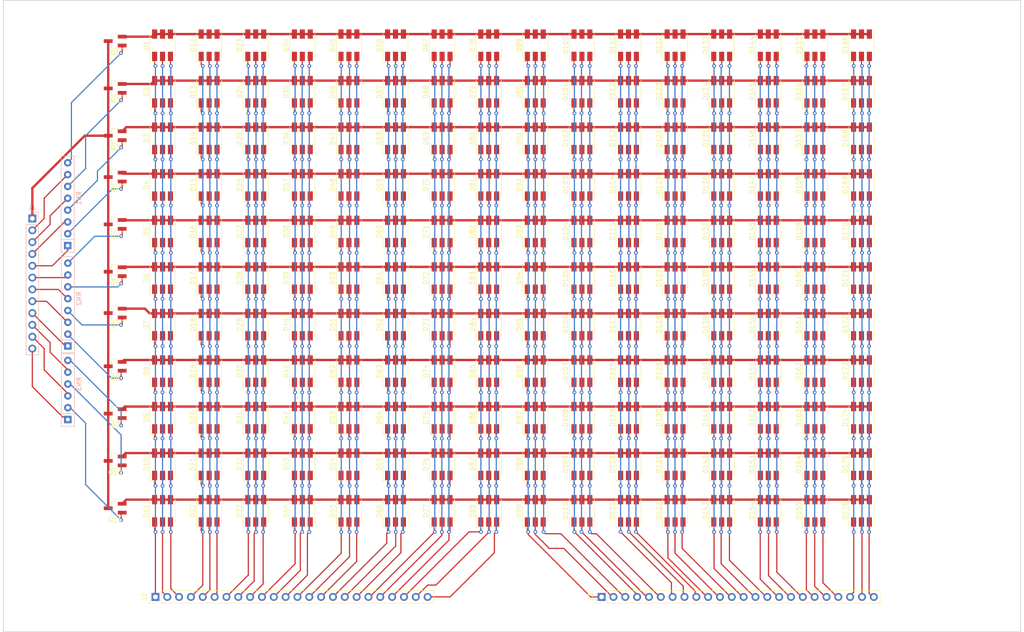
<source format=kicad_pcb>
(kicad_pcb (version 20171130) (host pcbnew "(5.0.0)")
  (layers (0 F.Cu signal) (31 B.Cu signal) (34 B.Paste user hide) (35 F.Paste user hide) (36 B.SilkS user) (37 F.SilkS user) (38 B.Mask user hide) (39 F.Mask user hide) (44 Edge.Cuts user))
  (net 0 "")
  (net 1 /R0)
  (net 2 /G0)
  (net 3 /B0)
  (net 4 /ROW0)
  (net 5 /ROW1)
  (net 6 /ROW2)
  (net 7 /ROW3)
  (net 8 /ROW4)
  (net 9 /ROW5)
  (net 10 /ROW6)
  (net 11 /ROW7)
  (net 12 /ROW8)
  (net 13 /ROW9)
  (net 14 /ROW10)
  (net 15 /B1)
  (net 16 /G1)
  (net 17 /R1)
  (net 18 /R2)
  (net 19 /G2)
  (net 20 /B2)
  (net 21 /B3)
  (net 22 /G3)
  (net 23 /R3)
  (net 24 /R4)
  (net 25 /G4)
  (net 26 /B4)
  (net 27 /B5)
  (net 28 /G5)
  (net 29 /R5)
  (net 30 /B6)
  (net 31 /G6)
  (net 32 /R6)
  (net 33 /R7)
  (net 34 /G7)
  (net 35 /B7)
  (net 36 /B8)
  (net 37 /G8)
  (net 38 /R8)
  (net 39 /R9)
  (net 40 /G9)
  (net 41 /B9)
  (net 42 /B10)
  (net 43 /G10)
  (net 44 /R10)
  (net 45 /B11)
  (net 46 /G11)
  (net 47 /R11)
  (net 48 /R12)
  (net 49 /G12)
  (net 50 /B12)
  (net 51 /B13)
  (net 52 /G13)
  (net 53 /R13)
  (net 54 /R14)
  (net 55 /G14)
  (net 56 /B14)
  (net 57 /B15)
  (net 58 /G15)
  (net 59 /R15)
  (net 60 +5V)
  (net 61 /ROW_IN_0)
  (net 62 /ROW_IN_1)
  (net 63 /ROW_IN_2)
  (net 64 /ROW_IN_3)
  (net 65 /ROW_IN_4)
  (net 66 /ROW_IN_5)
  (net 67 /ROW_IN_6)
  (net 68 /ROW_IN_7)
  (net 69 /ROW_IN_8)
  (net 70 /ROW_IN_9)
  (net 71 /ROW_IN_10)
  (net 72 /ROW_SEL_0)
  (net 73 /ROW_SEL_1)
  (net 74 /ROW_SEL_2)
  (net 75 /ROW_SEL_3)
  (net 76 /ROW_SEL_4)
  (net 77 /ROW_SEL_5)
  (net 78 /ROW_SEL_6)
  (net 79 /ROW_SEL_7)
  (net 80 /ROW_SEL_8)
  (net 81 /ROW_SEL_9)
  (net 82 /ROW_SEL_10)
  (module Connector_PinHeader_2.54mm:PinHeader_1x24_P2.54mm_Vertical (layer F.Cu) (at 162.814 149.86 90)
    (fp_text reference J3 (at 0 -2.33 90) (layer F.SilkS))
    (fp_text value Conn_01x24)
    (pad 24 thru_hole oval (at 0 58.42 90) (size 1.7 1.7) (drill 1) (layers *.Cu *.Mask) (net 57 /B15))
    (pad 23 thru_hole oval (at 0 55.88 90) (size 1.7 1.7) (drill 1) (layers *.Cu *.Mask) (net 58 /G15))
    (pad 22 thru_hole oval (at 0 53.34 90) (size 1.7 1.7) (drill 1) (layers *.Cu *.Mask) (net 59 /R15))
    (pad 21 thru_hole oval (at 0 50.8 90) (size 1.7 1.7) (drill 1) (layers *.Cu *.Mask) (net 56 /B14))
    (pad 20 thru_hole oval (at 0 48.26 90) (size 1.7 1.7) (drill 1) (layers *.Cu *.Mask) (net 55 /G14))
    (pad 19 thru_hole oval (at 0 45.72 90) (size 1.7 1.7) (drill 1) (layers *.Cu *.Mask) (net 54 /R14))
    (pad 18 thru_hole oval (at 0 43.18 90) (size 1.7 1.7) (drill 1) (layers *.Cu *.Mask) (net 51 /B13))
    (pad 17 thru_hole oval (at 0 40.64 90) (size 1.7 1.7) (drill 1) (layers *.Cu *.Mask) (net 52 /G13))
    (pad 16 thru_hole oval (at 0 38.1 90) (size 1.7 1.7) (drill 1) (layers *.Cu *.Mask) (net 53 /R13))
    (pad 15 thru_hole oval (at 0 35.56 90) (size 1.7 1.7) (drill 1) (layers *.Cu *.Mask) (net 50 /B12))
    (pad 14 thru_hole oval (at 0 33.02 90) (size 1.7 1.7) (drill 1) (layers *.Cu *.Mask) (net 49 /G12))
    (pad 13 thru_hole oval (at 0 30.48 90) (size 1.7 1.7) (drill 1) (layers *.Cu *.Mask) (net 48 /R12))
    (pad 12 thru_hole oval (at 0 27.94 90) (size 1.7 1.7) (drill 1) (layers *.Cu *.Mask) (net 45 /B11))
    (pad 11 thru_hole oval (at 0 25.4 90) (size 1.7 1.7) (drill 1) (layers *.Cu *.Mask) (net 46 /G11))
    (pad 10 thru_hole oval (at 0 22.86 90) (size 1.7 1.7) (drill 1) (layers *.Cu *.Mask) (net 47 /R11))
    (pad 9 thru_hole oval (at 0 20.32 90) (size 1.7 1.7) (drill 1) (layers *.Cu *.Mask) (net 42 /B10))
    (pad 8 thru_hole oval (at 0 17.78 90) (size 1.7 1.7) (drill 1) (layers *.Cu *.Mask) (net 43 /G10))
    (pad 7 thru_hole oval (at 0 15.24 90) (size 1.7 1.7) (drill 1) (layers *.Cu *.Mask) (net 44 /R10))
    (pad 6 thru_hole oval (at 0 12.7 90) (size 1.7 1.7) (drill 1) (layers *.Cu *.Mask) (net 41 /B9))
    (pad 5 thru_hole oval (at 0 10.16 90) (size 1.7 1.7) (drill 1) (layers *.Cu *.Mask) (net 40 /G9))
    (pad 4 thru_hole oval (at 0 7.62 90) (size 1.7 1.7) (drill 1) (layers *.Cu *.Mask) (net 39 /R9))
    (pad 3 thru_hole oval (at 0 5.08 90) (size 1.7 1.7) (drill 1) (layers *.Cu *.Mask) (net 36 /B8))
    (pad 2 thru_hole oval (at 0 2.54 90) (size 1.7 1.7) (drill 1) (layers *.Cu *.Mask) (net 37 /G8))
    (pad 1 thru_hole rect (at 0 0 90) (size 1.7 1.7) (drill 1) (layers *.Cu *.Mask) (net 38 /R8))
  )
  (module MountingHole:MountingHole_3.2mm_M3 (layer F.Cu) (at 243.84 30.48)
    (fp_text reference REF** hide)
    (fp_text value MountingHole_3.2mm_M3)
    (pad 1 np_thru_hole circle (at 0 0) (size 3.2 3.2) (drill 3.2) (layers *.Cu *.Mask))
  )
  (module MountingHole:MountingHole_3.2mm_M3 (layer F.Cu) (at 243.98 148.59)
    (fp_text reference REF** hide)
    (fp_text value MountingHole_3.2mm_M3)
    (pad 1 np_thru_hole circle (at 0 0) (size 3.2 3.2) (drill 3.2) (layers *.Cu *.Mask))
  )
  (module MountingHole:MountingHole_3.2mm_M3 (layer F.Cu) (at 43.18 148.59)
    (fp_text reference REF** hide)
    (fp_text value MountingHole_3.2mm_M3)
    (pad 1 np_thru_hole circle (at 0 0) (size 3.2 3.2) (drill 3.2) (layers *.Cu *.Mask))
  )
  (module LED_SMD:LED_RGB_5050-6 (layer F.Cu) (at 68.58 31.37 90)
    (fp_text reference D1 (at 0 -3.5 270) (layer F.SilkS))
    (fp_text value LED_RGB)
    (pad 1 smd rect (at -2.4 -1.7 180) (size 1.1 2) (layers F.Cu F.Paste F.Mask) (net 1 /R0))
    (pad 2 smd rect (at -2.4 0 180) (size 1.1 2) (layers F.Cu F.Paste F.Mask) (net 2 /G0))
    (pad 3 smd rect (at -2.4 1.7 180) (size 1.1 2) (layers F.Cu F.Paste F.Mask) (net 3 /B0))
    (pad 4 smd rect (at 2.4 1.7 180) (size 1.1 2) (layers F.Cu F.Paste F.Mask) (net 4 /ROW0))
    (pad 5 smd rect (at 2.4 0 180) (size 1.1 2) (layers F.Cu F.Paste F.Mask) (net 4 /ROW0))
    (pad 6 smd rect (at 2.4 -1.7 180) (size 1.1 2) (layers F.Cu F.Paste F.Mask) (net 4 /ROW0))
  )
  (module LED_SMD:LED_RGB_5050-6 (layer F.Cu) (at 68.58 41.37 90)
    (fp_text reference D2 (at 0 -3.5 270) (layer F.SilkS))
    (fp_text value LED_RGB)
    (pad 6 smd rect (at 2.4 -1.7 180) (size 1.1 2) (layers F.Cu F.Paste F.Mask) (net 5 /ROW1))
    (pad 5 smd rect (at 2.4 0 180) (size 1.1 2) (layers F.Cu F.Paste F.Mask) (net 5 /ROW1))
    (pad 4 smd rect (at 2.4 1.7 180) (size 1.1 2) (layers F.Cu F.Paste F.Mask) (net 5 /ROW1))
    (pad 3 smd rect (at -2.4 1.7 180) (size 1.1 2) (layers F.Cu F.Paste F.Mask) (net 3 /B0))
    (pad 2 smd rect (at -2.4 0 180) (size 1.1 2) (layers F.Cu F.Paste F.Mask) (net 2 /G0))
    (pad 1 smd rect (at -2.4 -1.7 180) (size 1.1 2) (layers F.Cu F.Paste F.Mask) (net 1 /R0))
  )
  (module LED_SMD:LED_RGB_5050-6 (layer F.Cu) (at 68.58 51.37 90)
    (fp_text reference D3 (at 0 -3.5 270) (layer F.SilkS))
    (fp_text value LED_RGB)
    (pad 1 smd rect (at -2.4 -1.7 180) (size 1.1 2) (layers F.Cu F.Paste F.Mask) (net 1 /R0))
    (pad 2 smd rect (at -2.4 0 180) (size 1.1 2) (layers F.Cu F.Paste F.Mask) (net 2 /G0))
    (pad 3 smd rect (at -2.4 1.7 180) (size 1.1 2) (layers F.Cu F.Paste F.Mask) (net 3 /B0))
    (pad 4 smd rect (at 2.4 1.7 180) (size 1.1 2) (layers F.Cu F.Paste F.Mask) (net 6 /ROW2))
    (pad 5 smd rect (at 2.4 0 180) (size 1.1 2) (layers F.Cu F.Paste F.Mask) (net 6 /ROW2))
    (pad 6 smd rect (at 2.4 -1.7 180) (size 1.1 2) (layers F.Cu F.Paste F.Mask) (net 6 /ROW2))
  )
  (module LED_SMD:LED_RGB_5050-6 (layer F.Cu) (at 68.58 61.37 90)
    (fp_text reference D4 (at 0 -3.5 270) (layer F.SilkS))
    (fp_text value LED_RGB)
    (pad 6 smd rect (at 2.4 -1.7 180) (size 1.1 2) (layers F.Cu F.Paste F.Mask) (net 7 /ROW3))
    (pad 5 smd rect (at 2.4 0 180) (size 1.1 2) (layers F.Cu F.Paste F.Mask) (net 7 /ROW3))
    (pad 4 smd rect (at 2.4 1.7 180) (size 1.1 2) (layers F.Cu F.Paste F.Mask) (net 7 /ROW3))
    (pad 3 smd rect (at -2.4 1.7 180) (size 1.1 2) (layers F.Cu F.Paste F.Mask) (net 3 /B0))
    (pad 2 smd rect (at -2.4 0 180) (size 1.1 2) (layers F.Cu F.Paste F.Mask) (net 2 /G0))
    (pad 1 smd rect (at -2.4 -1.7 180) (size 1.1 2) (layers F.Cu F.Paste F.Mask) (net 1 /R0))
  )
  (module LED_SMD:LED_RGB_5050-6 (layer F.Cu) (at 68.58 71.37 90)
    (fp_text reference D5 (at 0 -3.5 270) (layer F.SilkS))
    (fp_text value LED_RGB)
    (pad 1 smd rect (at -2.4 -1.7 180) (size 1.1 2) (layers F.Cu F.Paste F.Mask) (net 1 /R0))
    (pad 2 smd rect (at -2.4 0 180) (size 1.1 2) (layers F.Cu F.Paste F.Mask) (net 2 /G0))
    (pad 3 smd rect (at -2.4 1.7 180) (size 1.1 2) (layers F.Cu F.Paste F.Mask) (net 3 /B0))
    (pad 4 smd rect (at 2.4 1.7 180) (size 1.1 2) (layers F.Cu F.Paste F.Mask) (net 8 /ROW4))
    (pad 5 smd rect (at 2.4 0 180) (size 1.1 2) (layers F.Cu F.Paste F.Mask) (net 8 /ROW4))
    (pad 6 smd rect (at 2.4 -1.7 180) (size 1.1 2) (layers F.Cu F.Paste F.Mask) (net 8 /ROW4))
  )
  (module LED_SMD:LED_RGB_5050-6 (layer F.Cu) (at 68.58 81.37 90)
    (fp_text reference D6 (at 0 -3.5 270) (layer F.SilkS))
    (fp_text value LED_RGB)
    (pad 6 smd rect (at 2.4 -1.7 180) (size 1.1 2) (layers F.Cu F.Paste F.Mask) (net 9 /ROW5))
    (pad 5 smd rect (at 2.4 0 180) (size 1.1 2) (layers F.Cu F.Paste F.Mask) (net 9 /ROW5))
    (pad 4 smd rect (at 2.4 1.7 180) (size 1.1 2) (layers F.Cu F.Paste F.Mask) (net 9 /ROW5))
    (pad 3 smd rect (at -2.4 1.7 180) (size 1.1 2) (layers F.Cu F.Paste F.Mask) (net 3 /B0))
    (pad 2 smd rect (at -2.4 0 180) (size 1.1 2) (layers F.Cu F.Paste F.Mask) (net 2 /G0))
    (pad 1 smd rect (at -2.4 -1.7 180) (size 1.1 2) (layers F.Cu F.Paste F.Mask) (net 1 /R0))
  )
  (module LED_SMD:LED_RGB_5050-6 (layer F.Cu) (at 68.58 91.37 90)
    (fp_text reference D7 (at 0 -3.5 270) (layer F.SilkS))
    (fp_text value LED_RGB)
    (pad 1 smd rect (at -2.4 -1.7 180) (size 1.1 2) (layers F.Cu F.Paste F.Mask) (net 1 /R0))
    (pad 2 smd rect (at -2.4 0 180) (size 1.1 2) (layers F.Cu F.Paste F.Mask) (net 2 /G0))
    (pad 3 smd rect (at -2.4 1.7 180) (size 1.1 2) (layers F.Cu F.Paste F.Mask) (net 3 /B0))
    (pad 4 smd rect (at 2.4 1.7 180) (size 1.1 2) (layers F.Cu F.Paste F.Mask) (net 10 /ROW6))
    (pad 5 smd rect (at 2.4 0 180) (size 1.1 2) (layers F.Cu F.Paste F.Mask) (net 10 /ROW6))
    (pad 6 smd rect (at 2.4 -1.7 180) (size 1.1 2) (layers F.Cu F.Paste F.Mask) (net 10 /ROW6))
  )
  (module LED_SMD:LED_RGB_5050-6 (layer F.Cu) (at 68.58 101.37 90)
    (fp_text reference D8 (at 0 -3.5 270) (layer F.SilkS))
    (fp_text value LED_RGB)
    (pad 6 smd rect (at 2.4 -1.7 180) (size 1.1 2) (layers F.Cu F.Paste F.Mask) (net 11 /ROW7))
    (pad 5 smd rect (at 2.4 0 180) (size 1.1 2) (layers F.Cu F.Paste F.Mask) (net 11 /ROW7))
    (pad 4 smd rect (at 2.4 1.7 180) (size 1.1 2) (layers F.Cu F.Paste F.Mask) (net 11 /ROW7))
    (pad 3 smd rect (at -2.4 1.7 180) (size 1.1 2) (layers F.Cu F.Paste F.Mask) (net 3 /B0))
    (pad 2 smd rect (at -2.4 0 180) (size 1.1 2) (layers F.Cu F.Paste F.Mask) (net 2 /G0))
    (pad 1 smd rect (at -2.4 -1.7 180) (size 1.1 2) (layers F.Cu F.Paste F.Mask) (net 1 /R0))
  )
  (module LED_SMD:LED_RGB_5050-6 (layer F.Cu) (at 68.58 111.37 90)
    (fp_text reference D9 (at 0 -3.5 270) (layer F.SilkS))
    (fp_text value LED_RGB)
    (pad 1 smd rect (at -2.4 -1.7 180) (size 1.1 2) (layers F.Cu F.Paste F.Mask) (net 1 /R0))
    (pad 2 smd rect (at -2.4 0 180) (size 1.1 2) (layers F.Cu F.Paste F.Mask) (net 2 /G0))
    (pad 3 smd rect (at -2.4 1.7 180) (size 1.1 2) (layers F.Cu F.Paste F.Mask) (net 3 /B0))
    (pad 4 smd rect (at 2.4 1.7 180) (size 1.1 2) (layers F.Cu F.Paste F.Mask) (net 12 /ROW8))
    (pad 5 smd rect (at 2.4 0 180) (size 1.1 2) (layers F.Cu F.Paste F.Mask) (net 12 /ROW8))
    (pad 6 smd rect (at 2.4 -1.7 180) (size 1.1 2) (layers F.Cu F.Paste F.Mask) (net 12 /ROW8))
  )
  (module LED_SMD:LED_RGB_5050-6 (layer F.Cu) (at 68.58 121.37 90)
    (fp_text reference D10 (at 0 -3.5 270) (layer F.SilkS))
    (fp_text value LED_RGB)
    (pad 6 smd rect (at 2.4 -1.7 180) (size 1.1 2) (layers F.Cu F.Paste F.Mask) (net 13 /ROW9))
    (pad 5 smd rect (at 2.4 0 180) (size 1.1 2) (layers F.Cu F.Paste F.Mask) (net 13 /ROW9))
    (pad 4 smd rect (at 2.4 1.7 180) (size 1.1 2) (layers F.Cu F.Paste F.Mask) (net 13 /ROW9))
    (pad 3 smd rect (at -2.4 1.7 180) (size 1.1 2) (layers F.Cu F.Paste F.Mask) (net 3 /B0))
    (pad 2 smd rect (at -2.4 0 180) (size 1.1 2) (layers F.Cu F.Paste F.Mask) (net 2 /G0))
    (pad 1 smd rect (at -2.4 -1.7 180) (size 1.1 2) (layers F.Cu F.Paste F.Mask) (net 1 /R0))
  )
  (module LED_SMD:LED_RGB_5050-6 (layer F.Cu) (at 68.58 131.37 90)
    (fp_text reference D11 (at 0 -3.5 270) (layer F.SilkS))
    (fp_text value LED_RGB)
    (pad 6 smd rect (at 2.4 -1.7 180) (size 1.1 2) (layers F.Cu F.Paste F.Mask) (net 14 /ROW10))
    (pad 5 smd rect (at 2.4 0 180) (size 1.1 2) (layers F.Cu F.Paste F.Mask) (net 14 /ROW10))
    (pad 4 smd rect (at 2.4 1.7 180) (size 1.1 2) (layers F.Cu F.Paste F.Mask) (net 14 /ROW10))
    (pad 3 smd rect (at -2.4 1.7 180) (size 1.1 2) (layers F.Cu F.Paste F.Mask) (net 3 /B0))
    (pad 2 smd rect (at -2.4 0 180) (size 1.1 2) (layers F.Cu F.Paste F.Mask) (net 2 /G0))
    (pad 1 smd rect (at -2.4 -1.7 180) (size 1.1 2) (layers F.Cu F.Paste F.Mask) (net 1 /R0))
  )
  (module LED_SMD:LED_RGB_5050-6 (layer F.Cu) (at 78.58 31.37 90)
    (fp_text reference D12 (at 0 -3.5 270) (layer F.SilkS))
    (fp_text value LED_RGB)
    (pad 6 smd rect (at 2.4 -1.7 180) (size 1.1 2) (layers F.Cu F.Paste F.Mask) (net 4 /ROW0))
    (pad 5 smd rect (at 2.4 0 180) (size 1.1 2) (layers F.Cu F.Paste F.Mask) (net 4 /ROW0))
    (pad 4 smd rect (at 2.4 1.7 180) (size 1.1 2) (layers F.Cu F.Paste F.Mask) (net 4 /ROW0))
    (pad 3 smd rect (at -2.4 1.7 180) (size 1.1 2) (layers F.Cu F.Paste F.Mask) (net 15 /B1))
    (pad 2 smd rect (at -2.4 0 180) (size 1.1 2) (layers F.Cu F.Paste F.Mask) (net 16 /G1))
    (pad 1 smd rect (at -2.4 -1.7 180) (size 1.1 2) (layers F.Cu F.Paste F.Mask) (net 17 /R1))
  )
  (module LED_SMD:LED_RGB_5050-6 (layer F.Cu) (at 78.58 41.37 90)
    (fp_text reference D13 (at 0 -3.5 270) (layer F.SilkS))
    (fp_text value LED_RGB)
    (pad 1 smd rect (at -2.4 -1.7 180) (size 1.1 2) (layers F.Cu F.Paste F.Mask) (net 17 /R1))
    (pad 2 smd rect (at -2.4 0 180) (size 1.1 2) (layers F.Cu F.Paste F.Mask) (net 16 /G1))
    (pad 3 smd rect (at -2.4 1.7 180) (size 1.1 2) (layers F.Cu F.Paste F.Mask) (net 15 /B1))
    (pad 4 smd rect (at 2.4 1.7 180) (size 1.1 2) (layers F.Cu F.Paste F.Mask) (net 5 /ROW1))
    (pad 5 smd rect (at 2.4 0 180) (size 1.1 2) (layers F.Cu F.Paste F.Mask) (net 5 /ROW1))
    (pad 6 smd rect (at 2.4 -1.7 180) (size 1.1 2) (layers F.Cu F.Paste F.Mask) (net 5 /ROW1))
  )
  (module LED_SMD:LED_RGB_5050-6 (layer F.Cu) (at 78.58 51.37 90)
    (fp_text reference D14 (at 0 -3.5 270) (layer F.SilkS))
    (fp_text value LED_RGB)
    (pad 6 smd rect (at 2.4 -1.7 180) (size 1.1 2) (layers F.Cu F.Paste F.Mask) (net 6 /ROW2))
    (pad 5 smd rect (at 2.4 0 180) (size 1.1 2) (layers F.Cu F.Paste F.Mask) (net 6 /ROW2))
    (pad 4 smd rect (at 2.4 1.7 180) (size 1.1 2) (layers F.Cu F.Paste F.Mask) (net 6 /ROW2))
    (pad 3 smd rect (at -2.4 1.7 180) (size 1.1 2) (layers F.Cu F.Paste F.Mask) (net 15 /B1))
    (pad 2 smd rect (at -2.4 0 180) (size 1.1 2) (layers F.Cu F.Paste F.Mask) (net 16 /G1))
    (pad 1 smd rect (at -2.4 -1.7 180) (size 1.1 2) (layers F.Cu F.Paste F.Mask) (net 17 /R1))
  )
  (module LED_SMD:LED_RGB_5050-6 (layer F.Cu) (at 78.58 61.37 90)
    (fp_text reference D15 (at 0 -3.5 270) (layer F.SilkS))
    (fp_text value LED_RGB)
    (pad 1 smd rect (at -2.4 -1.7 180) (size 1.1 2) (layers F.Cu F.Paste F.Mask) (net 17 /R1))
    (pad 2 smd rect (at -2.4 0 180) (size 1.1 2) (layers F.Cu F.Paste F.Mask) (net 16 /G1))
    (pad 3 smd rect (at -2.4 1.7 180) (size 1.1 2) (layers F.Cu F.Paste F.Mask) (net 15 /B1))
    (pad 4 smd rect (at 2.4 1.7 180) (size 1.1 2) (layers F.Cu F.Paste F.Mask) (net 7 /ROW3))
    (pad 5 smd rect (at 2.4 0 180) (size 1.1 2) (layers F.Cu F.Paste F.Mask) (net 7 /ROW3))
    (pad 6 smd rect (at 2.4 -1.7 180) (size 1.1 2) (layers F.Cu F.Paste F.Mask) (net 7 /ROW3))
  )
  (module LED_SMD:LED_RGB_5050-6 (layer F.Cu) (at 78.58 71.37 90)
    (fp_text reference D16 (at 0 -3.5 270) (layer F.SilkS))
    (fp_text value LED_RGB)
    (pad 6 smd rect (at 2.4 -1.7 180) (size 1.1 2) (layers F.Cu F.Paste F.Mask) (net 8 /ROW4))
    (pad 5 smd rect (at 2.4 0 180) (size 1.1 2) (layers F.Cu F.Paste F.Mask) (net 8 /ROW4))
    (pad 4 smd rect (at 2.4 1.7 180) (size 1.1 2) (layers F.Cu F.Paste F.Mask) (net 8 /ROW4))
    (pad 3 smd rect (at -2.4 1.7 180) (size 1.1 2) (layers F.Cu F.Paste F.Mask) (net 15 /B1))
    (pad 2 smd rect (at -2.4 0 180) (size 1.1 2) (layers F.Cu F.Paste F.Mask) (net 16 /G1))
    (pad 1 smd rect (at -2.4 -1.7 180) (size 1.1 2) (layers F.Cu F.Paste F.Mask) (net 17 /R1))
  )
  (module LED_SMD:LED_RGB_5050-6 (layer F.Cu) (at 78.58 81.37 90)
    (fp_text reference D17 (at 0 -3.5 270) (layer F.SilkS))
    (fp_text value LED_RGB)
    (pad 1 smd rect (at -2.4 -1.7 180) (size 1.1 2) (layers F.Cu F.Paste F.Mask) (net 17 /R1))
    (pad 2 smd rect (at -2.4 0 180) (size 1.1 2) (layers F.Cu F.Paste F.Mask) (net 16 /G1))
    (pad 3 smd rect (at -2.4 1.7 180) (size 1.1 2) (layers F.Cu F.Paste F.Mask) (net 15 /B1))
    (pad 4 smd rect (at 2.4 1.7 180) (size 1.1 2) (layers F.Cu F.Paste F.Mask) (net 9 /ROW5))
    (pad 5 smd rect (at 2.4 0 180) (size 1.1 2) (layers F.Cu F.Paste F.Mask) (net 9 /ROW5))
    (pad 6 smd rect (at 2.4 -1.7 180) (size 1.1 2) (layers F.Cu F.Paste F.Mask) (net 9 /ROW5))
  )
  (module LED_SMD:LED_RGB_5050-6 (layer F.Cu) (at 78.58 91.37 90)
    (fp_text reference D18 (at 0 -3.5 270) (layer F.SilkS))
    (fp_text value LED_RGB)
    (pad 6 smd rect (at 2.4 -1.7 180) (size 1.1 2) (layers F.Cu F.Paste F.Mask) (net 10 /ROW6))
    (pad 5 smd rect (at 2.4 0 180) (size 1.1 2) (layers F.Cu F.Paste F.Mask) (net 10 /ROW6))
    (pad 4 smd rect (at 2.4 1.7 180) (size 1.1 2) (layers F.Cu F.Paste F.Mask) (net 10 /ROW6))
    (pad 3 smd rect (at -2.4 1.7 180) (size 1.1 2) (layers F.Cu F.Paste F.Mask) (net 15 /B1))
    (pad 2 smd rect (at -2.4 0 180) (size 1.1 2) (layers F.Cu F.Paste F.Mask) (net 16 /G1))
    (pad 1 smd rect (at -2.4 -1.7 180) (size 1.1 2) (layers F.Cu F.Paste F.Mask) (net 17 /R1))
  )
  (module LED_SMD:LED_RGB_5050-6 (layer F.Cu) (at 78.58 101.37 90)
    (fp_text reference D19 (at 0 -3.5 270) (layer F.SilkS))
    (fp_text value LED_RGB)
    (pad 1 smd rect (at -2.4 -1.7 180) (size 1.1 2) (layers F.Cu F.Paste F.Mask) (net 17 /R1))
    (pad 2 smd rect (at -2.4 0 180) (size 1.1 2) (layers F.Cu F.Paste F.Mask) (net 16 /G1))
    (pad 3 smd rect (at -2.4 1.7 180) (size 1.1 2) (layers F.Cu F.Paste F.Mask) (net 15 /B1))
    (pad 4 smd rect (at 2.4 1.7 180) (size 1.1 2) (layers F.Cu F.Paste F.Mask) (net 11 /ROW7))
    (pad 5 smd rect (at 2.4 0 180) (size 1.1 2) (layers F.Cu F.Paste F.Mask) (net 11 /ROW7))
    (pad 6 smd rect (at 2.4 -1.7 180) (size 1.1 2) (layers F.Cu F.Paste F.Mask) (net 11 /ROW7))
  )
  (module LED_SMD:LED_RGB_5050-6 (layer F.Cu) (at 78.58 111.37 90)
    (fp_text reference D20 (at 0 -3.5 270) (layer F.SilkS))
    (fp_text value LED_RGB)
    (pad 6 smd rect (at 2.4 -1.7 180) (size 1.1 2) (layers F.Cu F.Paste F.Mask) (net 12 /ROW8))
    (pad 5 smd rect (at 2.4 0 180) (size 1.1 2) (layers F.Cu F.Paste F.Mask) (net 12 /ROW8))
    (pad 4 smd rect (at 2.4 1.7 180) (size 1.1 2) (layers F.Cu F.Paste F.Mask) (net 12 /ROW8))
    (pad 3 smd rect (at -2.4 1.7 180) (size 1.1 2) (layers F.Cu F.Paste F.Mask) (net 15 /B1))
    (pad 2 smd rect (at -2.4 0 180) (size 1.1 2) (layers F.Cu F.Paste F.Mask) (net 16 /G1))
    (pad 1 smd rect (at -2.4 -1.7 180) (size 1.1 2) (layers F.Cu F.Paste F.Mask) (net 17 /R1))
  )
  (module LED_SMD:LED_RGB_5050-6 (layer F.Cu) (at 78.58 121.37 90)
    (fp_text reference D21 (at 0 -3.5 270) (layer F.SilkS))
    (fp_text value LED_RGB)
    (pad 1 smd rect (at -2.4 -1.7 180) (size 1.1 2) (layers F.Cu F.Paste F.Mask) (net 17 /R1))
    (pad 2 smd rect (at -2.4 0 180) (size 1.1 2) (layers F.Cu F.Paste F.Mask) (net 16 /G1))
    (pad 3 smd rect (at -2.4 1.7 180) (size 1.1 2) (layers F.Cu F.Paste F.Mask) (net 15 /B1))
    (pad 4 smd rect (at 2.4 1.7 180) (size 1.1 2) (layers F.Cu F.Paste F.Mask) (net 13 /ROW9))
    (pad 5 smd rect (at 2.4 0 180) (size 1.1 2) (layers F.Cu F.Paste F.Mask) (net 13 /ROW9))
    (pad 6 smd rect (at 2.4 -1.7 180) (size 1.1 2) (layers F.Cu F.Paste F.Mask) (net 13 /ROW9))
  )
  (module LED_SMD:LED_RGB_5050-6 (layer F.Cu) (at 78.58 131.37 90)
    (fp_text reference D22 (at 0 -3.5 270) (layer F.SilkS))
    (fp_text value LED_RGB)
    (pad 1 smd rect (at -2.4 -1.7 180) (size 1.1 2) (layers F.Cu F.Paste F.Mask) (net 17 /R1))
    (pad 2 smd rect (at -2.4 0 180) (size 1.1 2) (layers F.Cu F.Paste F.Mask) (net 16 /G1))
    (pad 3 smd rect (at -2.4 1.7 180) (size 1.1 2) (layers F.Cu F.Paste F.Mask) (net 15 /B1))
    (pad 4 smd rect (at 2.4 1.7 180) (size 1.1 2) (layers F.Cu F.Paste F.Mask) (net 14 /ROW10))
    (pad 5 smd rect (at 2.4 0 180) (size 1.1 2) (layers F.Cu F.Paste F.Mask) (net 14 /ROW10))
    (pad 6 smd rect (at 2.4 -1.7 180) (size 1.1 2) (layers F.Cu F.Paste F.Mask) (net 14 /ROW10))
  )
  (module LED_SMD:LED_RGB_5050-6 (layer F.Cu) (at 88.58 31.37 90)
    (fp_text reference D23 (at 0 -3.5 270) (layer F.SilkS))
    (fp_text value LED_RGB)
    (pad 1 smd rect (at -2.4 -1.7 180) (size 1.1 2) (layers F.Cu F.Paste F.Mask) (net 18 /R2))
    (pad 2 smd rect (at -2.4 0 180) (size 1.1 2) (layers F.Cu F.Paste F.Mask) (net 19 /G2))
    (pad 3 smd rect (at -2.4 1.7 180) (size 1.1 2) (layers F.Cu F.Paste F.Mask) (net 20 /B2))
    (pad 4 smd rect (at 2.4 1.7 180) (size 1.1 2) (layers F.Cu F.Paste F.Mask) (net 4 /ROW0))
    (pad 5 smd rect (at 2.4 0 180) (size 1.1 2) (layers F.Cu F.Paste F.Mask) (net 4 /ROW0))
    (pad 6 smd rect (at 2.4 -1.7 180) (size 1.1 2) (layers F.Cu F.Paste F.Mask) (net 4 /ROW0))
  )
  (module LED_SMD:LED_RGB_5050-6 (layer F.Cu) (at 88.58 41.37 90)
    (fp_text reference D24 (at 0 -3.5 270) (layer F.SilkS))
    (fp_text value LED_RGB)
    (pad 6 smd rect (at 2.4 -1.7 180) (size 1.1 2) (layers F.Cu F.Paste F.Mask) (net 5 /ROW1))
    (pad 5 smd rect (at 2.4 0 180) (size 1.1 2) (layers F.Cu F.Paste F.Mask) (net 5 /ROW1))
    (pad 4 smd rect (at 2.4 1.7 180) (size 1.1 2) (layers F.Cu F.Paste F.Mask) (net 5 /ROW1))
    (pad 3 smd rect (at -2.4 1.7 180) (size 1.1 2) (layers F.Cu F.Paste F.Mask) (net 20 /B2))
    (pad 2 smd rect (at -2.4 0 180) (size 1.1 2) (layers F.Cu F.Paste F.Mask) (net 19 /G2))
    (pad 1 smd rect (at -2.4 -1.7 180) (size 1.1 2) (layers F.Cu F.Paste F.Mask) (net 18 /R2))
  )
  (module LED_SMD:LED_RGB_5050-6 (layer F.Cu) (at 88.58 51.37 90)
    (fp_text reference D25 (at 0 -3.5 270) (layer F.SilkS))
    (fp_text value LED_RGB)
    (pad 1 smd rect (at -2.4 -1.7 180) (size 1.1 2) (layers F.Cu F.Paste F.Mask) (net 18 /R2))
    (pad 2 smd rect (at -2.4 0 180) (size 1.1 2) (layers F.Cu F.Paste F.Mask) (net 19 /G2))
    (pad 3 smd rect (at -2.4 1.7 180) (size 1.1 2) (layers F.Cu F.Paste F.Mask) (net 20 /B2))
    (pad 4 smd rect (at 2.4 1.7 180) (size 1.1 2) (layers F.Cu F.Paste F.Mask) (net 6 /ROW2))
    (pad 5 smd rect (at 2.4 0 180) (size 1.1 2) (layers F.Cu F.Paste F.Mask) (net 6 /ROW2))
    (pad 6 smd rect (at 2.4 -1.7 180) (size 1.1 2) (layers F.Cu F.Paste F.Mask) (net 6 /ROW2))
  )
  (module LED_SMD:LED_RGB_5050-6 (layer F.Cu) (at 88.58 61.37 90)
    (fp_text reference D26 (at 0 -3.5 270) (layer F.SilkS))
    (fp_text value LED_RGB)
    (pad 6 smd rect (at 2.4 -1.7 180) (size 1.1 2) (layers F.Cu F.Paste F.Mask) (net 7 /ROW3))
    (pad 5 smd rect (at 2.4 0 180) (size 1.1 2) (layers F.Cu F.Paste F.Mask) (net 7 /ROW3))
    (pad 4 smd rect (at 2.4 1.7 180) (size 1.1 2) (layers F.Cu F.Paste F.Mask) (net 7 /ROW3))
    (pad 3 smd rect (at -2.4 1.7 180) (size 1.1 2) (layers F.Cu F.Paste F.Mask) (net 20 /B2))
    (pad 2 smd rect (at -2.4 0 180) (size 1.1 2) (layers F.Cu F.Paste F.Mask) (net 19 /G2))
    (pad 1 smd rect (at -2.4 -1.7 180) (size 1.1 2) (layers F.Cu F.Paste F.Mask) (net 18 /R2))
  )
  (module LED_SMD:LED_RGB_5050-6 (layer F.Cu) (at 88.58 71.37 90)
    (fp_text reference D27 (at 0 -3.5 270) (layer F.SilkS))
    (fp_text value LED_RGB)
    (pad 1 smd rect (at -2.4 -1.7 180) (size 1.1 2) (layers F.Cu F.Paste F.Mask) (net 18 /R2))
    (pad 2 smd rect (at -2.4 0 180) (size 1.1 2) (layers F.Cu F.Paste F.Mask) (net 19 /G2))
    (pad 3 smd rect (at -2.4 1.7 180) (size 1.1 2) (layers F.Cu F.Paste F.Mask) (net 20 /B2))
    (pad 4 smd rect (at 2.4 1.7 180) (size 1.1 2) (layers F.Cu F.Paste F.Mask) (net 8 /ROW4))
    (pad 5 smd rect (at 2.4 0 180) (size 1.1 2) (layers F.Cu F.Paste F.Mask) (net 8 /ROW4))
    (pad 6 smd rect (at 2.4 -1.7 180) (size 1.1 2) (layers F.Cu F.Paste F.Mask) (net 8 /ROW4))
  )
  (module LED_SMD:LED_RGB_5050-6 (layer F.Cu) (at 88.58 81.37 90)
    (fp_text reference D28 (at 0 -3.5 270) (layer F.SilkS))
    (fp_text value LED_RGB)
    (pad 6 smd rect (at 2.4 -1.7 180) (size 1.1 2) (layers F.Cu F.Paste F.Mask) (net 9 /ROW5))
    (pad 5 smd rect (at 2.4 0 180) (size 1.1 2) (layers F.Cu F.Paste F.Mask) (net 9 /ROW5))
    (pad 4 smd rect (at 2.4 1.7 180) (size 1.1 2) (layers F.Cu F.Paste F.Mask) (net 9 /ROW5))
    (pad 3 smd rect (at -2.4 1.7 180) (size 1.1 2) (layers F.Cu F.Paste F.Mask) (net 20 /B2))
    (pad 2 smd rect (at -2.4 0 180) (size 1.1 2) (layers F.Cu F.Paste F.Mask) (net 19 /G2))
    (pad 1 smd rect (at -2.4 -1.7 180) (size 1.1 2) (layers F.Cu F.Paste F.Mask) (net 18 /R2))
  )
  (module LED_SMD:LED_RGB_5050-6 (layer F.Cu) (at 88.58 91.37 90)
    (fp_text reference D29 (at 0 -3.5 270) (layer F.SilkS))
    (fp_text value LED_RGB)
    (pad 1 smd rect (at -2.4 -1.7 180) (size 1.1 2) (layers F.Cu F.Paste F.Mask) (net 18 /R2))
    (pad 2 smd rect (at -2.4 0 180) (size 1.1 2) (layers F.Cu F.Paste F.Mask) (net 19 /G2))
    (pad 3 smd rect (at -2.4 1.7 180) (size 1.1 2) (layers F.Cu F.Paste F.Mask) (net 20 /B2))
    (pad 4 smd rect (at 2.4 1.7 180) (size 1.1 2) (layers F.Cu F.Paste F.Mask) (net 10 /ROW6))
    (pad 5 smd rect (at 2.4 0 180) (size 1.1 2) (layers F.Cu F.Paste F.Mask) (net 10 /ROW6))
    (pad 6 smd rect (at 2.4 -1.7 180) (size 1.1 2) (layers F.Cu F.Paste F.Mask) (net 10 /ROW6))
  )
  (module LED_SMD:LED_RGB_5050-6 (layer F.Cu) (at 88.58 101.37 90)
    (fp_text reference D30 (at 0 -3.5 270) (layer F.SilkS))
    (fp_text value LED_RGB)
    (pad 6 smd rect (at 2.4 -1.7 180) (size 1.1 2) (layers F.Cu F.Paste F.Mask) (net 11 /ROW7))
    (pad 5 smd rect (at 2.4 0 180) (size 1.1 2) (layers F.Cu F.Paste F.Mask) (net 11 /ROW7))
    (pad 4 smd rect (at 2.4 1.7 180) (size 1.1 2) (layers F.Cu F.Paste F.Mask) (net 11 /ROW7))
    (pad 3 smd rect (at -2.4 1.7 180) (size 1.1 2) (layers F.Cu F.Paste F.Mask) (net 20 /B2))
    (pad 2 smd rect (at -2.4 0 180) (size 1.1 2) (layers F.Cu F.Paste F.Mask) (net 19 /G2))
    (pad 1 smd rect (at -2.4 -1.7 180) (size 1.1 2) (layers F.Cu F.Paste F.Mask) (net 18 /R2))
  )
  (module LED_SMD:LED_RGB_5050-6 (layer F.Cu) (at 88.58 111.37 90)
    (fp_text reference D31 (at 0 -3.5 270) (layer F.SilkS))
    (fp_text value LED_RGB)
    (pad 1 smd rect (at -2.4 -1.7 180) (size 1.1 2) (layers F.Cu F.Paste F.Mask) (net 18 /R2))
    (pad 2 smd rect (at -2.4 0 180) (size 1.1 2) (layers F.Cu F.Paste F.Mask) (net 19 /G2))
    (pad 3 smd rect (at -2.4 1.7 180) (size 1.1 2) (layers F.Cu F.Paste F.Mask) (net 20 /B2))
    (pad 4 smd rect (at 2.4 1.7 180) (size 1.1 2) (layers F.Cu F.Paste F.Mask) (net 12 /ROW8))
    (pad 5 smd rect (at 2.4 0 180) (size 1.1 2) (layers F.Cu F.Paste F.Mask) (net 12 /ROW8))
    (pad 6 smd rect (at 2.4 -1.7 180) (size 1.1 2) (layers F.Cu F.Paste F.Mask) (net 12 /ROW8))
  )
  (module LED_SMD:LED_RGB_5050-6 (layer F.Cu) (at 88.58 121.37 90)
    (fp_text reference D32 (at 0 -3.5 270) (layer F.SilkS))
    (fp_text value LED_RGB)
    (pad 6 smd rect (at 2.4 -1.7 180) (size 1.1 2) (layers F.Cu F.Paste F.Mask) (net 13 /ROW9))
    (pad 5 smd rect (at 2.4 0 180) (size 1.1 2) (layers F.Cu F.Paste F.Mask) (net 13 /ROW9))
    (pad 4 smd rect (at 2.4 1.7 180) (size 1.1 2) (layers F.Cu F.Paste F.Mask) (net 13 /ROW9))
    (pad 3 smd rect (at -2.4 1.7 180) (size 1.1 2) (layers F.Cu F.Paste F.Mask) (net 20 /B2))
    (pad 2 smd rect (at -2.4 0 180) (size 1.1 2) (layers F.Cu F.Paste F.Mask) (net 19 /G2))
    (pad 1 smd rect (at -2.4 -1.7 180) (size 1.1 2) (layers F.Cu F.Paste F.Mask) (net 18 /R2))
  )
  (module LED_SMD:LED_RGB_5050-6 (layer F.Cu) (at 88.58 131.37 90)
    (fp_text reference D33 (at 0 -3.5 270) (layer F.SilkS))
    (fp_text value LED_RGB)
    (pad 6 smd rect (at 2.4 -1.7 180) (size 1.1 2) (layers F.Cu F.Paste F.Mask) (net 14 /ROW10))
    (pad 5 smd rect (at 2.4 0 180) (size 1.1 2) (layers F.Cu F.Paste F.Mask) (net 14 /ROW10))
    (pad 4 smd rect (at 2.4 1.7 180) (size 1.1 2) (layers F.Cu F.Paste F.Mask) (net 14 /ROW10))
    (pad 3 smd rect (at -2.4 1.7 180) (size 1.1 2) (layers F.Cu F.Paste F.Mask) (net 20 /B2))
    (pad 2 smd rect (at -2.4 0 180) (size 1.1 2) (layers F.Cu F.Paste F.Mask) (net 19 /G2))
    (pad 1 smd rect (at -2.4 -1.7 180) (size 1.1 2) (layers F.Cu F.Paste F.Mask) (net 18 /R2))
  )
  (module LED_SMD:LED_RGB_5050-6 (layer F.Cu) (at 98.58 31.37 90)
    (fp_text reference D34 (at 0 -3.5 270) (layer F.SilkS))
    (fp_text value LED_RGB)
    (pad 6 smd rect (at 2.4 -1.7 180) (size 1.1 2) (layers F.Cu F.Paste F.Mask) (net 4 /ROW0))
    (pad 5 smd rect (at 2.4 0 180) (size 1.1 2) (layers F.Cu F.Paste F.Mask) (net 4 /ROW0))
    (pad 4 smd rect (at 2.4 1.7 180) (size 1.1 2) (layers F.Cu F.Paste F.Mask) (net 4 /ROW0))
    (pad 3 smd rect (at -2.4 1.7 180) (size 1.1 2) (layers F.Cu F.Paste F.Mask) (net 21 /B3))
    (pad 2 smd rect (at -2.4 0 180) (size 1.1 2) (layers F.Cu F.Paste F.Mask) (net 22 /G3))
    (pad 1 smd rect (at -2.4 -1.7 180) (size 1.1 2) (layers F.Cu F.Paste F.Mask) (net 23 /R3))
  )
  (module LED_SMD:LED_RGB_5050-6 (layer F.Cu) (at 98.58 41.37 90)
    (fp_text reference D35 (at 0 -3.5 270) (layer F.SilkS))
    (fp_text value LED_RGB)
    (pad 1 smd rect (at -2.4 -1.7 180) (size 1.1 2) (layers F.Cu F.Paste F.Mask) (net 23 /R3))
    (pad 2 smd rect (at -2.4 0 180) (size 1.1 2) (layers F.Cu F.Paste F.Mask) (net 22 /G3))
    (pad 3 smd rect (at -2.4 1.7 180) (size 1.1 2) (layers F.Cu F.Paste F.Mask) (net 21 /B3))
    (pad 4 smd rect (at 2.4 1.7 180) (size 1.1 2) (layers F.Cu F.Paste F.Mask) (net 5 /ROW1))
    (pad 5 smd rect (at 2.4 0 180) (size 1.1 2) (layers F.Cu F.Paste F.Mask) (net 5 /ROW1))
    (pad 6 smd rect (at 2.4 -1.7 180) (size 1.1 2) (layers F.Cu F.Paste F.Mask) (net 5 /ROW1))
  )
  (module LED_SMD:LED_RGB_5050-6 (layer F.Cu) (at 98.58 51.37 90)
    (fp_text reference D36 (at 0 -3.5 270) (layer F.SilkS))
    (fp_text value LED_RGB)
    (pad 6 smd rect (at 2.4 -1.7 180) (size 1.1 2) (layers F.Cu F.Paste F.Mask) (net 6 /ROW2))
    (pad 5 smd rect (at 2.4 0 180) (size 1.1 2) (layers F.Cu F.Paste F.Mask) (net 6 /ROW2))
    (pad 4 smd rect (at 2.4 1.7 180) (size 1.1 2) (layers F.Cu F.Paste F.Mask) (net 6 /ROW2))
    (pad 3 smd rect (at -2.4 1.7 180) (size 1.1 2) (layers F.Cu F.Paste F.Mask) (net 21 /B3))
    (pad 2 smd rect (at -2.4 0 180) (size 1.1 2) (layers F.Cu F.Paste F.Mask) (net 22 /G3))
    (pad 1 smd rect (at -2.4 -1.7 180) (size 1.1 2) (layers F.Cu F.Paste F.Mask) (net 23 /R3))
  )
  (module LED_SMD:LED_RGB_5050-6 (layer F.Cu) (at 98.58 61.37 90)
    (fp_text reference D37 (at 0 -3.5 270) (layer F.SilkS))
    (fp_text value LED_RGB)
    (pad 1 smd rect (at -2.4 -1.7 180) (size 1.1 2) (layers F.Cu F.Paste F.Mask) (net 23 /R3))
    (pad 2 smd rect (at -2.4 0 180) (size 1.1 2) (layers F.Cu F.Paste F.Mask) (net 22 /G3))
    (pad 3 smd rect (at -2.4 1.7 180) (size 1.1 2) (layers F.Cu F.Paste F.Mask) (net 21 /B3))
    (pad 4 smd rect (at 2.4 1.7 180) (size 1.1 2) (layers F.Cu F.Paste F.Mask) (net 7 /ROW3))
    (pad 5 smd rect (at 2.4 0 180) (size 1.1 2) (layers F.Cu F.Paste F.Mask) (net 7 /ROW3))
    (pad 6 smd rect (at 2.4 -1.7 180) (size 1.1 2) (layers F.Cu F.Paste F.Mask) (net 7 /ROW3))
  )
  (module LED_SMD:LED_RGB_5050-6 (layer F.Cu) (at 98.58 71.37 90)
    (fp_text reference D38 (at 0 -3.5 270) (layer F.SilkS))
    (fp_text value LED_RGB)
    (pad 6 smd rect (at 2.4 -1.7 180) (size 1.1 2) (layers F.Cu F.Paste F.Mask) (net 8 /ROW4))
    (pad 5 smd rect (at 2.4 0 180) (size 1.1 2) (layers F.Cu F.Paste F.Mask) (net 8 /ROW4))
    (pad 4 smd rect (at 2.4 1.7 180) (size 1.1 2) (layers F.Cu F.Paste F.Mask) (net 8 /ROW4))
    (pad 3 smd rect (at -2.4 1.7 180) (size 1.1 2) (layers F.Cu F.Paste F.Mask) (net 21 /B3))
    (pad 2 smd rect (at -2.4 0 180) (size 1.1 2) (layers F.Cu F.Paste F.Mask) (net 22 /G3))
    (pad 1 smd rect (at -2.4 -1.7 180) (size 1.1 2) (layers F.Cu F.Paste F.Mask) (net 23 /R3))
  )
  (module LED_SMD:LED_RGB_5050-6 (layer F.Cu) (at 98.58 81.37 90)
    (fp_text reference D39 (at 0 -3.5 270) (layer F.SilkS))
    (fp_text value LED_RGB)
    (pad 1 smd rect (at -2.4 -1.7 180) (size 1.1 2) (layers F.Cu F.Paste F.Mask) (net 23 /R3))
    (pad 2 smd rect (at -2.4 0 180) (size 1.1 2) (layers F.Cu F.Paste F.Mask) (net 22 /G3))
    (pad 3 smd rect (at -2.4 1.7 180) (size 1.1 2) (layers F.Cu F.Paste F.Mask) (net 21 /B3))
    (pad 4 smd rect (at 2.4 1.7 180) (size 1.1 2) (layers F.Cu F.Paste F.Mask) (net 9 /ROW5))
    (pad 5 smd rect (at 2.4 0 180) (size 1.1 2) (layers F.Cu F.Paste F.Mask) (net 9 /ROW5))
    (pad 6 smd rect (at 2.4 -1.7 180) (size 1.1 2) (layers F.Cu F.Paste F.Mask) (net 9 /ROW5))
  )
  (module LED_SMD:LED_RGB_5050-6 (layer F.Cu) (at 98.58 91.37 90)
    (fp_text reference D40 (at 0 -3.5 270) (layer F.SilkS))
    (fp_text value LED_RGB)
    (pad 6 smd rect (at 2.4 -1.7 180) (size 1.1 2) (layers F.Cu F.Paste F.Mask) (net 10 /ROW6))
    (pad 5 smd rect (at 2.4 0 180) (size 1.1 2) (layers F.Cu F.Paste F.Mask) (net 10 /ROW6))
    (pad 4 smd rect (at 2.4 1.7 180) (size 1.1 2) (layers F.Cu F.Paste F.Mask) (net 10 /ROW6))
    (pad 3 smd rect (at -2.4 1.7 180) (size 1.1 2) (layers F.Cu F.Paste F.Mask) (net 21 /B3))
    (pad 2 smd rect (at -2.4 0 180) (size 1.1 2) (layers F.Cu F.Paste F.Mask) (net 22 /G3))
    (pad 1 smd rect (at -2.4 -1.7 180) (size 1.1 2) (layers F.Cu F.Paste F.Mask) (net 23 /R3))
  )
  (module LED_SMD:LED_RGB_5050-6 (layer F.Cu) (at 98.58 101.37 90)
    (fp_text reference D41 (at 0 -3.5 270) (layer F.SilkS))
    (fp_text value LED_RGB)
    (pad 1 smd rect (at -2.4 -1.7 180) (size 1.1 2) (layers F.Cu F.Paste F.Mask) (net 23 /R3))
    (pad 2 smd rect (at -2.4 0 180) (size 1.1 2) (layers F.Cu F.Paste F.Mask) (net 22 /G3))
    (pad 3 smd rect (at -2.4 1.7 180) (size 1.1 2) (layers F.Cu F.Paste F.Mask) (net 21 /B3))
    (pad 4 smd rect (at 2.4 1.7 180) (size 1.1 2) (layers F.Cu F.Paste F.Mask) (net 11 /ROW7))
    (pad 5 smd rect (at 2.4 0 180) (size 1.1 2) (layers F.Cu F.Paste F.Mask) (net 11 /ROW7))
    (pad 6 smd rect (at 2.4 -1.7 180) (size 1.1 2) (layers F.Cu F.Paste F.Mask) (net 11 /ROW7))
  )
  (module LED_SMD:LED_RGB_5050-6 (layer F.Cu) (at 98.58 111.37 90)
    (fp_text reference D42 (at 0 -3.5 270) (layer F.SilkS))
    (fp_text value LED_RGB)
    (pad 6 smd rect (at 2.4 -1.7 180) (size 1.1 2) (layers F.Cu F.Paste F.Mask) (net 12 /ROW8))
    (pad 5 smd rect (at 2.4 0 180) (size 1.1 2) (layers F.Cu F.Paste F.Mask) (net 12 /ROW8))
    (pad 4 smd rect (at 2.4 1.7 180) (size 1.1 2) (layers F.Cu F.Paste F.Mask) (net 12 /ROW8))
    (pad 3 smd rect (at -2.4 1.7 180) (size 1.1 2) (layers F.Cu F.Paste F.Mask) (net 21 /B3))
    (pad 2 smd rect (at -2.4 0 180) (size 1.1 2) (layers F.Cu F.Paste F.Mask) (net 22 /G3))
    (pad 1 smd rect (at -2.4 -1.7 180) (size 1.1 2) (layers F.Cu F.Paste F.Mask) (net 23 /R3))
  )
  (module LED_SMD:LED_RGB_5050-6 (layer F.Cu) (at 98.58 121.37 90)
    (fp_text reference D43 (at 0 -3.5 270) (layer F.SilkS))
    (fp_text value LED_RGB)
    (pad 1 smd rect (at -2.4 -1.7 180) (size 1.1 2) (layers F.Cu F.Paste F.Mask) (net 23 /R3))
    (pad 2 smd rect (at -2.4 0 180) (size 1.1 2) (layers F.Cu F.Paste F.Mask) (net 22 /G3))
    (pad 3 smd rect (at -2.4 1.7 180) (size 1.1 2) (layers F.Cu F.Paste F.Mask) (net 21 /B3))
    (pad 4 smd rect (at 2.4 1.7 180) (size 1.1 2) (layers F.Cu F.Paste F.Mask) (net 13 /ROW9))
    (pad 5 smd rect (at 2.4 0 180) (size 1.1 2) (layers F.Cu F.Paste F.Mask) (net 13 /ROW9))
    (pad 6 smd rect (at 2.4 -1.7 180) (size 1.1 2) (layers F.Cu F.Paste F.Mask) (net 13 /ROW9))
  )
  (module LED_SMD:LED_RGB_5050-6 (layer F.Cu) (at 98.58 131.37 90)
    (fp_text reference D44 (at 0 -3.5 270) (layer F.SilkS))
    (fp_text value LED_RGB)
    (pad 1 smd rect (at -2.4 -1.7 180) (size 1.1 2) (layers F.Cu F.Paste F.Mask) (net 23 /R3))
    (pad 2 smd rect (at -2.4 0 180) (size 1.1 2) (layers F.Cu F.Paste F.Mask) (net 22 /G3))
    (pad 3 smd rect (at -2.4 1.7 180) (size 1.1 2) (layers F.Cu F.Paste F.Mask) (net 21 /B3))
    (pad 4 smd rect (at 2.4 1.7 180) (size 1.1 2) (layers F.Cu F.Paste F.Mask) (net 14 /ROW10))
    (pad 5 smd rect (at 2.4 0 180) (size 1.1 2) (layers F.Cu F.Paste F.Mask) (net 14 /ROW10))
    (pad 6 smd rect (at 2.4 -1.7 180) (size 1.1 2) (layers F.Cu F.Paste F.Mask) (net 14 /ROW10))
  )
  (module LED_SMD:LED_RGB_5050-6 (layer F.Cu) (at 108.58 31.37 90)
    (fp_text reference D45 (at 0 -3.5 270) (layer F.SilkS))
    (fp_text value LED_RGB)
    (pad 1 smd rect (at -2.4 -1.7 180) (size 1.1 2) (layers F.Cu F.Paste F.Mask) (net 24 /R4))
    (pad 2 smd rect (at -2.4 0 180) (size 1.1 2) (layers F.Cu F.Paste F.Mask) (net 25 /G4))
    (pad 3 smd rect (at -2.4 1.7 180) (size 1.1 2) (layers F.Cu F.Paste F.Mask) (net 26 /B4))
    (pad 4 smd rect (at 2.4 1.7 180) (size 1.1 2) (layers F.Cu F.Paste F.Mask) (net 4 /ROW0))
    (pad 5 smd rect (at 2.4 0 180) (size 1.1 2) (layers F.Cu F.Paste F.Mask) (net 4 /ROW0))
    (pad 6 smd rect (at 2.4 -1.7 180) (size 1.1 2) (layers F.Cu F.Paste F.Mask) (net 4 /ROW0))
  )
  (module LED_SMD:LED_RGB_5050-6 (layer F.Cu) (at 108.58 41.37 90)
    (fp_text reference D46 (at 0 -3.5 270) (layer F.SilkS))
    (fp_text value LED_RGB)
    (pad 6 smd rect (at 2.4 -1.7 180) (size 1.1 2) (layers F.Cu F.Paste F.Mask) (net 5 /ROW1))
    (pad 5 smd rect (at 2.4 0 180) (size 1.1 2) (layers F.Cu F.Paste F.Mask) (net 5 /ROW1))
    (pad 4 smd rect (at 2.4 1.7 180) (size 1.1 2) (layers F.Cu F.Paste F.Mask) (net 5 /ROW1))
    (pad 3 smd rect (at -2.4 1.7 180) (size 1.1 2) (layers F.Cu F.Paste F.Mask) (net 26 /B4))
    (pad 2 smd rect (at -2.4 0 180) (size 1.1 2) (layers F.Cu F.Paste F.Mask) (net 25 /G4))
    (pad 1 smd rect (at -2.4 -1.7 180) (size 1.1 2) (layers F.Cu F.Paste F.Mask) (net 24 /R4))
  )
  (module LED_SMD:LED_RGB_5050-6 (layer F.Cu) (at 108.58 51.37 90)
    (fp_text reference D47 (at 0 -3.5 270) (layer F.SilkS))
    (fp_text value LED_RGB)
    (pad 1 smd rect (at -2.4 -1.7 180) (size 1.1 2) (layers F.Cu F.Paste F.Mask) (net 24 /R4))
    (pad 2 smd rect (at -2.4 0 180) (size 1.1 2) (layers F.Cu F.Paste F.Mask) (net 25 /G4))
    (pad 3 smd rect (at -2.4 1.7 180) (size 1.1 2) (layers F.Cu F.Paste F.Mask) (net 26 /B4))
    (pad 4 smd rect (at 2.4 1.7 180) (size 1.1 2) (layers F.Cu F.Paste F.Mask) (net 6 /ROW2))
    (pad 5 smd rect (at 2.4 0 180) (size 1.1 2) (layers F.Cu F.Paste F.Mask) (net 6 /ROW2))
    (pad 6 smd rect (at 2.4 -1.7 180) (size 1.1 2) (layers F.Cu F.Paste F.Mask) (net 6 /ROW2))
  )
  (module LED_SMD:LED_RGB_5050-6 (layer F.Cu) (at 108.58 61.37 90)
    (fp_text reference D48 (at 0 -3.5 270) (layer F.SilkS))
    (fp_text value LED_RGB)
    (pad 6 smd rect (at 2.4 -1.7 180) (size 1.1 2) (layers F.Cu F.Paste F.Mask) (net 7 /ROW3))
    (pad 5 smd rect (at 2.4 0 180) (size 1.1 2) (layers F.Cu F.Paste F.Mask) (net 7 /ROW3))
    (pad 4 smd rect (at 2.4 1.7 180) (size 1.1 2) (layers F.Cu F.Paste F.Mask) (net 7 /ROW3))
    (pad 3 smd rect (at -2.4 1.7 180) (size 1.1 2) (layers F.Cu F.Paste F.Mask) (net 26 /B4))
    (pad 2 smd rect (at -2.4 0 180) (size 1.1 2) (layers F.Cu F.Paste F.Mask) (net 25 /G4))
    (pad 1 smd rect (at -2.4 -1.7 180) (size 1.1 2) (layers F.Cu F.Paste F.Mask) (net 24 /R4))
  )
  (module LED_SMD:LED_RGB_5050-6 (layer F.Cu) (at 108.58 71.37 90)
    (fp_text reference D49 (at 0 -3.5 270) (layer F.SilkS))
    (fp_text value LED_RGB)
    (pad 1 smd rect (at -2.4 -1.7 180) (size 1.1 2) (layers F.Cu F.Paste F.Mask) (net 24 /R4))
    (pad 2 smd rect (at -2.4 0 180) (size 1.1 2) (layers F.Cu F.Paste F.Mask) (net 25 /G4))
    (pad 3 smd rect (at -2.4 1.7 180) (size 1.1 2) (layers F.Cu F.Paste F.Mask) (net 26 /B4))
    (pad 4 smd rect (at 2.4 1.7 180) (size 1.1 2) (layers F.Cu F.Paste F.Mask) (net 8 /ROW4))
    (pad 5 smd rect (at 2.4 0 180) (size 1.1 2) (layers F.Cu F.Paste F.Mask) (net 8 /ROW4))
    (pad 6 smd rect (at 2.4 -1.7 180) (size 1.1 2) (layers F.Cu F.Paste F.Mask) (net 8 /ROW4))
  )
  (module LED_SMD:LED_RGB_5050-6 (layer F.Cu) (at 108.58 81.37 90)
    (fp_text reference D50 (at 0 -3.5 270) (layer F.SilkS))
    (fp_text value LED_RGB)
    (pad 6 smd rect (at 2.4 -1.7 180) (size 1.1 2) (layers F.Cu F.Paste F.Mask) (net 9 /ROW5))
    (pad 5 smd rect (at 2.4 0 180) (size 1.1 2) (layers F.Cu F.Paste F.Mask) (net 9 /ROW5))
    (pad 4 smd rect (at 2.4 1.7 180) (size 1.1 2) (layers F.Cu F.Paste F.Mask) (net 9 /ROW5))
    (pad 3 smd rect (at -2.4 1.7 180) (size 1.1 2) (layers F.Cu F.Paste F.Mask) (net 26 /B4))
    (pad 2 smd rect (at -2.4 0 180) (size 1.1 2) (layers F.Cu F.Paste F.Mask) (net 25 /G4))
    (pad 1 smd rect (at -2.4 -1.7 180) (size 1.1 2) (layers F.Cu F.Paste F.Mask) (net 24 /R4))
  )
  (module LED_SMD:LED_RGB_5050-6 (layer F.Cu) (at 108.58 91.37 90)
    (fp_text reference D51 (at 0 -3.5 270) (layer F.SilkS))
    (fp_text value LED_RGB)
    (pad 1 smd rect (at -2.4 -1.7 180) (size 1.1 2) (layers F.Cu F.Paste F.Mask) (net 24 /R4))
    (pad 2 smd rect (at -2.4 0 180) (size 1.1 2) (layers F.Cu F.Paste F.Mask) (net 25 /G4))
    (pad 3 smd rect (at -2.4 1.7 180) (size 1.1 2) (layers F.Cu F.Paste F.Mask) (net 26 /B4))
    (pad 4 smd rect (at 2.4 1.7 180) (size 1.1 2) (layers F.Cu F.Paste F.Mask) (net 10 /ROW6))
    (pad 5 smd rect (at 2.4 0 180) (size 1.1 2) (layers F.Cu F.Paste F.Mask) (net 10 /ROW6))
    (pad 6 smd rect (at 2.4 -1.7 180) (size 1.1 2) (layers F.Cu F.Paste F.Mask) (net 10 /ROW6))
  )
  (module LED_SMD:LED_RGB_5050-6 (layer F.Cu) (at 108.58 101.37 90)
    (fp_text reference D52 (at 0 -3.5 270) (layer F.SilkS))
    (fp_text value LED_RGB)
    (pad 6 smd rect (at 2.4 -1.7 180) (size 1.1 2) (layers F.Cu F.Paste F.Mask) (net 11 /ROW7))
    (pad 5 smd rect (at 2.4 0 180) (size 1.1 2) (layers F.Cu F.Paste F.Mask) (net 11 /ROW7))
    (pad 4 smd rect (at 2.4 1.7 180) (size 1.1 2) (layers F.Cu F.Paste F.Mask) (net 11 /ROW7))
    (pad 3 smd rect (at -2.4 1.7 180) (size 1.1 2) (layers F.Cu F.Paste F.Mask) (net 26 /B4))
    (pad 2 smd rect (at -2.4 0 180) (size 1.1 2) (layers F.Cu F.Paste F.Mask) (net 25 /G4))
    (pad 1 smd rect (at -2.4 -1.7 180) (size 1.1 2) (layers F.Cu F.Paste F.Mask) (net 24 /R4))
  )
  (module LED_SMD:LED_RGB_5050-6 (layer F.Cu) (at 108.58 111.37 90)
    (fp_text reference D53 (at 0 -3.5 270) (layer F.SilkS))
    (fp_text value LED_RGB)
    (pad 1 smd rect (at -2.4 -1.7 180) (size 1.1 2) (layers F.Cu F.Paste F.Mask) (net 24 /R4))
    (pad 2 smd rect (at -2.4 0 180) (size 1.1 2) (layers F.Cu F.Paste F.Mask) (net 25 /G4))
    (pad 3 smd rect (at -2.4 1.7 180) (size 1.1 2) (layers F.Cu F.Paste F.Mask) (net 26 /B4))
    (pad 4 smd rect (at 2.4 1.7 180) (size 1.1 2) (layers F.Cu F.Paste F.Mask) (net 12 /ROW8))
    (pad 5 smd rect (at 2.4 0 180) (size 1.1 2) (layers F.Cu F.Paste F.Mask) (net 12 /ROW8))
    (pad 6 smd rect (at 2.4 -1.7 180) (size 1.1 2) (layers F.Cu F.Paste F.Mask) (net 12 /ROW8))
  )
  (module LED_SMD:LED_RGB_5050-6 (layer F.Cu) (at 108.58 121.37 90)
    (fp_text reference D54 (at 0 -3.5 270) (layer F.SilkS))
    (fp_text value LED_RGB)
    (pad 6 smd rect (at 2.4 -1.7 180) (size 1.1 2) (layers F.Cu F.Paste F.Mask) (net 13 /ROW9))
    (pad 5 smd rect (at 2.4 0 180) (size 1.1 2) (layers F.Cu F.Paste F.Mask) (net 13 /ROW9))
    (pad 4 smd rect (at 2.4 1.7 180) (size 1.1 2) (layers F.Cu F.Paste F.Mask) (net 13 /ROW9))
    (pad 3 smd rect (at -2.4 1.7 180) (size 1.1 2) (layers F.Cu F.Paste F.Mask) (net 26 /B4))
    (pad 2 smd rect (at -2.4 0 180) (size 1.1 2) (layers F.Cu F.Paste F.Mask) (net 25 /G4))
    (pad 1 smd rect (at -2.4 -1.7 180) (size 1.1 2) (layers F.Cu F.Paste F.Mask) (net 24 /R4))
  )
  (module LED_SMD:LED_RGB_5050-6 (layer F.Cu) (at 108.58 131.37 90)
    (fp_text reference D55 (at 0 -3.5 270) (layer F.SilkS))
    (fp_text value LED_RGB)
    (pad 1 smd rect (at -2.4 -1.7 180) (size 1.1 2) (layers F.Cu F.Paste F.Mask) (net 24 /R4))
    (pad 2 smd rect (at -2.4 0 180) (size 1.1 2) (layers F.Cu F.Paste F.Mask) (net 25 /G4))
    (pad 3 smd rect (at -2.4 1.7 180) (size 1.1 2) (layers F.Cu F.Paste F.Mask) (net 26 /B4))
    (pad 4 smd rect (at 2.4 1.7 180) (size 1.1 2) (layers F.Cu F.Paste F.Mask) (net 14 /ROW10))
    (pad 5 smd rect (at 2.4 0 180) (size 1.1 2) (layers F.Cu F.Paste F.Mask) (net 14 /ROW10))
    (pad 6 smd rect (at 2.4 -1.7 180) (size 1.1 2) (layers F.Cu F.Paste F.Mask) (net 14 /ROW10))
  )
  (module LED_SMD:LED_RGB_5050-6 (layer F.Cu) (at 118.58 31.37 90)
    (fp_text reference D56 (at 0 -3.5 270) (layer F.SilkS))
    (fp_text value LED_RGB)
    (pad 6 smd rect (at 2.4 -1.7 180) (size 1.1 2) (layers F.Cu F.Paste F.Mask) (net 4 /ROW0))
    (pad 5 smd rect (at 2.4 0 180) (size 1.1 2) (layers F.Cu F.Paste F.Mask) (net 4 /ROW0))
    (pad 4 smd rect (at 2.4 1.7 180) (size 1.1 2) (layers F.Cu F.Paste F.Mask) (net 4 /ROW0))
    (pad 3 smd rect (at -2.4 1.7 180) (size 1.1 2) (layers F.Cu F.Paste F.Mask) (net 27 /B5))
    (pad 2 smd rect (at -2.4 0 180) (size 1.1 2) (layers F.Cu F.Paste F.Mask) (net 28 /G5))
    (pad 1 smd rect (at -2.4 -1.7 180) (size 1.1 2) (layers F.Cu F.Paste F.Mask) (net 29 /R5))
  )
  (module LED_SMD:LED_RGB_5050-6 (layer F.Cu) (at 118.58 41.37 90)
    (fp_text reference D57 (at 0 -3.5 270) (layer F.SilkS))
    (fp_text value LED_RGB)
    (pad 1 smd rect (at -2.4 -1.7 180) (size 1.1 2) (layers F.Cu F.Paste F.Mask) (net 29 /R5))
    (pad 2 smd rect (at -2.4 0 180) (size 1.1 2) (layers F.Cu F.Paste F.Mask) (net 28 /G5))
    (pad 3 smd rect (at -2.4 1.7 180) (size 1.1 2) (layers F.Cu F.Paste F.Mask) (net 27 /B5))
    (pad 4 smd rect (at 2.4 1.7 180) (size 1.1 2) (layers F.Cu F.Paste F.Mask) (net 5 /ROW1))
    (pad 5 smd rect (at 2.4 0 180) (size 1.1 2) (layers F.Cu F.Paste F.Mask) (net 5 /ROW1))
    (pad 6 smd rect (at 2.4 -1.7 180) (size 1.1 2) (layers F.Cu F.Paste F.Mask) (net 5 /ROW1))
  )
  (module LED_SMD:LED_RGB_5050-6 (layer F.Cu) (at 118.58 51.37 90)
    (fp_text reference D58 (at 0 -3.5 270) (layer F.SilkS))
    (fp_text value LED_RGB)
    (pad 6 smd rect (at 2.4 -1.7 180) (size 1.1 2) (layers F.Cu F.Paste F.Mask) (net 6 /ROW2))
    (pad 5 smd rect (at 2.4 0 180) (size 1.1 2) (layers F.Cu F.Paste F.Mask) (net 6 /ROW2))
    (pad 4 smd rect (at 2.4 1.7 180) (size 1.1 2) (layers F.Cu F.Paste F.Mask) (net 6 /ROW2))
    (pad 3 smd rect (at -2.4 1.7 180) (size 1.1 2) (layers F.Cu F.Paste F.Mask) (net 27 /B5))
    (pad 2 smd rect (at -2.4 0 180) (size 1.1 2) (layers F.Cu F.Paste F.Mask) (net 28 /G5))
    (pad 1 smd rect (at -2.4 -1.7 180) (size 1.1 2) (layers F.Cu F.Paste F.Mask) (net 29 /R5))
  )
  (module LED_SMD:LED_RGB_5050-6 (layer F.Cu) (at 118.58 61.37 90)
    (fp_text reference D59 (at 0 -3.5 270) (layer F.SilkS))
    (fp_text value LED_RGB)
    (pad 1 smd rect (at -2.4 -1.7 180) (size 1.1 2) (layers F.Cu F.Paste F.Mask) (net 29 /R5))
    (pad 2 smd rect (at -2.4 0 180) (size 1.1 2) (layers F.Cu F.Paste F.Mask) (net 28 /G5))
    (pad 3 smd rect (at -2.4 1.7 180) (size 1.1 2) (layers F.Cu F.Paste F.Mask) (net 27 /B5))
    (pad 4 smd rect (at 2.4 1.7 180) (size 1.1 2) (layers F.Cu F.Paste F.Mask) (net 7 /ROW3))
    (pad 5 smd rect (at 2.4 0 180) (size 1.1 2) (layers F.Cu F.Paste F.Mask) (net 7 /ROW3))
    (pad 6 smd rect (at 2.4 -1.7 180) (size 1.1 2) (layers F.Cu F.Paste F.Mask) (net 7 /ROW3))
  )
  (module LED_SMD:LED_RGB_5050-6 (layer F.Cu) (at 118.58 71.37 90)
    (fp_text reference D60 (at 0 -3.5 270) (layer F.SilkS))
    (fp_text value LED_RGB)
    (pad 6 smd rect (at 2.4 -1.7 180) (size 1.1 2) (layers F.Cu F.Paste F.Mask) (net 8 /ROW4))
    (pad 5 smd rect (at 2.4 0 180) (size 1.1 2) (layers F.Cu F.Paste F.Mask) (net 8 /ROW4))
    (pad 4 smd rect (at 2.4 1.7 180) (size 1.1 2) (layers F.Cu F.Paste F.Mask) (net 8 /ROW4))
    (pad 3 smd rect (at -2.4 1.7 180) (size 1.1 2) (layers F.Cu F.Paste F.Mask) (net 27 /B5))
    (pad 2 smd rect (at -2.4 0 180) (size 1.1 2) (layers F.Cu F.Paste F.Mask) (net 28 /G5))
    (pad 1 smd rect (at -2.4 -1.7 180) (size 1.1 2) (layers F.Cu F.Paste F.Mask) (net 29 /R5))
  )
  (module LED_SMD:LED_RGB_5050-6 (layer F.Cu) (at 118.58 81.37 90)
    (fp_text reference D61 (at 0 -3.5 270) (layer F.SilkS))
    (fp_text value LED_RGB)
    (pad 1 smd rect (at -2.4 -1.7 180) (size 1.1 2) (layers F.Cu F.Paste F.Mask) (net 29 /R5))
    (pad 2 smd rect (at -2.4 0 180) (size 1.1 2) (layers F.Cu F.Paste F.Mask) (net 28 /G5))
    (pad 3 smd rect (at -2.4 1.7 180) (size 1.1 2) (layers F.Cu F.Paste F.Mask) (net 27 /B5))
    (pad 4 smd rect (at 2.4 1.7 180) (size 1.1 2) (layers F.Cu F.Paste F.Mask) (net 9 /ROW5))
    (pad 5 smd rect (at 2.4 0 180) (size 1.1 2) (layers F.Cu F.Paste F.Mask) (net 9 /ROW5))
    (pad 6 smd rect (at 2.4 -1.7 180) (size 1.1 2) (layers F.Cu F.Paste F.Mask) (net 9 /ROW5))
  )
  (module LED_SMD:LED_RGB_5050-6 (layer F.Cu) (at 118.58 91.37 90)
    (fp_text reference D62 (at 0 -3.5 270) (layer F.SilkS))
    (fp_text value LED_RGB)
    (pad 6 smd rect (at 2.4 -1.7 180) (size 1.1 2) (layers F.Cu F.Paste F.Mask) (net 10 /ROW6))
    (pad 5 smd rect (at 2.4 0 180) (size 1.1 2) (layers F.Cu F.Paste F.Mask) (net 10 /ROW6))
    (pad 4 smd rect (at 2.4 1.7 180) (size 1.1 2) (layers F.Cu F.Paste F.Mask) (net 10 /ROW6))
    (pad 3 smd rect (at -2.4 1.7 180) (size 1.1 2) (layers F.Cu F.Paste F.Mask) (net 27 /B5))
    (pad 2 smd rect (at -2.4 0 180) (size 1.1 2) (layers F.Cu F.Paste F.Mask) (net 28 /G5))
    (pad 1 smd rect (at -2.4 -1.7 180) (size 1.1 2) (layers F.Cu F.Paste F.Mask) (net 29 /R5))
  )
  (module LED_SMD:LED_RGB_5050-6 (layer F.Cu) (at 118.58 101.37 90)
    (fp_text reference D63 (at 0 -3.5 270) (layer F.SilkS))
    (fp_text value LED_RGB)
    (pad 1 smd rect (at -2.4 -1.7 180) (size 1.1 2) (layers F.Cu F.Paste F.Mask) (net 29 /R5))
    (pad 2 smd rect (at -2.4 0 180) (size 1.1 2) (layers F.Cu F.Paste F.Mask) (net 28 /G5))
    (pad 3 smd rect (at -2.4 1.7 180) (size 1.1 2) (layers F.Cu F.Paste F.Mask) (net 27 /B5))
    (pad 4 smd rect (at 2.4 1.7 180) (size 1.1 2) (layers F.Cu F.Paste F.Mask) (net 11 /ROW7))
    (pad 5 smd rect (at 2.4 0 180) (size 1.1 2) (layers F.Cu F.Paste F.Mask) (net 11 /ROW7))
    (pad 6 smd rect (at 2.4 -1.7 180) (size 1.1 2) (layers F.Cu F.Paste F.Mask) (net 11 /ROW7))
  )
  (module LED_SMD:LED_RGB_5050-6 (layer F.Cu) (at 118.58 111.37 90)
    (fp_text reference D64 (at 0 -3.5 270) (layer F.SilkS))
    (fp_text value LED_RGB)
    (pad 6 smd rect (at 2.4 -1.7 180) (size 1.1 2) (layers F.Cu F.Paste F.Mask) (net 12 /ROW8))
    (pad 5 smd rect (at 2.4 0 180) (size 1.1 2) (layers F.Cu F.Paste F.Mask) (net 12 /ROW8))
    (pad 4 smd rect (at 2.4 1.7 180) (size 1.1 2) (layers F.Cu F.Paste F.Mask) (net 12 /ROW8))
    (pad 3 smd rect (at -2.4 1.7 180) (size 1.1 2) (layers F.Cu F.Paste F.Mask) (net 27 /B5))
    (pad 2 smd rect (at -2.4 0 180) (size 1.1 2) (layers F.Cu F.Paste F.Mask) (net 28 /G5))
    (pad 1 smd rect (at -2.4 -1.7 180) (size 1.1 2) (layers F.Cu F.Paste F.Mask) (net 29 /R5))
  )
  (module LED_SMD:LED_RGB_5050-6 (layer F.Cu) (at 118.58 121.37 90)
    (fp_text reference D65 (at 0 -3.5 270) (layer F.SilkS))
    (fp_text value LED_RGB)
    (pad 6 smd rect (at 2.4 -1.7 180) (size 1.1 2) (layers F.Cu F.Paste F.Mask) (net 13 /ROW9))
    (pad 5 smd rect (at 2.4 0 180) (size 1.1 2) (layers F.Cu F.Paste F.Mask) (net 13 /ROW9))
    (pad 4 smd rect (at 2.4 1.7 180) (size 1.1 2) (layers F.Cu F.Paste F.Mask) (net 13 /ROW9))
    (pad 3 smd rect (at -2.4 1.7 180) (size 1.1 2) (layers F.Cu F.Paste F.Mask) (net 27 /B5))
    (pad 2 smd rect (at -2.4 0 180) (size 1.1 2) (layers F.Cu F.Paste F.Mask) (net 28 /G5))
    (pad 1 smd rect (at -2.4 -1.7 180) (size 1.1 2) (layers F.Cu F.Paste F.Mask) (net 29 /R5))
  )
  (module LED_SMD:LED_RGB_5050-6 (layer F.Cu) (at 118.58 131.37 90)
    (fp_text reference D66 (at 0 -3.5 270) (layer F.SilkS))
    (fp_text value LED_RGB)
    (pad 1 smd rect (at -2.4 -1.7 180) (size 1.1 2) (layers F.Cu F.Paste F.Mask) (net 29 /R5))
    (pad 2 smd rect (at -2.4 0 180) (size 1.1 2) (layers F.Cu F.Paste F.Mask) (net 28 /G5))
    (pad 3 smd rect (at -2.4 1.7 180) (size 1.1 2) (layers F.Cu F.Paste F.Mask) (net 27 /B5))
    (pad 4 smd rect (at 2.4 1.7 180) (size 1.1 2) (layers F.Cu F.Paste F.Mask) (net 14 /ROW10))
    (pad 5 smd rect (at 2.4 0 180) (size 1.1 2) (layers F.Cu F.Paste F.Mask) (net 14 /ROW10))
    (pad 6 smd rect (at 2.4 -1.7 180) (size 1.1 2) (layers F.Cu F.Paste F.Mask) (net 14 /ROW10))
  )
  (module LED_SMD:LED_RGB_5050-6 (layer F.Cu) (at 128.58 31.37 90)
    (fp_text reference D67 (at 0 -3.5 270) (layer F.SilkS))
    (fp_text value LED_RGB)
    (pad 6 smd rect (at 2.4 -1.7 180) (size 1.1 2) (layers F.Cu F.Paste F.Mask) (net 4 /ROW0))
    (pad 5 smd rect (at 2.4 0 180) (size 1.1 2) (layers F.Cu F.Paste F.Mask) (net 4 /ROW0))
    (pad 4 smd rect (at 2.4 1.7 180) (size 1.1 2) (layers F.Cu F.Paste F.Mask) (net 4 /ROW0))
    (pad 3 smd rect (at -2.4 1.7 180) (size 1.1 2) (layers F.Cu F.Paste F.Mask) (net 30 /B6))
    (pad 2 smd rect (at -2.4 0 180) (size 1.1 2) (layers F.Cu F.Paste F.Mask) (net 31 /G6))
    (pad 1 smd rect (at -2.4 -1.7 180) (size 1.1 2) (layers F.Cu F.Paste F.Mask) (net 32 /R6))
  )
  (module LED_SMD:LED_RGB_5050-6 (layer F.Cu) (at 128.58 41.37 90)
    (fp_text reference D68 (at 0 -3.5 270) (layer F.SilkS))
    (fp_text value LED_RGB)
    (pad 1 smd rect (at -2.4 -1.7 180) (size 1.1 2) (layers F.Cu F.Paste F.Mask) (net 32 /R6))
    (pad 2 smd rect (at -2.4 0 180) (size 1.1 2) (layers F.Cu F.Paste F.Mask) (net 31 /G6))
    (pad 3 smd rect (at -2.4 1.7 180) (size 1.1 2) (layers F.Cu F.Paste F.Mask) (net 30 /B6))
    (pad 4 smd rect (at 2.4 1.7 180) (size 1.1 2) (layers F.Cu F.Paste F.Mask) (net 5 /ROW1))
    (pad 5 smd rect (at 2.4 0 180) (size 1.1 2) (layers F.Cu F.Paste F.Mask) (net 5 /ROW1))
    (pad 6 smd rect (at 2.4 -1.7 180) (size 1.1 2) (layers F.Cu F.Paste F.Mask) (net 5 /ROW1))
  )
  (module LED_SMD:LED_RGB_5050-6 (layer F.Cu) (at 128.58 51.37 90)
    (fp_text reference D69 (at 0 -3.5 270) (layer F.SilkS))
    (fp_text value LED_RGB)
    (pad 6 smd rect (at 2.4 -1.7 180) (size 1.1 2) (layers F.Cu F.Paste F.Mask) (net 6 /ROW2))
    (pad 5 smd rect (at 2.4 0 180) (size 1.1 2) (layers F.Cu F.Paste F.Mask) (net 6 /ROW2))
    (pad 4 smd rect (at 2.4 1.7 180) (size 1.1 2) (layers F.Cu F.Paste F.Mask) (net 6 /ROW2))
    (pad 3 smd rect (at -2.4 1.7 180) (size 1.1 2) (layers F.Cu F.Paste F.Mask) (net 30 /B6))
    (pad 2 smd rect (at -2.4 0 180) (size 1.1 2) (layers F.Cu F.Paste F.Mask) (net 31 /G6))
    (pad 1 smd rect (at -2.4 -1.7 180) (size 1.1 2) (layers F.Cu F.Paste F.Mask) (net 32 /R6))
  )
  (module LED_SMD:LED_RGB_5050-6 (layer F.Cu) (at 128.58 61.37 90)
    (fp_text reference D70 (at 0 -3.5 270) (layer F.SilkS))
    (fp_text value LED_RGB)
    (pad 1 smd rect (at -2.4 -1.7 180) (size 1.1 2) (layers F.Cu F.Paste F.Mask) (net 32 /R6))
    (pad 2 smd rect (at -2.4 0 180) (size 1.1 2) (layers F.Cu F.Paste F.Mask) (net 31 /G6))
    (pad 3 smd rect (at -2.4 1.7 180) (size 1.1 2) (layers F.Cu F.Paste F.Mask) (net 30 /B6))
    (pad 4 smd rect (at 2.4 1.7 180) (size 1.1 2) (layers F.Cu F.Paste F.Mask) (net 7 /ROW3))
    (pad 5 smd rect (at 2.4 0 180) (size 1.1 2) (layers F.Cu F.Paste F.Mask) (net 7 /ROW3))
    (pad 6 smd rect (at 2.4 -1.7 180) (size 1.1 2) (layers F.Cu F.Paste F.Mask) (net 7 /ROW3))
  )
  (module LED_SMD:LED_RGB_5050-6 (layer F.Cu) (at 128.58 71.37 90)
    (fp_text reference D71 (at 0 -3.5 270) (layer F.SilkS))
    (fp_text value LED_RGB)
    (pad 6 smd rect (at 2.4 -1.7 180) (size 1.1 2) (layers F.Cu F.Paste F.Mask) (net 8 /ROW4))
    (pad 5 smd rect (at 2.4 0 180) (size 1.1 2) (layers F.Cu F.Paste F.Mask) (net 8 /ROW4))
    (pad 4 smd rect (at 2.4 1.7 180) (size 1.1 2) (layers F.Cu F.Paste F.Mask) (net 8 /ROW4))
    (pad 3 smd rect (at -2.4 1.7 180) (size 1.1 2) (layers F.Cu F.Paste F.Mask) (net 30 /B6))
    (pad 2 smd rect (at -2.4 0 180) (size 1.1 2) (layers F.Cu F.Paste F.Mask) (net 31 /G6))
    (pad 1 smd rect (at -2.4 -1.7 180) (size 1.1 2) (layers F.Cu F.Paste F.Mask) (net 32 /R6))
  )
  (module LED_SMD:LED_RGB_5050-6 (layer F.Cu) (at 128.58 81.37 90)
    (fp_text reference D72 (at 0 -3.5 270) (layer F.SilkS))
    (fp_text value LED_RGB)
    (pad 1 smd rect (at -2.4 -1.7 180) (size 1.1 2) (layers F.Cu F.Paste F.Mask) (net 32 /R6))
    (pad 2 smd rect (at -2.4 0 180) (size 1.1 2) (layers F.Cu F.Paste F.Mask) (net 31 /G6))
    (pad 3 smd rect (at -2.4 1.7 180) (size 1.1 2) (layers F.Cu F.Paste F.Mask) (net 30 /B6))
    (pad 4 smd rect (at 2.4 1.7 180) (size 1.1 2) (layers F.Cu F.Paste F.Mask) (net 9 /ROW5))
    (pad 5 smd rect (at 2.4 0 180) (size 1.1 2) (layers F.Cu F.Paste F.Mask) (net 9 /ROW5))
    (pad 6 smd rect (at 2.4 -1.7 180) (size 1.1 2) (layers F.Cu F.Paste F.Mask) (net 9 /ROW5))
  )
  (module LED_SMD:LED_RGB_5050-6 (layer F.Cu) (at 128.58 91.37 90)
    (fp_text reference D73 (at 0 -3.5 270) (layer F.SilkS))
    (fp_text value LED_RGB)
    (pad 6 smd rect (at 2.4 -1.7 180) (size 1.1 2) (layers F.Cu F.Paste F.Mask) (net 10 /ROW6))
    (pad 5 smd rect (at 2.4 0 180) (size 1.1 2) (layers F.Cu F.Paste F.Mask) (net 10 /ROW6))
    (pad 4 smd rect (at 2.4 1.7 180) (size 1.1 2) (layers F.Cu F.Paste F.Mask) (net 10 /ROW6))
    (pad 3 smd rect (at -2.4 1.7 180) (size 1.1 2) (layers F.Cu F.Paste F.Mask) (net 30 /B6))
    (pad 2 smd rect (at -2.4 0 180) (size 1.1 2) (layers F.Cu F.Paste F.Mask) (net 31 /G6))
    (pad 1 smd rect (at -2.4 -1.7 180) (size 1.1 2) (layers F.Cu F.Paste F.Mask) (net 32 /R6))
  )
  (module LED_SMD:LED_RGB_5050-6 (layer F.Cu) (at 128.58 101.37 90)
    (fp_text reference D74 (at 0 -3.5 270) (layer F.SilkS))
    (fp_text value LED_RGB)
    (pad 1 smd rect (at -2.4 -1.7 180) (size 1.1 2) (layers F.Cu F.Paste F.Mask) (net 32 /R6))
    (pad 2 smd rect (at -2.4 0 180) (size 1.1 2) (layers F.Cu F.Paste F.Mask) (net 31 /G6))
    (pad 3 smd rect (at -2.4 1.7 180) (size 1.1 2) (layers F.Cu F.Paste F.Mask) (net 30 /B6))
    (pad 4 smd rect (at 2.4 1.7 180) (size 1.1 2) (layers F.Cu F.Paste F.Mask) (net 11 /ROW7))
    (pad 5 smd rect (at 2.4 0 180) (size 1.1 2) (layers F.Cu F.Paste F.Mask) (net 11 /ROW7))
    (pad 6 smd rect (at 2.4 -1.7 180) (size 1.1 2) (layers F.Cu F.Paste F.Mask) (net 11 /ROW7))
  )
  (module LED_SMD:LED_RGB_5050-6 (layer F.Cu) (at 128.58 111.37 90)
    (fp_text reference D75 (at 0 -3.5 270) (layer F.SilkS))
    (fp_text value LED_RGB)
    (pad 6 smd rect (at 2.4 -1.7 180) (size 1.1 2) (layers F.Cu F.Paste F.Mask) (net 12 /ROW8))
    (pad 5 smd rect (at 2.4 0 180) (size 1.1 2) (layers F.Cu F.Paste F.Mask) (net 12 /ROW8))
    (pad 4 smd rect (at 2.4 1.7 180) (size 1.1 2) (layers F.Cu F.Paste F.Mask) (net 12 /ROW8))
    (pad 3 smd rect (at -2.4 1.7 180) (size 1.1 2) (layers F.Cu F.Paste F.Mask) (net 30 /B6))
    (pad 2 smd rect (at -2.4 0 180) (size 1.1 2) (layers F.Cu F.Paste F.Mask) (net 31 /G6))
    (pad 1 smd rect (at -2.4 -1.7 180) (size 1.1 2) (layers F.Cu F.Paste F.Mask) (net 32 /R6))
  )
  (module LED_SMD:LED_RGB_5050-6 (layer F.Cu) (at 128.58 121.37 90)
    (fp_text reference D76 (at 0 -3.5 270) (layer F.SilkS))
    (fp_text value LED_RGB)
    (pad 6 smd rect (at 2.4 -1.7 180) (size 1.1 2) (layers F.Cu F.Paste F.Mask) (net 13 /ROW9))
    (pad 5 smd rect (at 2.4 0 180) (size 1.1 2) (layers F.Cu F.Paste F.Mask) (net 13 /ROW9))
    (pad 4 smd rect (at 2.4 1.7 180) (size 1.1 2) (layers F.Cu F.Paste F.Mask) (net 13 /ROW9))
    (pad 3 smd rect (at -2.4 1.7 180) (size 1.1 2) (layers F.Cu F.Paste F.Mask) (net 30 /B6))
    (pad 2 smd rect (at -2.4 0 180) (size 1.1 2) (layers F.Cu F.Paste F.Mask) (net 31 /G6))
    (pad 1 smd rect (at -2.4 -1.7 180) (size 1.1 2) (layers F.Cu F.Paste F.Mask) (net 32 /R6))
  )
  (module LED_SMD:LED_RGB_5050-6 (layer F.Cu) (at 128.58 131.37 90)
    (fp_text reference D77 (at 0 -3.5 270) (layer F.SilkS))
    (fp_text value LED_RGB)
    (pad 6 smd rect (at 2.4 -1.7 180) (size 1.1 2) (layers F.Cu F.Paste F.Mask) (net 14 /ROW10))
    (pad 5 smd rect (at 2.4 0 180) (size 1.1 2) (layers F.Cu F.Paste F.Mask) (net 14 /ROW10))
    (pad 4 smd rect (at 2.4 1.7 180) (size 1.1 2) (layers F.Cu F.Paste F.Mask) (net 14 /ROW10))
    (pad 3 smd rect (at -2.4 1.7 180) (size 1.1 2) (layers F.Cu F.Paste F.Mask) (net 30 /B6))
    (pad 2 smd rect (at -2.4 0 180) (size 1.1 2) (layers F.Cu F.Paste F.Mask) (net 31 /G6))
    (pad 1 smd rect (at -2.4 -1.7 180) (size 1.1 2) (layers F.Cu F.Paste F.Mask) (net 32 /R6))
  )
  (module LED_SMD:LED_RGB_5050-6 (layer F.Cu) (at 138.58 31.37 90)
    (fp_text reference D78 (at 0 -3.5 270) (layer F.SilkS))
    (fp_text value LED_RGB)
    (pad 1 smd rect (at -2.4 -1.7 180) (size 1.1 2) (layers F.Cu F.Paste F.Mask) (net 33 /R7))
    (pad 2 smd rect (at -2.4 0 180) (size 1.1 2) (layers F.Cu F.Paste F.Mask) (net 34 /G7))
    (pad 3 smd rect (at -2.4 1.7 180) (size 1.1 2) (layers F.Cu F.Paste F.Mask) (net 35 /B7))
    (pad 4 smd rect (at 2.4 1.7 180) (size 1.1 2) (layers F.Cu F.Paste F.Mask) (net 4 /ROW0))
    (pad 5 smd rect (at 2.4 0 180) (size 1.1 2) (layers F.Cu F.Paste F.Mask) (net 4 /ROW0))
    (pad 6 smd rect (at 2.4 -1.7 180) (size 1.1 2) (layers F.Cu F.Paste F.Mask) (net 4 /ROW0))
  )
  (module LED_SMD:LED_RGB_5050-6 (layer F.Cu) (at 138.58 41.37 90)
    (fp_text reference D79 (at 0 -3.5 270) (layer F.SilkS))
    (fp_text value LED_RGB)
    (pad 6 smd rect (at 2.4 -1.7 180) (size 1.1 2) (layers F.Cu F.Paste F.Mask) (net 5 /ROW1))
    (pad 5 smd rect (at 2.4 0 180) (size 1.1 2) (layers F.Cu F.Paste F.Mask) (net 5 /ROW1))
    (pad 4 smd rect (at 2.4 1.7 180) (size 1.1 2) (layers F.Cu F.Paste F.Mask) (net 5 /ROW1))
    (pad 3 smd rect (at -2.4 1.7 180) (size 1.1 2) (layers F.Cu F.Paste F.Mask) (net 35 /B7))
    (pad 2 smd rect (at -2.4 0 180) (size 1.1 2) (layers F.Cu F.Paste F.Mask) (net 34 /G7))
    (pad 1 smd rect (at -2.4 -1.7 180) (size 1.1 2) (layers F.Cu F.Paste F.Mask) (net 33 /R7))
  )
  (module LED_SMD:LED_RGB_5050-6 (layer F.Cu) (at 138.58 51.37 90)
    (fp_text reference D80 (at 0 -3.5 270) (layer F.SilkS))
    (fp_text value LED_RGB)
    (pad 1 smd rect (at -2.4 -1.7 180) (size 1.1 2) (layers F.Cu F.Paste F.Mask) (net 33 /R7))
    (pad 2 smd rect (at -2.4 0 180) (size 1.1 2) (layers F.Cu F.Paste F.Mask) (net 34 /G7))
    (pad 3 smd rect (at -2.4 1.7 180) (size 1.1 2) (layers F.Cu F.Paste F.Mask) (net 35 /B7))
    (pad 4 smd rect (at 2.4 1.7 180) (size 1.1 2) (layers F.Cu F.Paste F.Mask) (net 6 /ROW2))
    (pad 5 smd rect (at 2.4 0 180) (size 1.1 2) (layers F.Cu F.Paste F.Mask) (net 6 /ROW2))
    (pad 6 smd rect (at 2.4 -1.7 180) (size 1.1 2) (layers F.Cu F.Paste F.Mask) (net 6 /ROW2))
  )
  (module LED_SMD:LED_RGB_5050-6 (layer F.Cu) (at 138.58 61.37 90)
    (fp_text reference D81 (at 0 -3.5 270) (layer F.SilkS))
    (fp_text value LED_RGB)
    (pad 6 smd rect (at 2.4 -1.7 180) (size 1.1 2) (layers F.Cu F.Paste F.Mask) (net 7 /ROW3))
    (pad 5 smd rect (at 2.4 0 180) (size 1.1 2) (layers F.Cu F.Paste F.Mask) (net 7 /ROW3))
    (pad 4 smd rect (at 2.4 1.7 180) (size 1.1 2) (layers F.Cu F.Paste F.Mask) (net 7 /ROW3))
    (pad 3 smd rect (at -2.4 1.7 180) (size 1.1 2) (layers F.Cu F.Paste F.Mask) (net 35 /B7))
    (pad 2 smd rect (at -2.4 0 180) (size 1.1 2) (layers F.Cu F.Paste F.Mask) (net 34 /G7))
    (pad 1 smd rect (at -2.4 -1.7 180) (size 1.1 2) (layers F.Cu F.Paste F.Mask) (net 33 /R7))
  )
  (module LED_SMD:LED_RGB_5050-6 (layer F.Cu) (at 138.58 71.37 90)
    (fp_text reference D82 (at 0 -3.5 270) (layer F.SilkS))
    (fp_text value LED_RGB)
    (pad 1 smd rect (at -2.4 -1.7 180) (size 1.1 2) (layers F.Cu F.Paste F.Mask) (net 33 /R7))
    (pad 2 smd rect (at -2.4 0 180) (size 1.1 2) (layers F.Cu F.Paste F.Mask) (net 34 /G7))
    (pad 3 smd rect (at -2.4 1.7 180) (size 1.1 2) (layers F.Cu F.Paste F.Mask) (net 35 /B7))
    (pad 4 smd rect (at 2.4 1.7 180) (size 1.1 2) (layers F.Cu F.Paste F.Mask) (net 8 /ROW4))
    (pad 5 smd rect (at 2.4 0 180) (size 1.1 2) (layers F.Cu F.Paste F.Mask) (net 8 /ROW4))
    (pad 6 smd rect (at 2.4 -1.7 180) (size 1.1 2) (layers F.Cu F.Paste F.Mask) (net 8 /ROW4))
  )
  (module LED_SMD:LED_RGB_5050-6 (layer F.Cu) (at 138.58 81.37 90)
    (fp_text reference D83 (at 0 -3.5 270) (layer F.SilkS))
    (fp_text value LED_RGB)
    (pad 6 smd rect (at 2.4 -1.7 180) (size 1.1 2) (layers F.Cu F.Paste F.Mask) (net 9 /ROW5))
    (pad 5 smd rect (at 2.4 0 180) (size 1.1 2) (layers F.Cu F.Paste F.Mask) (net 9 /ROW5))
    (pad 4 smd rect (at 2.4 1.7 180) (size 1.1 2) (layers F.Cu F.Paste F.Mask) (net 9 /ROW5))
    (pad 3 smd rect (at -2.4 1.7 180) (size 1.1 2) (layers F.Cu F.Paste F.Mask) (net 35 /B7))
    (pad 2 smd rect (at -2.4 0 180) (size 1.1 2) (layers F.Cu F.Paste F.Mask) (net 34 /G7))
    (pad 1 smd rect (at -2.4 -1.7 180) (size 1.1 2) (layers F.Cu F.Paste F.Mask) (net 33 /R7))
  )
  (module LED_SMD:LED_RGB_5050-6 (layer F.Cu) (at 138.58 91.37 90)
    (fp_text reference D84 (at 0 -3.5 270) (layer F.SilkS))
    (fp_text value LED_RGB)
    (pad 1 smd rect (at -2.4 -1.7 180) (size 1.1 2) (layers F.Cu F.Paste F.Mask) (net 33 /R7))
    (pad 2 smd rect (at -2.4 0 180) (size 1.1 2) (layers F.Cu F.Paste F.Mask) (net 34 /G7))
    (pad 3 smd rect (at -2.4 1.7 180) (size 1.1 2) (layers F.Cu F.Paste F.Mask) (net 35 /B7))
    (pad 4 smd rect (at 2.4 1.7 180) (size 1.1 2) (layers F.Cu F.Paste F.Mask) (net 10 /ROW6))
    (pad 5 smd rect (at 2.4 0 180) (size 1.1 2) (layers F.Cu F.Paste F.Mask) (net 10 /ROW6))
    (pad 6 smd rect (at 2.4 -1.7 180) (size 1.1 2) (layers F.Cu F.Paste F.Mask) (net 10 /ROW6))
  )
  (module LED_SMD:LED_RGB_5050-6 (layer F.Cu) (at 138.58 101.37 90)
    (fp_text reference D85 (at 0 -3.5 270) (layer F.SilkS))
    (fp_text value LED_RGB)
    (pad 6 smd rect (at 2.4 -1.7 180) (size 1.1 2) (layers F.Cu F.Paste F.Mask) (net 11 /ROW7))
    (pad 5 smd rect (at 2.4 0 180) (size 1.1 2) (layers F.Cu F.Paste F.Mask) (net 11 /ROW7))
    (pad 4 smd rect (at 2.4 1.7 180) (size 1.1 2) (layers F.Cu F.Paste F.Mask) (net 11 /ROW7))
    (pad 3 smd rect (at -2.4 1.7 180) (size 1.1 2) (layers F.Cu F.Paste F.Mask) (net 35 /B7))
    (pad 2 smd rect (at -2.4 0 180) (size 1.1 2) (layers F.Cu F.Paste F.Mask) (net 34 /G7))
    (pad 1 smd rect (at -2.4 -1.7 180) (size 1.1 2) (layers F.Cu F.Paste F.Mask) (net 33 /R7))
  )
  (module LED_SMD:LED_RGB_5050-6 (layer F.Cu) (at 138.58 111.37 90)
    (fp_text reference D86 (at 0 -3.5 270) (layer F.SilkS))
    (fp_text value LED_RGB)
    (pad 1 smd rect (at -2.4 -1.7 180) (size 1.1 2) (layers F.Cu F.Paste F.Mask) (net 33 /R7))
    (pad 2 smd rect (at -2.4 0 180) (size 1.1 2) (layers F.Cu F.Paste F.Mask) (net 34 /G7))
    (pad 3 smd rect (at -2.4 1.7 180) (size 1.1 2) (layers F.Cu F.Paste F.Mask) (net 35 /B7))
    (pad 4 smd rect (at 2.4 1.7 180) (size 1.1 2) (layers F.Cu F.Paste F.Mask) (net 12 /ROW8))
    (pad 5 smd rect (at 2.4 0 180) (size 1.1 2) (layers F.Cu F.Paste F.Mask) (net 12 /ROW8))
    (pad 6 smd rect (at 2.4 -1.7 180) (size 1.1 2) (layers F.Cu F.Paste F.Mask) (net 12 /ROW8))
  )
  (module LED_SMD:LED_RGB_5050-6 (layer F.Cu) (at 138.58 121.37 90)
    (fp_text reference D87 (at 0 -3.5 270) (layer F.SilkS))
    (fp_text value LED_RGB)
    (pad 1 smd rect (at -2.4 -1.7 180) (size 1.1 2) (layers F.Cu F.Paste F.Mask) (net 33 /R7))
    (pad 2 smd rect (at -2.4 0 180) (size 1.1 2) (layers F.Cu F.Paste F.Mask) (net 34 /G7))
    (pad 3 smd rect (at -2.4 1.7 180) (size 1.1 2) (layers F.Cu F.Paste F.Mask) (net 35 /B7))
    (pad 4 smd rect (at 2.4 1.7 180) (size 1.1 2) (layers F.Cu F.Paste F.Mask) (net 13 /ROW9))
    (pad 5 smd rect (at 2.4 0 180) (size 1.1 2) (layers F.Cu F.Paste F.Mask) (net 13 /ROW9))
    (pad 6 smd rect (at 2.4 -1.7 180) (size 1.1 2) (layers F.Cu F.Paste F.Mask) (net 13 /ROW9))
  )
  (module LED_SMD:LED_RGB_5050-6 (layer F.Cu) (at 138.58 131.37 90)
    (fp_text reference D88 (at 0 -3.5 270) (layer F.SilkS))
    (fp_text value LED_RGB)
    (pad 1 smd rect (at -2.4 -1.7 180) (size 1.1 2) (layers F.Cu F.Paste F.Mask) (net 33 /R7))
    (pad 2 smd rect (at -2.4 0 180) (size 1.1 2) (layers F.Cu F.Paste F.Mask) (net 34 /G7))
    (pad 3 smd rect (at -2.4 1.7 180) (size 1.1 2) (layers F.Cu F.Paste F.Mask) (net 35 /B7))
    (pad 4 smd rect (at 2.4 1.7 180) (size 1.1 2) (layers F.Cu F.Paste F.Mask) (net 14 /ROW10))
    (pad 5 smd rect (at 2.4 0 180) (size 1.1 2) (layers F.Cu F.Paste F.Mask) (net 14 /ROW10))
    (pad 6 smd rect (at 2.4 -1.7 180) (size 1.1 2) (layers F.Cu F.Paste F.Mask) (net 14 /ROW10))
  )
  (module LED_SMD:LED_RGB_5050-6 (layer F.Cu) (at 148.58 31.37 90)
    (fp_text reference D89 (at 0 -3.5 270) (layer F.SilkS))
    (fp_text value LED_RGB)
    (pad 6 smd rect (at 2.4 -1.7 180) (size 1.1 2) (layers F.Cu F.Paste F.Mask) (net 4 /ROW0))
    (pad 5 smd rect (at 2.4 0 180) (size 1.1 2) (layers F.Cu F.Paste F.Mask) (net 4 /ROW0))
    (pad 4 smd rect (at 2.4 1.7 180) (size 1.1 2) (layers F.Cu F.Paste F.Mask) (net 4 /ROW0))
    (pad 3 smd rect (at -2.4 1.7 180) (size 1.1 2) (layers F.Cu F.Paste F.Mask) (net 36 /B8))
    (pad 2 smd rect (at -2.4 0 180) (size 1.1 2) (layers F.Cu F.Paste F.Mask) (net 37 /G8))
    (pad 1 smd rect (at -2.4 -1.7 180) (size 1.1 2) (layers F.Cu F.Paste F.Mask) (net 38 /R8))
  )
  (module LED_SMD:LED_RGB_5050-6 (layer F.Cu) (at 148.58 41.37 90)
    (fp_text reference D90 (at 0 -3.5 270) (layer F.SilkS))
    (fp_text value LED_RGB)
    (pad 1 smd rect (at -2.4 -1.7 180) (size 1.1 2) (layers F.Cu F.Paste F.Mask) (net 38 /R8))
    (pad 2 smd rect (at -2.4 0 180) (size 1.1 2) (layers F.Cu F.Paste F.Mask) (net 37 /G8))
    (pad 3 smd rect (at -2.4 1.7 180) (size 1.1 2) (layers F.Cu F.Paste F.Mask) (net 36 /B8))
    (pad 4 smd rect (at 2.4 1.7 180) (size 1.1 2) (layers F.Cu F.Paste F.Mask) (net 5 /ROW1))
    (pad 5 smd rect (at 2.4 0 180) (size 1.1 2) (layers F.Cu F.Paste F.Mask) (net 5 /ROW1))
    (pad 6 smd rect (at 2.4 -1.7 180) (size 1.1 2) (layers F.Cu F.Paste F.Mask) (net 5 /ROW1))
  )
  (module LED_SMD:LED_RGB_5050-6 (layer F.Cu) (at 148.58 51.37 90)
    (fp_text reference D91 (at 0 -3.5 270) (layer F.SilkS))
    (fp_text value LED_RGB)
    (pad 6 smd rect (at 2.4 -1.7 180) (size 1.1 2) (layers F.Cu F.Paste F.Mask) (net 6 /ROW2))
    (pad 5 smd rect (at 2.4 0 180) (size 1.1 2) (layers F.Cu F.Paste F.Mask) (net 6 /ROW2))
    (pad 4 smd rect (at 2.4 1.7 180) (size 1.1 2) (layers F.Cu F.Paste F.Mask) (net 6 /ROW2))
    (pad 3 smd rect (at -2.4 1.7 180) (size 1.1 2) (layers F.Cu F.Paste F.Mask) (net 36 /B8))
    (pad 2 smd rect (at -2.4 0 180) (size 1.1 2) (layers F.Cu F.Paste F.Mask) (net 37 /G8))
    (pad 1 smd rect (at -2.4 -1.7 180) (size 1.1 2) (layers F.Cu F.Paste F.Mask) (net 38 /R8))
  )
  (module LED_SMD:LED_RGB_5050-6 (layer F.Cu) (at 148.58 61.37 90)
    (fp_text reference D92 (at 0 -3.5 270) (layer F.SilkS))
    (fp_text value LED_RGB)
    (pad 1 smd rect (at -2.4 -1.7 180) (size 1.1 2) (layers F.Cu F.Paste F.Mask) (net 38 /R8))
    (pad 2 smd rect (at -2.4 0 180) (size 1.1 2) (layers F.Cu F.Paste F.Mask) (net 37 /G8))
    (pad 3 smd rect (at -2.4 1.7 180) (size 1.1 2) (layers F.Cu F.Paste F.Mask) (net 36 /B8))
    (pad 4 smd rect (at 2.4 1.7 180) (size 1.1 2) (layers F.Cu F.Paste F.Mask) (net 7 /ROW3))
    (pad 5 smd rect (at 2.4 0 180) (size 1.1 2) (layers F.Cu F.Paste F.Mask) (net 7 /ROW3))
    (pad 6 smd rect (at 2.4 -1.7 180) (size 1.1 2) (layers F.Cu F.Paste F.Mask) (net 7 /ROW3))
  )
  (module LED_SMD:LED_RGB_5050-6 (layer F.Cu) (at 148.58 71.37 90)
    (fp_text reference D93 (at 0 -3.5 270) (layer F.SilkS))
    (fp_text value LED_RGB)
    (pad 6 smd rect (at 2.4 -1.7 180) (size 1.1 2) (layers F.Cu F.Paste F.Mask) (net 8 /ROW4))
    (pad 5 smd rect (at 2.4 0 180) (size 1.1 2) (layers F.Cu F.Paste F.Mask) (net 8 /ROW4))
    (pad 4 smd rect (at 2.4 1.7 180) (size 1.1 2) (layers F.Cu F.Paste F.Mask) (net 8 /ROW4))
    (pad 3 smd rect (at -2.4 1.7 180) (size 1.1 2) (layers F.Cu F.Paste F.Mask) (net 36 /B8))
    (pad 2 smd rect (at -2.4 0 180) (size 1.1 2) (layers F.Cu F.Paste F.Mask) (net 37 /G8))
    (pad 1 smd rect (at -2.4 -1.7 180) (size 1.1 2) (layers F.Cu F.Paste F.Mask) (net 38 /R8))
  )
  (module LED_SMD:LED_RGB_5050-6 (layer F.Cu) (at 148.58 81.37 90)
    (fp_text reference D94 (at 0 -3.5 270) (layer F.SilkS))
    (fp_text value LED_RGB)
    (pad 1 smd rect (at -2.4 -1.7 180) (size 1.1 2) (layers F.Cu F.Paste F.Mask) (net 38 /R8))
    (pad 2 smd rect (at -2.4 0 180) (size 1.1 2) (layers F.Cu F.Paste F.Mask) (net 37 /G8))
    (pad 3 smd rect (at -2.4 1.7 180) (size 1.1 2) (layers F.Cu F.Paste F.Mask) (net 36 /B8))
    (pad 4 smd rect (at 2.4 1.7 180) (size 1.1 2) (layers F.Cu F.Paste F.Mask) (net 9 /ROW5))
    (pad 5 smd rect (at 2.4 0 180) (size 1.1 2) (layers F.Cu F.Paste F.Mask) (net 9 /ROW5))
    (pad 6 smd rect (at 2.4 -1.7 180) (size 1.1 2) (layers F.Cu F.Paste F.Mask) (net 9 /ROW5))
  )
  (module LED_SMD:LED_RGB_5050-6 (layer F.Cu) (at 148.58 91.37 90)
    (fp_text reference D95 (at 0 -3.5 270) (layer F.SilkS))
    (fp_text value LED_RGB)
    (pad 6 smd rect (at 2.4 -1.7 180) (size 1.1 2) (layers F.Cu F.Paste F.Mask) (net 10 /ROW6))
    (pad 5 smd rect (at 2.4 0 180) (size 1.1 2) (layers F.Cu F.Paste F.Mask) (net 10 /ROW6))
    (pad 4 smd rect (at 2.4 1.7 180) (size 1.1 2) (layers F.Cu F.Paste F.Mask) (net 10 /ROW6))
    (pad 3 smd rect (at -2.4 1.7 180) (size 1.1 2) (layers F.Cu F.Paste F.Mask) (net 36 /B8))
    (pad 2 smd rect (at -2.4 0 180) (size 1.1 2) (layers F.Cu F.Paste F.Mask) (net 37 /G8))
    (pad 1 smd rect (at -2.4 -1.7 180) (size 1.1 2) (layers F.Cu F.Paste F.Mask) (net 38 /R8))
  )
  (module LED_SMD:LED_RGB_5050-6 (layer F.Cu) (at 148.58 101.37 90)
    (fp_text reference D96 (at 0 -3.5 270) (layer F.SilkS))
    (fp_text value LED_RGB)
    (pad 1 smd rect (at -2.4 -1.7 180) (size 1.1 2) (layers F.Cu F.Paste F.Mask) (net 38 /R8))
    (pad 2 smd rect (at -2.4 0 180) (size 1.1 2) (layers F.Cu F.Paste F.Mask) (net 37 /G8))
    (pad 3 smd rect (at -2.4 1.7 180) (size 1.1 2) (layers F.Cu F.Paste F.Mask) (net 36 /B8))
    (pad 4 smd rect (at 2.4 1.7 180) (size 1.1 2) (layers F.Cu F.Paste F.Mask) (net 11 /ROW7))
    (pad 5 smd rect (at 2.4 0 180) (size 1.1 2) (layers F.Cu F.Paste F.Mask) (net 11 /ROW7))
    (pad 6 smd rect (at 2.4 -1.7 180) (size 1.1 2) (layers F.Cu F.Paste F.Mask) (net 11 /ROW7))
  )
  (module LED_SMD:LED_RGB_5050-6 (layer F.Cu) (at 148.58 111.37 90)
    (fp_text reference D97 (at 0 -3.5 270) (layer F.SilkS))
    (fp_text value LED_RGB)
    (pad 6 smd rect (at 2.4 -1.7 180) (size 1.1 2) (layers F.Cu F.Paste F.Mask) (net 12 /ROW8))
    (pad 5 smd rect (at 2.4 0 180) (size 1.1 2) (layers F.Cu F.Paste F.Mask) (net 12 /ROW8))
    (pad 4 smd rect (at 2.4 1.7 180) (size 1.1 2) (layers F.Cu F.Paste F.Mask) (net 12 /ROW8))
    (pad 3 smd rect (at -2.4 1.7 180) (size 1.1 2) (layers F.Cu F.Paste F.Mask) (net 36 /B8))
    (pad 2 smd rect (at -2.4 0 180) (size 1.1 2) (layers F.Cu F.Paste F.Mask) (net 37 /G8))
    (pad 1 smd rect (at -2.4 -1.7 180) (size 1.1 2) (layers F.Cu F.Paste F.Mask) (net 38 /R8))
  )
  (module LED_SMD:LED_RGB_5050-6 (layer F.Cu) (at 148.58 121.37 90)
    (fp_text reference D98 (at 0 -3.5 270) (layer F.SilkS))
    (fp_text value LED_RGB)
    (pad 6 smd rect (at 2.4 -1.7 180) (size 1.1 2) (layers F.Cu F.Paste F.Mask) (net 13 /ROW9))
    (pad 5 smd rect (at 2.4 0 180) (size 1.1 2) (layers F.Cu F.Paste F.Mask) (net 13 /ROW9))
    (pad 4 smd rect (at 2.4 1.7 180) (size 1.1 2) (layers F.Cu F.Paste F.Mask) (net 13 /ROW9))
    (pad 3 smd rect (at -2.4 1.7 180) (size 1.1 2) (layers F.Cu F.Paste F.Mask) (net 36 /B8))
    (pad 2 smd rect (at -2.4 0 180) (size 1.1 2) (layers F.Cu F.Paste F.Mask) (net 37 /G8))
    (pad 1 smd rect (at -2.4 -1.7 180) (size 1.1 2) (layers F.Cu F.Paste F.Mask) (net 38 /R8))
  )
  (module LED_SMD:LED_RGB_5050-6 (layer F.Cu) (at 148.58 131.37 90)
    (fp_text reference D99 (at 0 -3.5 270) (layer F.SilkS))
    (fp_text value LED_RGB)
    (pad 6 smd rect (at 2.4 -1.7 180) (size 1.1 2) (layers F.Cu F.Paste F.Mask) (net 14 /ROW10))
    (pad 5 smd rect (at 2.4 0 180) (size 1.1 2) (layers F.Cu F.Paste F.Mask) (net 14 /ROW10))
    (pad 4 smd rect (at 2.4 1.7 180) (size 1.1 2) (layers F.Cu F.Paste F.Mask) (net 14 /ROW10))
    (pad 3 smd rect (at -2.4 1.7 180) (size 1.1 2) (layers F.Cu F.Paste F.Mask) (net 36 /B8))
    (pad 2 smd rect (at -2.4 0 180) (size 1.1 2) (layers F.Cu F.Paste F.Mask) (net 37 /G8))
    (pad 1 smd rect (at -2.4 -1.7 180) (size 1.1 2) (layers F.Cu F.Paste F.Mask) (net 38 /R8))
  )
  (module LED_SMD:LED_RGB_5050-6 (layer F.Cu) (at 158.58 31.37 90)
    (fp_text reference D100 (at 0 -3.5 270) (layer F.SilkS))
    (fp_text value LED_RGB)
    (pad 1 smd rect (at -2.4 -1.7 180) (size 1.1 2) (layers F.Cu F.Paste F.Mask) (net 39 /R9))
    (pad 2 smd rect (at -2.4 0 180) (size 1.1 2) (layers F.Cu F.Paste F.Mask) (net 40 /G9))
    (pad 3 smd rect (at -2.4 1.7 180) (size 1.1 2) (layers F.Cu F.Paste F.Mask) (net 41 /B9))
    (pad 4 smd rect (at 2.4 1.7 180) (size 1.1 2) (layers F.Cu F.Paste F.Mask) (net 4 /ROW0))
    (pad 5 smd rect (at 2.4 0 180) (size 1.1 2) (layers F.Cu F.Paste F.Mask) (net 4 /ROW0))
    (pad 6 smd rect (at 2.4 -1.7 180) (size 1.1 2) (layers F.Cu F.Paste F.Mask) (net 4 /ROW0))
  )
  (module LED_SMD:LED_RGB_5050-6 (layer F.Cu) (at 158.58 41.37 90)
    (fp_text reference D101 (at 0 -3.5 270) (layer F.SilkS))
    (fp_text value LED_RGB)
    (pad 6 smd rect (at 2.4 -1.7 180) (size 1.1 2) (layers F.Cu F.Paste F.Mask) (net 5 /ROW1))
    (pad 5 smd rect (at 2.4 0 180) (size 1.1 2) (layers F.Cu F.Paste F.Mask) (net 5 /ROW1))
    (pad 4 smd rect (at 2.4 1.7 180) (size 1.1 2) (layers F.Cu F.Paste F.Mask) (net 5 /ROW1))
    (pad 3 smd rect (at -2.4 1.7 180) (size 1.1 2) (layers F.Cu F.Paste F.Mask) (net 41 /B9))
    (pad 2 smd rect (at -2.4 0 180) (size 1.1 2) (layers F.Cu F.Paste F.Mask) (net 40 /G9))
    (pad 1 smd rect (at -2.4 -1.7 180) (size 1.1 2) (layers F.Cu F.Paste F.Mask) (net 39 /R9))
  )
  (module LED_SMD:LED_RGB_5050-6 (layer F.Cu) (at 158.58 51.37 90)
    (fp_text reference D102 (at 0 -3.5 270) (layer F.SilkS))
    (fp_text value LED_RGB)
    (pad 1 smd rect (at -2.4 -1.7 180) (size 1.1 2) (layers F.Cu F.Paste F.Mask) (net 39 /R9))
    (pad 2 smd rect (at -2.4 0 180) (size 1.1 2) (layers F.Cu F.Paste F.Mask) (net 40 /G9))
    (pad 3 smd rect (at -2.4 1.7 180) (size 1.1 2) (layers F.Cu F.Paste F.Mask) (net 41 /B9))
    (pad 4 smd rect (at 2.4 1.7 180) (size 1.1 2) (layers F.Cu F.Paste F.Mask) (net 6 /ROW2))
    (pad 5 smd rect (at 2.4 0 180) (size 1.1 2) (layers F.Cu F.Paste F.Mask) (net 6 /ROW2))
    (pad 6 smd rect (at 2.4 -1.7 180) (size 1.1 2) (layers F.Cu F.Paste F.Mask) (net 6 /ROW2))
  )
  (module LED_SMD:LED_RGB_5050-6 (layer F.Cu) (at 158.58 61.37 90)
    (fp_text reference D103 (at 0 -3.5 270) (layer F.SilkS))
    (fp_text value LED_RGB)
    (pad 6 smd rect (at 2.4 -1.7 180) (size 1.1 2) (layers F.Cu F.Paste F.Mask) (net 7 /ROW3))
    (pad 5 smd rect (at 2.4 0 180) (size 1.1 2) (layers F.Cu F.Paste F.Mask) (net 7 /ROW3))
    (pad 4 smd rect (at 2.4 1.7 180) (size 1.1 2) (layers F.Cu F.Paste F.Mask) (net 7 /ROW3))
    (pad 3 smd rect (at -2.4 1.7 180) (size 1.1 2) (layers F.Cu F.Paste F.Mask) (net 41 /B9))
    (pad 2 smd rect (at -2.4 0 180) (size 1.1 2) (layers F.Cu F.Paste F.Mask) (net 40 /G9))
    (pad 1 smd rect (at -2.4 -1.7 180) (size 1.1 2) (layers F.Cu F.Paste F.Mask) (net 39 /R9))
  )
  (module LED_SMD:LED_RGB_5050-6 (layer F.Cu) (at 158.58 71.37 90)
    (fp_text reference D104 (at 0 -3.5 270) (layer F.SilkS))
    (fp_text value LED_RGB)
    (pad 1 smd rect (at -2.4 -1.7 180) (size 1.1 2) (layers F.Cu F.Paste F.Mask) (net 39 /R9))
    (pad 2 smd rect (at -2.4 0 180) (size 1.1 2) (layers F.Cu F.Paste F.Mask) (net 40 /G9))
    (pad 3 smd rect (at -2.4 1.7 180) (size 1.1 2) (layers F.Cu F.Paste F.Mask) (net 41 /B9))
    (pad 4 smd rect (at 2.4 1.7 180) (size 1.1 2) (layers F.Cu F.Paste F.Mask) (net 8 /ROW4))
    (pad 5 smd rect (at 2.4 0 180) (size 1.1 2) (layers F.Cu F.Paste F.Mask) (net 8 /ROW4))
    (pad 6 smd rect (at 2.4 -1.7 180) (size 1.1 2) (layers F.Cu F.Paste F.Mask) (net 8 /ROW4))
  )
  (module LED_SMD:LED_RGB_5050-6 (layer F.Cu) (at 158.58 81.37 90)
    (fp_text reference D105 (at 0 -3.5 270) (layer F.SilkS))
    (fp_text value LED_RGB)
    (pad 6 smd rect (at 2.4 -1.7 180) (size 1.1 2) (layers F.Cu F.Paste F.Mask) (net 9 /ROW5))
    (pad 5 smd rect (at 2.4 0 180) (size 1.1 2) (layers F.Cu F.Paste F.Mask) (net 9 /ROW5))
    (pad 4 smd rect (at 2.4 1.7 180) (size 1.1 2) (layers F.Cu F.Paste F.Mask) (net 9 /ROW5))
    (pad 3 smd rect (at -2.4 1.7 180) (size 1.1 2) (layers F.Cu F.Paste F.Mask) (net 41 /B9))
    (pad 2 smd rect (at -2.4 0 180) (size 1.1 2) (layers F.Cu F.Paste F.Mask) (net 40 /G9))
    (pad 1 smd rect (at -2.4 -1.7 180) (size 1.1 2) (layers F.Cu F.Paste F.Mask) (net 39 /R9))
  )
  (module LED_SMD:LED_RGB_5050-6 (layer F.Cu) (at 158.58 91.37 90)
    (fp_text reference D106 (at 0 -3.5 270) (layer F.SilkS))
    (fp_text value LED_RGB)
    (pad 1 smd rect (at -2.4 -1.7 180) (size 1.1 2) (layers F.Cu F.Paste F.Mask) (net 39 /R9))
    (pad 2 smd rect (at -2.4 0 180) (size 1.1 2) (layers F.Cu F.Paste F.Mask) (net 40 /G9))
    (pad 3 smd rect (at -2.4 1.7 180) (size 1.1 2) (layers F.Cu F.Paste F.Mask) (net 41 /B9))
    (pad 4 smd rect (at 2.4 1.7 180) (size 1.1 2) (layers F.Cu F.Paste F.Mask) (net 10 /ROW6))
    (pad 5 smd rect (at 2.4 0 180) (size 1.1 2) (layers F.Cu F.Paste F.Mask) (net 10 /ROW6))
    (pad 6 smd rect (at 2.4 -1.7 180) (size 1.1 2) (layers F.Cu F.Paste F.Mask) (net 10 /ROW6))
  )
  (module LED_SMD:LED_RGB_5050-6 (layer F.Cu) (at 158.58 101.37 90)
    (fp_text reference D107 (at 0 -3.5 270) (layer F.SilkS))
    (fp_text value LED_RGB)
    (pad 6 smd rect (at 2.4 -1.7 180) (size 1.1 2) (layers F.Cu F.Paste F.Mask) (net 11 /ROW7))
    (pad 5 smd rect (at 2.4 0 180) (size 1.1 2) (layers F.Cu F.Paste F.Mask) (net 11 /ROW7))
    (pad 4 smd rect (at 2.4 1.7 180) (size 1.1 2) (layers F.Cu F.Paste F.Mask) (net 11 /ROW7))
    (pad 3 smd rect (at -2.4 1.7 180) (size 1.1 2) (layers F.Cu F.Paste F.Mask) (net 41 /B9))
    (pad 2 smd rect (at -2.4 0 180) (size 1.1 2) (layers F.Cu F.Paste F.Mask) (net 40 /G9))
    (pad 1 smd rect (at -2.4 -1.7 180) (size 1.1 2) (layers F.Cu F.Paste F.Mask) (net 39 /R9))
  )
  (module LED_SMD:LED_RGB_5050-6 (layer F.Cu) (at 158.58 111.37 90)
    (fp_text reference D108 (at 0 -3.5 270) (layer F.SilkS))
    (fp_text value LED_RGB)
    (pad 1 smd rect (at -2.4 -1.7 180) (size 1.1 2) (layers F.Cu F.Paste F.Mask) (net 39 /R9))
    (pad 2 smd rect (at -2.4 0 180) (size 1.1 2) (layers F.Cu F.Paste F.Mask) (net 40 /G9))
    (pad 3 smd rect (at -2.4 1.7 180) (size 1.1 2) (layers F.Cu F.Paste F.Mask) (net 41 /B9))
    (pad 4 smd rect (at 2.4 1.7 180) (size 1.1 2) (layers F.Cu F.Paste F.Mask) (net 12 /ROW8))
    (pad 5 smd rect (at 2.4 0 180) (size 1.1 2) (layers F.Cu F.Paste F.Mask) (net 12 /ROW8))
    (pad 6 smd rect (at 2.4 -1.7 180) (size 1.1 2) (layers F.Cu F.Paste F.Mask) (net 12 /ROW8))
  )
  (module LED_SMD:LED_RGB_5050-6 (layer F.Cu) (at 158.58 121.37 90)
    (fp_text reference D109 (at 0 -3.5 270) (layer F.SilkS))
    (fp_text value LED_RGB)
    (pad 1 smd rect (at -2.4 -1.7 180) (size 1.1 2) (layers F.Cu F.Paste F.Mask) (net 39 /R9))
    (pad 2 smd rect (at -2.4 0 180) (size 1.1 2) (layers F.Cu F.Paste F.Mask) (net 40 /G9))
    (pad 3 smd rect (at -2.4 1.7 180) (size 1.1 2) (layers F.Cu F.Paste F.Mask) (net 41 /B9))
    (pad 4 smd rect (at 2.4 1.7 180) (size 1.1 2) (layers F.Cu F.Paste F.Mask) (net 13 /ROW9))
    (pad 5 smd rect (at 2.4 0 180) (size 1.1 2) (layers F.Cu F.Paste F.Mask) (net 13 /ROW9))
    (pad 6 smd rect (at 2.4 -1.7 180) (size 1.1 2) (layers F.Cu F.Paste F.Mask) (net 13 /ROW9))
  )
  (module LED_SMD:LED_RGB_5050-6 (layer F.Cu) (at 158.58 131.37 90)
    (fp_text reference D110 (at 0 -3.5 270) (layer F.SilkS))
    (fp_text value LED_RGB)
    (pad 6 smd rect (at 2.4 -1.7 180) (size 1.1 2) (layers F.Cu F.Paste F.Mask) (net 14 /ROW10))
    (pad 5 smd rect (at 2.4 0 180) (size 1.1 2) (layers F.Cu F.Paste F.Mask) (net 14 /ROW10))
    (pad 4 smd rect (at 2.4 1.7 180) (size 1.1 2) (layers F.Cu F.Paste F.Mask) (net 14 /ROW10))
    (pad 3 smd rect (at -2.4 1.7 180) (size 1.1 2) (layers F.Cu F.Paste F.Mask) (net 41 /B9))
    (pad 2 smd rect (at -2.4 0 180) (size 1.1 2) (layers F.Cu F.Paste F.Mask) (net 40 /G9))
    (pad 1 smd rect (at -2.4 -1.7 180) (size 1.1 2) (layers F.Cu F.Paste F.Mask) (net 39 /R9))
  )
  (module LED_SMD:LED_RGB_5050-6 (layer F.Cu) (at 168.58 31.37 90)
    (fp_text reference D111 (at 0 -3.5 270) (layer F.SilkS))
    (fp_text value LED_RGB)
    (pad 6 smd rect (at 2.4 -1.7 180) (size 1.1 2) (layers F.Cu F.Paste F.Mask) (net 4 /ROW0))
    (pad 5 smd rect (at 2.4 0 180) (size 1.1 2) (layers F.Cu F.Paste F.Mask) (net 4 /ROW0))
    (pad 4 smd rect (at 2.4 1.7 180) (size 1.1 2) (layers F.Cu F.Paste F.Mask) (net 4 /ROW0))
    (pad 3 smd rect (at -2.4 1.7 180) (size 1.1 2) (layers F.Cu F.Paste F.Mask) (net 42 /B10))
    (pad 2 smd rect (at -2.4 0 180) (size 1.1 2) (layers F.Cu F.Paste F.Mask) (net 43 /G10))
    (pad 1 smd rect (at -2.4 -1.7 180) (size 1.1 2) (layers F.Cu F.Paste F.Mask) (net 44 /R10))
  )
  (module LED_SMD:LED_RGB_5050-6 (layer F.Cu) (at 168.58 41.37 90)
    (fp_text reference D112 (at 0 -3.5 270) (layer F.SilkS))
    (fp_text value LED_RGB)
    (pad 1 smd rect (at -2.4 -1.7 180) (size 1.1 2) (layers F.Cu F.Paste F.Mask) (net 44 /R10))
    (pad 2 smd rect (at -2.4 0 180) (size 1.1 2) (layers F.Cu F.Paste F.Mask) (net 43 /G10))
    (pad 3 smd rect (at -2.4 1.7 180) (size 1.1 2) (layers F.Cu F.Paste F.Mask) (net 42 /B10))
    (pad 4 smd rect (at 2.4 1.7 180) (size 1.1 2) (layers F.Cu F.Paste F.Mask) (net 5 /ROW1))
    (pad 5 smd rect (at 2.4 0 180) (size 1.1 2) (layers F.Cu F.Paste F.Mask) (net 5 /ROW1))
    (pad 6 smd rect (at 2.4 -1.7 180) (size 1.1 2) (layers F.Cu F.Paste F.Mask) (net 5 /ROW1))
  )
  (module LED_SMD:LED_RGB_5050-6 (layer F.Cu) (at 168.58 51.37 90)
    (fp_text reference D113 (at 0 -3.5 270) (layer F.SilkS))
    (fp_text value LED_RGB)
    (pad 6 smd rect (at 2.4 -1.7 180) (size 1.1 2) (layers F.Cu F.Paste F.Mask) (net 6 /ROW2))
    (pad 5 smd rect (at 2.4 0 180) (size 1.1 2) (layers F.Cu F.Paste F.Mask) (net 6 /ROW2))
    (pad 4 smd rect (at 2.4 1.7 180) (size 1.1 2) (layers F.Cu F.Paste F.Mask) (net 6 /ROW2))
    (pad 3 smd rect (at -2.4 1.7 180) (size 1.1 2) (layers F.Cu F.Paste F.Mask) (net 42 /B10))
    (pad 2 smd rect (at -2.4 0 180) (size 1.1 2) (layers F.Cu F.Paste F.Mask) (net 43 /G10))
    (pad 1 smd rect (at -2.4 -1.7 180) (size 1.1 2) (layers F.Cu F.Paste F.Mask) (net 44 /R10))
  )
  (module LED_SMD:LED_RGB_5050-6 (layer F.Cu) (at 168.58 61.37 90)
    (fp_text reference D114 (at 0 -3.5 270) (layer F.SilkS))
    (fp_text value LED_RGB)
    (pad 1 smd rect (at -2.4 -1.7 180) (size 1.1 2) (layers F.Cu F.Paste F.Mask) (net 44 /R10))
    (pad 2 smd rect (at -2.4 0 180) (size 1.1 2) (layers F.Cu F.Paste F.Mask) (net 43 /G10))
    (pad 3 smd rect (at -2.4 1.7 180) (size 1.1 2) (layers F.Cu F.Paste F.Mask) (net 42 /B10))
    (pad 4 smd rect (at 2.4 1.7 180) (size 1.1 2) (layers F.Cu F.Paste F.Mask) (net 7 /ROW3))
    (pad 5 smd rect (at 2.4 0 180) (size 1.1 2) (layers F.Cu F.Paste F.Mask) (net 7 /ROW3))
    (pad 6 smd rect (at 2.4 -1.7 180) (size 1.1 2) (layers F.Cu F.Paste F.Mask) (net 7 /ROW3))
  )
  (module LED_SMD:LED_RGB_5050-6 (layer F.Cu) (at 168.58 71.37 90)
    (fp_text reference D115 (at 0 -3.5 270) (layer F.SilkS))
    (fp_text value LED_RGB)
    (pad 6 smd rect (at 2.4 -1.7 180) (size 1.1 2) (layers F.Cu F.Paste F.Mask) (net 8 /ROW4))
    (pad 5 smd rect (at 2.4 0 180) (size 1.1 2) (layers F.Cu F.Paste F.Mask) (net 8 /ROW4))
    (pad 4 smd rect (at 2.4 1.7 180) (size 1.1 2) (layers F.Cu F.Paste F.Mask) (net 8 /ROW4))
    (pad 3 smd rect (at -2.4 1.7 180) (size 1.1 2) (layers F.Cu F.Paste F.Mask) (net 42 /B10))
    (pad 2 smd rect (at -2.4 0 180) (size 1.1 2) (layers F.Cu F.Paste F.Mask) (net 43 /G10))
    (pad 1 smd rect (at -2.4 -1.7 180) (size 1.1 2) (layers F.Cu F.Paste F.Mask) (net 44 /R10))
  )
  (module LED_SMD:LED_RGB_5050-6 (layer F.Cu) (at 168.58 81.37 90)
    (fp_text reference D116 (at 0 -3.5 270) (layer F.SilkS))
    (fp_text value LED_RGB)
    (pad 1 smd rect (at -2.4 -1.7 180) (size 1.1 2) (layers F.Cu F.Paste F.Mask) (net 44 /R10))
    (pad 2 smd rect (at -2.4 0 180) (size 1.1 2) (layers F.Cu F.Paste F.Mask) (net 43 /G10))
    (pad 3 smd rect (at -2.4 1.7 180) (size 1.1 2) (layers F.Cu F.Paste F.Mask) (net 42 /B10))
    (pad 4 smd rect (at 2.4 1.7 180) (size 1.1 2) (layers F.Cu F.Paste F.Mask) (net 9 /ROW5))
    (pad 5 smd rect (at 2.4 0 180) (size 1.1 2) (layers F.Cu F.Paste F.Mask) (net 9 /ROW5))
    (pad 6 smd rect (at 2.4 -1.7 180) (size 1.1 2) (layers F.Cu F.Paste F.Mask) (net 9 /ROW5))
  )
  (module LED_SMD:LED_RGB_5050-6 (layer F.Cu) (at 168.58 91.37 90)
    (fp_text reference D117 (at 0 -3.5 270) (layer F.SilkS))
    (fp_text value LED_RGB)
    (pad 6 smd rect (at 2.4 -1.7 180) (size 1.1 2) (layers F.Cu F.Paste F.Mask) (net 10 /ROW6))
    (pad 5 smd rect (at 2.4 0 180) (size 1.1 2) (layers F.Cu F.Paste F.Mask) (net 10 /ROW6))
    (pad 4 smd rect (at 2.4 1.7 180) (size 1.1 2) (layers F.Cu F.Paste F.Mask) (net 10 /ROW6))
    (pad 3 smd rect (at -2.4 1.7 180) (size 1.1 2) (layers F.Cu F.Paste F.Mask) (net 42 /B10))
    (pad 2 smd rect (at -2.4 0 180) (size 1.1 2) (layers F.Cu F.Paste F.Mask) (net 43 /G10))
    (pad 1 smd rect (at -2.4 -1.7 180) (size 1.1 2) (layers F.Cu F.Paste F.Mask) (net 44 /R10))
  )
  (module LED_SMD:LED_RGB_5050-6 (layer F.Cu) (at 168.58 101.37 90)
    (fp_text reference D118 (at 0 -3.5 270) (layer F.SilkS))
    (fp_text value LED_RGB)
    (pad 1 smd rect (at -2.4 -1.7 180) (size 1.1 2) (layers F.Cu F.Paste F.Mask) (net 44 /R10))
    (pad 2 smd rect (at -2.4 0 180) (size 1.1 2) (layers F.Cu F.Paste F.Mask) (net 43 /G10))
    (pad 3 smd rect (at -2.4 1.7 180) (size 1.1 2) (layers F.Cu F.Paste F.Mask) (net 42 /B10))
    (pad 4 smd rect (at 2.4 1.7 180) (size 1.1 2) (layers F.Cu F.Paste F.Mask) (net 11 /ROW7))
    (pad 5 smd rect (at 2.4 0 180) (size 1.1 2) (layers F.Cu F.Paste F.Mask) (net 11 /ROW7))
    (pad 6 smd rect (at 2.4 -1.7 180) (size 1.1 2) (layers F.Cu F.Paste F.Mask) (net 11 /ROW7))
  )
  (module LED_SMD:LED_RGB_5050-6 (layer F.Cu) (at 168.58 111.37 90)
    (fp_text reference D119 (at 0 -3.5 270) (layer F.SilkS))
    (fp_text value LED_RGB)
    (pad 6 smd rect (at 2.4 -1.7 180) (size 1.1 2) (layers F.Cu F.Paste F.Mask) (net 12 /ROW8))
    (pad 5 smd rect (at 2.4 0 180) (size 1.1 2) (layers F.Cu F.Paste F.Mask) (net 12 /ROW8))
    (pad 4 smd rect (at 2.4 1.7 180) (size 1.1 2) (layers F.Cu F.Paste F.Mask) (net 12 /ROW8))
    (pad 3 smd rect (at -2.4 1.7 180) (size 1.1 2) (layers F.Cu F.Paste F.Mask) (net 42 /B10))
    (pad 2 smd rect (at -2.4 0 180) (size 1.1 2) (layers F.Cu F.Paste F.Mask) (net 43 /G10))
    (pad 1 smd rect (at -2.4 -1.7 180) (size 1.1 2) (layers F.Cu F.Paste F.Mask) (net 44 /R10))
  )
  (module LED_SMD:LED_RGB_5050-6 (layer F.Cu) (at 168.58 121.37 90)
    (fp_text reference D120 (at 0 -3.5 270) (layer F.SilkS))
    (fp_text value LED_RGB)
    (pad 1 smd rect (at -2.4 -1.7 180) (size 1.1 2) (layers F.Cu F.Paste F.Mask) (net 44 /R10))
    (pad 2 smd rect (at -2.4 0 180) (size 1.1 2) (layers F.Cu F.Paste F.Mask) (net 43 /G10))
    (pad 3 smd rect (at -2.4 1.7 180) (size 1.1 2) (layers F.Cu F.Paste F.Mask) (net 42 /B10))
    (pad 4 smd rect (at 2.4 1.7 180) (size 1.1 2) (layers F.Cu F.Paste F.Mask) (net 13 /ROW9))
    (pad 5 smd rect (at 2.4 0 180) (size 1.1 2) (layers F.Cu F.Paste F.Mask) (net 13 /ROW9))
    (pad 6 smd rect (at 2.4 -1.7 180) (size 1.1 2) (layers F.Cu F.Paste F.Mask) (net 13 /ROW9))
  )
  (module LED_SMD:LED_RGB_5050-6 (layer F.Cu) (at 168.58 131.37 90)
    (fp_text reference D121 (at 0 -3.5 270) (layer F.SilkS))
    (fp_text value LED_RGB)
    (pad 1 smd rect (at -2.4 -1.7 180) (size 1.1 2) (layers F.Cu F.Paste F.Mask) (net 44 /R10))
    (pad 2 smd rect (at -2.4 0 180) (size 1.1 2) (layers F.Cu F.Paste F.Mask) (net 43 /G10))
    (pad 3 smd rect (at -2.4 1.7 180) (size 1.1 2) (layers F.Cu F.Paste F.Mask) (net 42 /B10))
    (pad 4 smd rect (at 2.4 1.7 180) (size 1.1 2) (layers F.Cu F.Paste F.Mask) (net 14 /ROW10))
    (pad 5 smd rect (at 2.4 0 180) (size 1.1 2) (layers F.Cu F.Paste F.Mask) (net 14 /ROW10))
    (pad 6 smd rect (at 2.4 -1.7 180) (size 1.1 2) (layers F.Cu F.Paste F.Mask) (net 14 /ROW10))
  )
  (module LED_SMD:LED_RGB_5050-6 (layer F.Cu) (at 178.58 31.37 90)
    (fp_text reference D122 (at 0 -3.5 270) (layer F.SilkS))
    (fp_text value LED_RGB)
    (pad 6 smd rect (at 2.4 -1.7 180) (size 1.1 2) (layers F.Cu F.Paste F.Mask) (net 4 /ROW0))
    (pad 5 smd rect (at 2.4 0 180) (size 1.1 2) (layers F.Cu F.Paste F.Mask) (net 4 /ROW0))
    (pad 4 smd rect (at 2.4 1.7 180) (size 1.1 2) (layers F.Cu F.Paste F.Mask) (net 4 /ROW0))
    (pad 3 smd rect (at -2.4 1.7 180) (size 1.1 2) (layers F.Cu F.Paste F.Mask) (net 45 /B11))
    (pad 2 smd rect (at -2.4 0 180) (size 1.1 2) (layers F.Cu F.Paste F.Mask) (net 46 /G11))
    (pad 1 smd rect (at -2.4 -1.7 180) (size 1.1 2) (layers F.Cu F.Paste F.Mask) (net 47 /R11))
  )
  (module LED_SMD:LED_RGB_5050-6 (layer F.Cu) (at 178.58 41.37 90)
    (fp_text reference D123 (at 0 -3.5 270) (layer F.SilkS))
    (fp_text value LED_RGB)
    (pad 1 smd rect (at -2.4 -1.7 180) (size 1.1 2) (layers F.Cu F.Paste F.Mask) (net 47 /R11))
    (pad 2 smd rect (at -2.4 0 180) (size 1.1 2) (layers F.Cu F.Paste F.Mask) (net 46 /G11))
    (pad 3 smd rect (at -2.4 1.7 180) (size 1.1 2) (layers F.Cu F.Paste F.Mask) (net 45 /B11))
    (pad 4 smd rect (at 2.4 1.7 180) (size 1.1 2) (layers F.Cu F.Paste F.Mask) (net 5 /ROW1))
    (pad 5 smd rect (at 2.4 0 180) (size 1.1 2) (layers F.Cu F.Paste F.Mask) (net 5 /ROW1))
    (pad 6 smd rect (at 2.4 -1.7 180) (size 1.1 2) (layers F.Cu F.Paste F.Mask) (net 5 /ROW1))
  )
  (module LED_SMD:LED_RGB_5050-6 (layer F.Cu) (at 178.58 51.37 90)
    (fp_text reference D124 (at 0 -3.5 270) (layer F.SilkS))
    (fp_text value LED_RGB)
    (pad 6 smd rect (at 2.4 -1.7 180) (size 1.1 2) (layers F.Cu F.Paste F.Mask) (net 6 /ROW2))
    (pad 5 smd rect (at 2.4 0 180) (size 1.1 2) (layers F.Cu F.Paste F.Mask) (net 6 /ROW2))
    (pad 4 smd rect (at 2.4 1.7 180) (size 1.1 2) (layers F.Cu F.Paste F.Mask) (net 6 /ROW2))
    (pad 3 smd rect (at -2.4 1.7 180) (size 1.1 2) (layers F.Cu F.Paste F.Mask) (net 45 /B11))
    (pad 2 smd rect (at -2.4 0 180) (size 1.1 2) (layers F.Cu F.Paste F.Mask) (net 46 /G11))
    (pad 1 smd rect (at -2.4 -1.7 180) (size 1.1 2) (layers F.Cu F.Paste F.Mask) (net 47 /R11))
  )
  (module LED_SMD:LED_RGB_5050-6 (layer F.Cu) (at 178.58 61.37 90)
    (fp_text reference D125 (at 0 -3.5 270) (layer F.SilkS))
    (fp_text value LED_RGB)
    (pad 1 smd rect (at -2.4 -1.7 180) (size 1.1 2) (layers F.Cu F.Paste F.Mask) (net 47 /R11))
    (pad 2 smd rect (at -2.4 0 180) (size 1.1 2) (layers F.Cu F.Paste F.Mask) (net 46 /G11))
    (pad 3 smd rect (at -2.4 1.7 180) (size 1.1 2) (layers F.Cu F.Paste F.Mask) (net 45 /B11))
    (pad 4 smd rect (at 2.4 1.7 180) (size 1.1 2) (layers F.Cu F.Paste F.Mask) (net 7 /ROW3))
    (pad 5 smd rect (at 2.4 0 180) (size 1.1 2) (layers F.Cu F.Paste F.Mask) (net 7 /ROW3))
    (pad 6 smd rect (at 2.4 -1.7 180) (size 1.1 2) (layers F.Cu F.Paste F.Mask) (net 7 /ROW3))
  )
  (module LED_SMD:LED_RGB_5050-6 (layer F.Cu) (at 178.58 71.37 90)
    (fp_text reference D126 (at 0 -3.5 270) (layer F.SilkS))
    (fp_text value LED_RGB)
    (pad 6 smd rect (at 2.4 -1.7 180) (size 1.1 2) (layers F.Cu F.Paste F.Mask) (net 8 /ROW4))
    (pad 5 smd rect (at 2.4 0 180) (size 1.1 2) (layers F.Cu F.Paste F.Mask) (net 8 /ROW4))
    (pad 4 smd rect (at 2.4 1.7 180) (size 1.1 2) (layers F.Cu F.Paste F.Mask) (net 8 /ROW4))
    (pad 3 smd rect (at -2.4 1.7 180) (size 1.1 2) (layers F.Cu F.Paste F.Mask) (net 45 /B11))
    (pad 2 smd rect (at -2.4 0 180) (size 1.1 2) (layers F.Cu F.Paste F.Mask) (net 46 /G11))
    (pad 1 smd rect (at -2.4 -1.7 180) (size 1.1 2) (layers F.Cu F.Paste F.Mask) (net 47 /R11))
  )
  (module LED_SMD:LED_RGB_5050-6 (layer F.Cu) (at 178.58 81.37 90)
    (fp_text reference D127 (at 0 -3.5 270) (layer F.SilkS))
    (fp_text value LED_RGB)
    (pad 1 smd rect (at -2.4 -1.7 180) (size 1.1 2) (layers F.Cu F.Paste F.Mask) (net 47 /R11))
    (pad 2 smd rect (at -2.4 0 180) (size 1.1 2) (layers F.Cu F.Paste F.Mask) (net 46 /G11))
    (pad 3 smd rect (at -2.4 1.7 180) (size 1.1 2) (layers F.Cu F.Paste F.Mask) (net 45 /B11))
    (pad 4 smd rect (at 2.4 1.7 180) (size 1.1 2) (layers F.Cu F.Paste F.Mask) (net 9 /ROW5))
    (pad 5 smd rect (at 2.4 0 180) (size 1.1 2) (layers F.Cu F.Paste F.Mask) (net 9 /ROW5))
    (pad 6 smd rect (at 2.4 -1.7 180) (size 1.1 2) (layers F.Cu F.Paste F.Mask) (net 9 /ROW5))
  )
  (module LED_SMD:LED_RGB_5050-6 (layer F.Cu) (at 178.58 91.37 90)
    (fp_text reference D128 (at 0 -3.5 270) (layer F.SilkS))
    (fp_text value LED_RGB)
    (pad 6 smd rect (at 2.4 -1.7 180) (size 1.1 2) (layers F.Cu F.Paste F.Mask) (net 10 /ROW6))
    (pad 5 smd rect (at 2.4 0 180) (size 1.1 2) (layers F.Cu F.Paste F.Mask) (net 10 /ROW6))
    (pad 4 smd rect (at 2.4 1.7 180) (size 1.1 2) (layers F.Cu F.Paste F.Mask) (net 10 /ROW6))
    (pad 3 smd rect (at -2.4 1.7 180) (size 1.1 2) (layers F.Cu F.Paste F.Mask) (net 45 /B11))
    (pad 2 smd rect (at -2.4 0 180) (size 1.1 2) (layers F.Cu F.Paste F.Mask) (net 46 /G11))
    (pad 1 smd rect (at -2.4 -1.7 180) (size 1.1 2) (layers F.Cu F.Paste F.Mask) (net 47 /R11))
  )
  (module LED_SMD:LED_RGB_5050-6 (layer F.Cu) (at 178.58 101.37 90)
    (fp_text reference D129 (at 0 -3.5 270) (layer F.SilkS))
    (fp_text value LED_RGB)
    (pad 1 smd rect (at -2.4 -1.7 180) (size 1.1 2) (layers F.Cu F.Paste F.Mask) (net 47 /R11))
    (pad 2 smd rect (at -2.4 0 180) (size 1.1 2) (layers F.Cu F.Paste F.Mask) (net 46 /G11))
    (pad 3 smd rect (at -2.4 1.7 180) (size 1.1 2) (layers F.Cu F.Paste F.Mask) (net 45 /B11))
    (pad 4 smd rect (at 2.4 1.7 180) (size 1.1 2) (layers F.Cu F.Paste F.Mask) (net 11 /ROW7))
    (pad 5 smd rect (at 2.4 0 180) (size 1.1 2) (layers F.Cu F.Paste F.Mask) (net 11 /ROW7))
    (pad 6 smd rect (at 2.4 -1.7 180) (size 1.1 2) (layers F.Cu F.Paste F.Mask) (net 11 /ROW7))
  )
  (module LED_SMD:LED_RGB_5050-6 (layer F.Cu) (at 178.58 111.37 90)
    (fp_text reference D130 (at 0 -3.5 270) (layer F.SilkS))
    (fp_text value LED_RGB)
    (pad 6 smd rect (at 2.4 -1.7 180) (size 1.1 2) (layers F.Cu F.Paste F.Mask) (net 12 /ROW8))
    (pad 5 smd rect (at 2.4 0 180) (size 1.1 2) (layers F.Cu F.Paste F.Mask) (net 12 /ROW8))
    (pad 4 smd rect (at 2.4 1.7 180) (size 1.1 2) (layers F.Cu F.Paste F.Mask) (net 12 /ROW8))
    (pad 3 smd rect (at -2.4 1.7 180) (size 1.1 2) (layers F.Cu F.Paste F.Mask) (net 45 /B11))
    (pad 2 smd rect (at -2.4 0 180) (size 1.1 2) (layers F.Cu F.Paste F.Mask) (net 46 /G11))
    (pad 1 smd rect (at -2.4 -1.7 180) (size 1.1 2) (layers F.Cu F.Paste F.Mask) (net 47 /R11))
  )
  (module LED_SMD:LED_RGB_5050-6 (layer F.Cu) (at 178.58 121.37 90)
    (fp_text reference D131 (at 0 -3.5 270) (layer F.SilkS))
    (fp_text value LED_RGB)
    (pad 1 smd rect (at -2.4 -1.7 180) (size 1.1 2) (layers F.Cu F.Paste F.Mask) (net 47 /R11))
    (pad 2 smd rect (at -2.4 0 180) (size 1.1 2) (layers F.Cu F.Paste F.Mask) (net 46 /G11))
    (pad 3 smd rect (at -2.4 1.7 180) (size 1.1 2) (layers F.Cu F.Paste F.Mask) (net 45 /B11))
    (pad 4 smd rect (at 2.4 1.7 180) (size 1.1 2) (layers F.Cu F.Paste F.Mask) (net 13 /ROW9))
    (pad 5 smd rect (at 2.4 0 180) (size 1.1 2) (layers F.Cu F.Paste F.Mask) (net 13 /ROW9))
    (pad 6 smd rect (at 2.4 -1.7 180) (size 1.1 2) (layers F.Cu F.Paste F.Mask) (net 13 /ROW9))
  )
  (module LED_SMD:LED_RGB_5050-6 (layer F.Cu) (at 178.58 131.37 90)
    (fp_text reference D132 (at 0 -3.5 270) (layer F.SilkS))
    (fp_text value LED_RGB)
    (pad 1 smd rect (at -2.4 -1.7 180) (size 1.1 2) (layers F.Cu F.Paste F.Mask) (net 47 /R11))
    (pad 2 smd rect (at -2.4 0 180) (size 1.1 2) (layers F.Cu F.Paste F.Mask) (net 46 /G11))
    (pad 3 smd rect (at -2.4 1.7 180) (size 1.1 2) (layers F.Cu F.Paste F.Mask) (net 45 /B11))
    (pad 4 smd rect (at 2.4 1.7 180) (size 1.1 2) (layers F.Cu F.Paste F.Mask) (net 14 /ROW10))
    (pad 5 smd rect (at 2.4 0 180) (size 1.1 2) (layers F.Cu F.Paste F.Mask) (net 14 /ROW10))
    (pad 6 smd rect (at 2.4 -1.7 180) (size 1.1 2) (layers F.Cu F.Paste F.Mask) (net 14 /ROW10))
  )
  (module LED_SMD:LED_RGB_5050-6 (layer F.Cu) (at 188.58 31.37 90)
    (fp_text reference D133 (at 0 -3.5 270) (layer F.SilkS))
    (fp_text value LED_RGB)
    (pad 1 smd rect (at -2.4 -1.7 180) (size 1.1 2) (layers F.Cu F.Paste F.Mask) (net 48 /R12))
    (pad 2 smd rect (at -2.4 0 180) (size 1.1 2) (layers F.Cu F.Paste F.Mask) (net 49 /G12))
    (pad 3 smd rect (at -2.4 1.7 180) (size 1.1 2) (layers F.Cu F.Paste F.Mask) (net 50 /B12))
    (pad 4 smd rect (at 2.4 1.7 180) (size 1.1 2) (layers F.Cu F.Paste F.Mask) (net 4 /ROW0))
    (pad 5 smd rect (at 2.4 0 180) (size 1.1 2) (layers F.Cu F.Paste F.Mask) (net 4 /ROW0))
    (pad 6 smd rect (at 2.4 -1.7 180) (size 1.1 2) (layers F.Cu F.Paste F.Mask) (net 4 /ROW0))
  )
  (module LED_SMD:LED_RGB_5050-6 (layer F.Cu) (at 188.58 41.37 90)
    (fp_text reference D134 (at 0 -3.5 270) (layer F.SilkS))
    (fp_text value LED_RGB)
    (pad 6 smd rect (at 2.4 -1.7 180) (size 1.1 2) (layers F.Cu F.Paste F.Mask) (net 5 /ROW1))
    (pad 5 smd rect (at 2.4 0 180) (size 1.1 2) (layers F.Cu F.Paste F.Mask) (net 5 /ROW1))
    (pad 4 smd rect (at 2.4 1.7 180) (size 1.1 2) (layers F.Cu F.Paste F.Mask) (net 5 /ROW1))
    (pad 3 smd rect (at -2.4 1.7 180) (size 1.1 2) (layers F.Cu F.Paste F.Mask) (net 50 /B12))
    (pad 2 smd rect (at -2.4 0 180) (size 1.1 2) (layers F.Cu F.Paste F.Mask) (net 49 /G12))
    (pad 1 smd rect (at -2.4 -1.7 180) (size 1.1 2) (layers F.Cu F.Paste F.Mask) (net 48 /R12))
  )
  (module LED_SMD:LED_RGB_5050-6 (layer F.Cu) (at 188.58 51.37 90)
    (fp_text reference D135 (at 0 -3.5 270) (layer F.SilkS))
    (fp_text value LED_RGB)
    (pad 1 smd rect (at -2.4 -1.7 180) (size 1.1 2) (layers F.Cu F.Paste F.Mask) (net 48 /R12))
    (pad 2 smd rect (at -2.4 0 180) (size 1.1 2) (layers F.Cu F.Paste F.Mask) (net 49 /G12))
    (pad 3 smd rect (at -2.4 1.7 180) (size 1.1 2) (layers F.Cu F.Paste F.Mask) (net 50 /B12))
    (pad 4 smd rect (at 2.4 1.7 180) (size 1.1 2) (layers F.Cu F.Paste F.Mask) (net 6 /ROW2))
    (pad 5 smd rect (at 2.4 0 180) (size 1.1 2) (layers F.Cu F.Paste F.Mask) (net 6 /ROW2))
    (pad 6 smd rect (at 2.4 -1.7 180) (size 1.1 2) (layers F.Cu F.Paste F.Mask) (net 6 /ROW2))
  )
  (module LED_SMD:LED_RGB_5050-6 (layer F.Cu) (at 188.58 61.37 90)
    (fp_text reference D136 (at 0 -3.5 270) (layer F.SilkS))
    (fp_text value LED_RGB)
    (pad 6 smd rect (at 2.4 -1.7 180) (size 1.1 2) (layers F.Cu F.Paste F.Mask) (net 7 /ROW3))
    (pad 5 smd rect (at 2.4 0 180) (size 1.1 2) (layers F.Cu F.Paste F.Mask) (net 7 /ROW3))
    (pad 4 smd rect (at 2.4 1.7 180) (size 1.1 2) (layers F.Cu F.Paste F.Mask) (net 7 /ROW3))
    (pad 3 smd rect (at -2.4 1.7 180) (size 1.1 2) (layers F.Cu F.Paste F.Mask) (net 50 /B12))
    (pad 2 smd rect (at -2.4 0 180) (size 1.1 2) (layers F.Cu F.Paste F.Mask) (net 49 /G12))
    (pad 1 smd rect (at -2.4 -1.7 180) (size 1.1 2) (layers F.Cu F.Paste F.Mask) (net 48 /R12))
  )
  (module LED_SMD:LED_RGB_5050-6 (layer F.Cu) (at 188.58 71.37 90)
    (fp_text reference D137 (at 0 -3.5 270) (layer F.SilkS))
    (fp_text value LED_RGB)
    (pad 1 smd rect (at -2.4 -1.7 180) (size 1.1 2) (layers F.Cu F.Paste F.Mask) (net 48 /R12))
    (pad 2 smd rect (at -2.4 0 180) (size 1.1 2) (layers F.Cu F.Paste F.Mask) (net 49 /G12))
    (pad 3 smd rect (at -2.4 1.7 180) (size 1.1 2) (layers F.Cu F.Paste F.Mask) (net 50 /B12))
    (pad 4 smd rect (at 2.4 1.7 180) (size 1.1 2) (layers F.Cu F.Paste F.Mask) (net 8 /ROW4))
    (pad 5 smd rect (at 2.4 0 180) (size 1.1 2) (layers F.Cu F.Paste F.Mask) (net 8 /ROW4))
    (pad 6 smd rect (at 2.4 -1.7 180) (size 1.1 2) (layers F.Cu F.Paste F.Mask) (net 8 /ROW4))
  )
  (module LED_SMD:LED_RGB_5050-6 (layer F.Cu) (at 188.58 81.37 90)
    (fp_text reference D138 (at 0 -3.5 270) (layer F.SilkS))
    (fp_text value LED_RGB)
    (pad 6 smd rect (at 2.4 -1.7 180) (size 1.1 2) (layers F.Cu F.Paste F.Mask) (net 9 /ROW5))
    (pad 5 smd rect (at 2.4 0 180) (size 1.1 2) (layers F.Cu F.Paste F.Mask) (net 9 /ROW5))
    (pad 4 smd rect (at 2.4 1.7 180) (size 1.1 2) (layers F.Cu F.Paste F.Mask) (net 9 /ROW5))
    (pad 3 smd rect (at -2.4 1.7 180) (size 1.1 2) (layers F.Cu F.Paste F.Mask) (net 50 /B12))
    (pad 2 smd rect (at -2.4 0 180) (size 1.1 2) (layers F.Cu F.Paste F.Mask) (net 49 /G12))
    (pad 1 smd rect (at -2.4 -1.7 180) (size 1.1 2) (layers F.Cu F.Paste F.Mask) (net 48 /R12))
  )
  (module LED_SMD:LED_RGB_5050-6 (layer F.Cu) (at 188.58 91.37 90)
    (fp_text reference D139 (at 0 -3.5 270) (layer F.SilkS))
    (fp_text value LED_RGB)
    (pad 1 smd rect (at -2.4 -1.7 180) (size 1.1 2) (layers F.Cu F.Paste F.Mask) (net 48 /R12))
    (pad 2 smd rect (at -2.4 0 180) (size 1.1 2) (layers F.Cu F.Paste F.Mask) (net 49 /G12))
    (pad 3 smd rect (at -2.4 1.7 180) (size 1.1 2) (layers F.Cu F.Paste F.Mask) (net 50 /B12))
    (pad 4 smd rect (at 2.4 1.7 180) (size 1.1 2) (layers F.Cu F.Paste F.Mask) (net 10 /ROW6))
    (pad 5 smd rect (at 2.4 0 180) (size 1.1 2) (layers F.Cu F.Paste F.Mask) (net 10 /ROW6))
    (pad 6 smd rect (at 2.4 -1.7 180) (size 1.1 2) (layers F.Cu F.Paste F.Mask) (net 10 /ROW6))
  )
  (module LED_SMD:LED_RGB_5050-6 (layer F.Cu) (at 188.58 101.37 90)
    (fp_text reference D140 (at 0 -3.5 270) (layer F.SilkS))
    (fp_text value LED_RGB)
    (pad 6 smd rect (at 2.4 -1.7 180) (size 1.1 2) (layers F.Cu F.Paste F.Mask) (net 11 /ROW7))
    (pad 5 smd rect (at 2.4 0 180) (size 1.1 2) (layers F.Cu F.Paste F.Mask) (net 11 /ROW7))
    (pad 4 smd rect (at 2.4 1.7 180) (size 1.1 2) (layers F.Cu F.Paste F.Mask) (net 11 /ROW7))
    (pad 3 smd rect (at -2.4 1.7 180) (size 1.1 2) (layers F.Cu F.Paste F.Mask) (net 50 /B12))
    (pad 2 smd rect (at -2.4 0 180) (size 1.1 2) (layers F.Cu F.Paste F.Mask) (net 49 /G12))
    (pad 1 smd rect (at -2.4 -1.7 180) (size 1.1 2) (layers F.Cu F.Paste F.Mask) (net 48 /R12))
  )
  (module LED_SMD:LED_RGB_5050-6 (layer F.Cu) (at 188.58 111.37 90)
    (fp_text reference D141 (at 0 -3.5 270) (layer F.SilkS))
    (fp_text value LED_RGB)
    (pad 1 smd rect (at -2.4 -1.7 180) (size 1.1 2) (layers F.Cu F.Paste F.Mask) (net 48 /R12))
    (pad 2 smd rect (at -2.4 0 180) (size 1.1 2) (layers F.Cu F.Paste F.Mask) (net 49 /G12))
    (pad 3 smd rect (at -2.4 1.7 180) (size 1.1 2) (layers F.Cu F.Paste F.Mask) (net 50 /B12))
    (pad 4 smd rect (at 2.4 1.7 180) (size 1.1 2) (layers F.Cu F.Paste F.Mask) (net 12 /ROW8))
    (pad 5 smd rect (at 2.4 0 180) (size 1.1 2) (layers F.Cu F.Paste F.Mask) (net 12 /ROW8))
    (pad 6 smd rect (at 2.4 -1.7 180) (size 1.1 2) (layers F.Cu F.Paste F.Mask) (net 12 /ROW8))
  )
  (module LED_SMD:LED_RGB_5050-6 (layer F.Cu) (at 188.58 121.37 90)
    (fp_text reference D142 (at 0 -3.5 270) (layer F.SilkS))
    (fp_text value LED_RGB)
    (pad 6 smd rect (at 2.4 -1.7 180) (size 1.1 2) (layers F.Cu F.Paste F.Mask) (net 13 /ROW9))
    (pad 5 smd rect (at 2.4 0 180) (size 1.1 2) (layers F.Cu F.Paste F.Mask) (net 13 /ROW9))
    (pad 4 smd rect (at 2.4 1.7 180) (size 1.1 2) (layers F.Cu F.Paste F.Mask) (net 13 /ROW9))
    (pad 3 smd rect (at -2.4 1.7 180) (size 1.1 2) (layers F.Cu F.Paste F.Mask) (net 50 /B12))
    (pad 2 smd rect (at -2.4 0 180) (size 1.1 2) (layers F.Cu F.Paste F.Mask) (net 49 /G12))
    (pad 1 smd rect (at -2.4 -1.7 180) (size 1.1 2) (layers F.Cu F.Paste F.Mask) (net 48 /R12))
  )
  (module LED_SMD:LED_RGB_5050-6 (layer F.Cu) (at 188.58 131.37 90)
    (fp_text reference D143 (at 0 -3.5 270) (layer F.SilkS))
    (fp_text value LED_RGB)
    (pad 6 smd rect (at 2.4 -1.7 180) (size 1.1 2) (layers F.Cu F.Paste F.Mask) (net 14 /ROW10))
    (pad 5 smd rect (at 2.4 0 180) (size 1.1 2) (layers F.Cu F.Paste F.Mask) (net 14 /ROW10))
    (pad 4 smd rect (at 2.4 1.7 180) (size 1.1 2) (layers F.Cu F.Paste F.Mask) (net 14 /ROW10))
    (pad 3 smd rect (at -2.4 1.7 180) (size 1.1 2) (layers F.Cu F.Paste F.Mask) (net 50 /B12))
    (pad 2 smd rect (at -2.4 0 180) (size 1.1 2) (layers F.Cu F.Paste F.Mask) (net 49 /G12))
    (pad 1 smd rect (at -2.4 -1.7 180) (size 1.1 2) (layers F.Cu F.Paste F.Mask) (net 48 /R12))
  )
  (module LED_SMD:LED_RGB_5050-6 (layer F.Cu) (at 198.58 31.37 90)
    (fp_text reference D144 (at 0 -3.5 270) (layer F.SilkS))
    (fp_text value LED_RGB)
    (pad 6 smd rect (at 2.4 -1.7 180) (size 1.1 2) (layers F.Cu F.Paste F.Mask) (net 4 /ROW0))
    (pad 5 smd rect (at 2.4 0 180) (size 1.1 2) (layers F.Cu F.Paste F.Mask) (net 4 /ROW0))
    (pad 4 smd rect (at 2.4 1.7 180) (size 1.1 2) (layers F.Cu F.Paste F.Mask) (net 4 /ROW0))
    (pad 3 smd rect (at -2.4 1.7 180) (size 1.1 2) (layers F.Cu F.Paste F.Mask) (net 51 /B13))
    (pad 2 smd rect (at -2.4 0 180) (size 1.1 2) (layers F.Cu F.Paste F.Mask) (net 52 /G13))
    (pad 1 smd rect (at -2.4 -1.7 180) (size 1.1 2) (layers F.Cu F.Paste F.Mask) (net 53 /R13))
  )
  (module LED_SMD:LED_RGB_5050-6 (layer F.Cu) (at 198.58 41.37 90)
    (fp_text reference D145 (at 0 -3.5 270) (layer F.SilkS))
    (fp_text value LED_RGB)
    (pad 1 smd rect (at -2.4 -1.7 180) (size 1.1 2) (layers F.Cu F.Paste F.Mask) (net 53 /R13))
    (pad 2 smd rect (at -2.4 0 180) (size 1.1 2) (layers F.Cu F.Paste F.Mask) (net 52 /G13))
    (pad 3 smd rect (at -2.4 1.7 180) (size 1.1 2) (layers F.Cu F.Paste F.Mask) (net 51 /B13))
    (pad 4 smd rect (at 2.4 1.7 180) (size 1.1 2) (layers F.Cu F.Paste F.Mask) (net 5 /ROW1))
    (pad 5 smd rect (at 2.4 0 180) (size 1.1 2) (layers F.Cu F.Paste F.Mask) (net 5 /ROW1))
    (pad 6 smd rect (at 2.4 -1.7 180) (size 1.1 2) (layers F.Cu F.Paste F.Mask) (net 5 /ROW1))
  )
  (module LED_SMD:LED_RGB_5050-6 (layer F.Cu) (at 198.58 51.37 90)
    (fp_text reference D146 (at 0 -3.5 270) (layer F.SilkS))
    (fp_text value LED_RGB)
    (pad 6 smd rect (at 2.4 -1.7 180) (size 1.1 2) (layers F.Cu F.Paste F.Mask) (net 6 /ROW2))
    (pad 5 smd rect (at 2.4 0 180) (size 1.1 2) (layers F.Cu F.Paste F.Mask) (net 6 /ROW2))
    (pad 4 smd rect (at 2.4 1.7 180) (size 1.1 2) (layers F.Cu F.Paste F.Mask) (net 6 /ROW2))
    (pad 3 smd rect (at -2.4 1.7 180) (size 1.1 2) (layers F.Cu F.Paste F.Mask) (net 51 /B13))
    (pad 2 smd rect (at -2.4 0 180) (size 1.1 2) (layers F.Cu F.Paste F.Mask) (net 52 /G13))
    (pad 1 smd rect (at -2.4 -1.7 180) (size 1.1 2) (layers F.Cu F.Paste F.Mask) (net 53 /R13))
  )
  (module LED_SMD:LED_RGB_5050-6 (layer F.Cu) (at 198.58 61.37 90)
    (fp_text reference D147 (at 0 -3.5 270) (layer F.SilkS))
    (fp_text value LED_RGB)
    (pad 1 smd rect (at -2.4 -1.7 180) (size 1.1 2) (layers F.Cu F.Paste F.Mask) (net 53 /R13))
    (pad 2 smd rect (at -2.4 0 180) (size 1.1 2) (layers F.Cu F.Paste F.Mask) (net 52 /G13))
    (pad 3 smd rect (at -2.4 1.7 180) (size 1.1 2) (layers F.Cu F.Paste F.Mask) (net 51 /B13))
    (pad 4 smd rect (at 2.4 1.7 180) (size 1.1 2) (layers F.Cu F.Paste F.Mask) (net 7 /ROW3))
    (pad 5 smd rect (at 2.4 0 180) (size 1.1 2) (layers F.Cu F.Paste F.Mask) (net 7 /ROW3))
    (pad 6 smd rect (at 2.4 -1.7 180) (size 1.1 2) (layers F.Cu F.Paste F.Mask) (net 7 /ROW3))
  )
  (module LED_SMD:LED_RGB_5050-6 (layer F.Cu) (at 198.58 71.37 90)
    (fp_text reference D148 (at 0 -3.5 270) (layer F.SilkS))
    (fp_text value LED_RGB)
    (pad 6 smd rect (at 2.4 -1.7 180) (size 1.1 2) (layers F.Cu F.Paste F.Mask) (net 8 /ROW4))
    (pad 5 smd rect (at 2.4 0 180) (size 1.1 2) (layers F.Cu F.Paste F.Mask) (net 8 /ROW4))
    (pad 4 smd rect (at 2.4 1.7 180) (size 1.1 2) (layers F.Cu F.Paste F.Mask) (net 8 /ROW4))
    (pad 3 smd rect (at -2.4 1.7 180) (size 1.1 2) (layers F.Cu F.Paste F.Mask) (net 51 /B13))
    (pad 2 smd rect (at -2.4 0 180) (size 1.1 2) (layers F.Cu F.Paste F.Mask) (net 52 /G13))
    (pad 1 smd rect (at -2.4 -1.7 180) (size 1.1 2) (layers F.Cu F.Paste F.Mask) (net 53 /R13))
  )
  (module LED_SMD:LED_RGB_5050-6 (layer F.Cu) (at 198.58 81.37 90)
    (fp_text reference D149 (at 0 -3.5 270) (layer F.SilkS))
    (fp_text value LED_RGB)
    (pad 1 smd rect (at -2.4 -1.7 180) (size 1.1 2) (layers F.Cu F.Paste F.Mask) (net 53 /R13))
    (pad 2 smd rect (at -2.4 0 180) (size 1.1 2) (layers F.Cu F.Paste F.Mask) (net 52 /G13))
    (pad 3 smd rect (at -2.4 1.7 180) (size 1.1 2) (layers F.Cu F.Paste F.Mask) (net 51 /B13))
    (pad 4 smd rect (at 2.4 1.7 180) (size 1.1 2) (layers F.Cu F.Paste F.Mask) (net 9 /ROW5))
    (pad 5 smd rect (at 2.4 0 180) (size 1.1 2) (layers F.Cu F.Paste F.Mask) (net 9 /ROW5))
    (pad 6 smd rect (at 2.4 -1.7 180) (size 1.1 2) (layers F.Cu F.Paste F.Mask) (net 9 /ROW5))
  )
  (module LED_SMD:LED_RGB_5050-6 (layer F.Cu) (at 198.58 91.37 90)
    (fp_text reference D150 (at 0 -3.5 270) (layer F.SilkS))
    (fp_text value LED_RGB)
    (pad 6 smd rect (at 2.4 -1.7 180) (size 1.1 2) (layers F.Cu F.Paste F.Mask) (net 10 /ROW6))
    (pad 5 smd rect (at 2.4 0 180) (size 1.1 2) (layers F.Cu F.Paste F.Mask) (net 10 /ROW6))
    (pad 4 smd rect (at 2.4 1.7 180) (size 1.1 2) (layers F.Cu F.Paste F.Mask) (net 10 /ROW6))
    (pad 3 smd rect (at -2.4 1.7 180) (size 1.1 2) (layers F.Cu F.Paste F.Mask) (net 51 /B13))
    (pad 2 smd rect (at -2.4 0 180) (size 1.1 2) (layers F.Cu F.Paste F.Mask) (net 52 /G13))
    (pad 1 smd rect (at -2.4 -1.7 180) (size 1.1 2) (layers F.Cu F.Paste F.Mask) (net 53 /R13))
  )
  (module LED_SMD:LED_RGB_5050-6 (layer F.Cu) (at 198.58 101.37 90)
    (fp_text reference D151 (at 0 -3.5 270) (layer F.SilkS))
    (fp_text value LED_RGB)
    (pad 1 smd rect (at -2.4 -1.7 180) (size 1.1 2) (layers F.Cu F.Paste F.Mask) (net 53 /R13))
    (pad 2 smd rect (at -2.4 0 180) (size 1.1 2) (layers F.Cu F.Paste F.Mask) (net 52 /G13))
    (pad 3 smd rect (at -2.4 1.7 180) (size 1.1 2) (layers F.Cu F.Paste F.Mask) (net 51 /B13))
    (pad 4 smd rect (at 2.4 1.7 180) (size 1.1 2) (layers F.Cu F.Paste F.Mask) (net 11 /ROW7))
    (pad 5 smd rect (at 2.4 0 180) (size 1.1 2) (layers F.Cu F.Paste F.Mask) (net 11 /ROW7))
    (pad 6 smd rect (at 2.4 -1.7 180) (size 1.1 2) (layers F.Cu F.Paste F.Mask) (net 11 /ROW7))
  )
  (module LED_SMD:LED_RGB_5050-6 (layer F.Cu) (at 198.58 111.37 90)
    (fp_text reference D152 (at 0 -3.5 270) (layer F.SilkS))
    (fp_text value LED_RGB)
    (pad 6 smd rect (at 2.4 -1.7 180) (size 1.1 2) (layers F.Cu F.Paste F.Mask) (net 12 /ROW8))
    (pad 5 smd rect (at 2.4 0 180) (size 1.1 2) (layers F.Cu F.Paste F.Mask) (net 12 /ROW8))
    (pad 4 smd rect (at 2.4 1.7 180) (size 1.1 2) (layers F.Cu F.Paste F.Mask) (net 12 /ROW8))
    (pad 3 smd rect (at -2.4 1.7 180) (size 1.1 2) (layers F.Cu F.Paste F.Mask) (net 51 /B13))
    (pad 2 smd rect (at -2.4 0 180) (size 1.1 2) (layers F.Cu F.Paste F.Mask) (net 52 /G13))
    (pad 1 smd rect (at -2.4 -1.7 180) (size 1.1 2) (layers F.Cu F.Paste F.Mask) (net 53 /R13))
  )
  (module LED_SMD:LED_RGB_5050-6 (layer F.Cu) (at 198.58 121.37 90)
    (fp_text reference D153 (at 0 -3.5 270) (layer F.SilkS))
    (fp_text value LED_RGB)
    (pad 1 smd rect (at -2.4 -1.7 180) (size 1.1 2) (layers F.Cu F.Paste F.Mask) (net 53 /R13))
    (pad 2 smd rect (at -2.4 0 180) (size 1.1 2) (layers F.Cu F.Paste F.Mask) (net 52 /G13))
    (pad 3 smd rect (at -2.4 1.7 180) (size 1.1 2) (layers F.Cu F.Paste F.Mask) (net 51 /B13))
    (pad 4 smd rect (at 2.4 1.7 180) (size 1.1 2) (layers F.Cu F.Paste F.Mask) (net 13 /ROW9))
    (pad 5 smd rect (at 2.4 0 180) (size 1.1 2) (layers F.Cu F.Paste F.Mask) (net 13 /ROW9))
    (pad 6 smd rect (at 2.4 -1.7 180) (size 1.1 2) (layers F.Cu F.Paste F.Mask) (net 13 /ROW9))
  )
  (module LED_SMD:LED_RGB_5050-6 (layer F.Cu) (at 198.58 131.37 90)
    (fp_text reference D154 (at 0 -3.5 270) (layer F.SilkS))
    (fp_text value LED_RGB)
    (pad 1 smd rect (at -2.4 -1.7 180) (size 1.1 2) (layers F.Cu F.Paste F.Mask) (net 53 /R13))
    (pad 2 smd rect (at -2.4 0 180) (size 1.1 2) (layers F.Cu F.Paste F.Mask) (net 52 /G13))
    (pad 3 smd rect (at -2.4 1.7 180) (size 1.1 2) (layers F.Cu F.Paste F.Mask) (net 51 /B13))
    (pad 4 smd rect (at 2.4 1.7 180) (size 1.1 2) (layers F.Cu F.Paste F.Mask) (net 14 /ROW10))
    (pad 5 smd rect (at 2.4 0 180) (size 1.1 2) (layers F.Cu F.Paste F.Mask) (net 14 /ROW10))
    (pad 6 smd rect (at 2.4 -1.7 180) (size 1.1 2) (layers F.Cu F.Paste F.Mask) (net 14 /ROW10))
  )
  (module LED_SMD:LED_RGB_5050-6 (layer F.Cu) (at 208.58 31.37 90)
    (fp_text reference D155 (at 0 -3.5 270) (layer F.SilkS))
    (fp_text value LED_RGB)
    (pad 1 smd rect (at -2.4 -1.7 180) (size 1.1 2) (layers F.Cu F.Paste F.Mask) (net 54 /R14))
    (pad 2 smd rect (at -2.4 0 180) (size 1.1 2) (layers F.Cu F.Paste F.Mask) (net 55 /G14))
    (pad 3 smd rect (at -2.4 1.7 180) (size 1.1 2) (layers F.Cu F.Paste F.Mask) (net 56 /B14))
    (pad 4 smd rect (at 2.4 1.7 180) (size 1.1 2) (layers F.Cu F.Paste F.Mask) (net 4 /ROW0))
    (pad 5 smd rect (at 2.4 0 180) (size 1.1 2) (layers F.Cu F.Paste F.Mask) (net 4 /ROW0))
    (pad 6 smd rect (at 2.4 -1.7 180) (size 1.1 2) (layers F.Cu F.Paste F.Mask) (net 4 /ROW0))
  )
  (module LED_SMD:LED_RGB_5050-6 (layer F.Cu) (at 208.58 41.37 90)
    (fp_text reference D156 (at 0 -3.5 270) (layer F.SilkS))
    (fp_text value LED_RGB)
    (pad 6 smd rect (at 2.4 -1.7 180) (size 1.1 2) (layers F.Cu F.Paste F.Mask) (net 5 /ROW1))
    (pad 5 smd rect (at 2.4 0 180) (size 1.1 2) (layers F.Cu F.Paste F.Mask) (net 5 /ROW1))
    (pad 4 smd rect (at 2.4 1.7 180) (size 1.1 2) (layers F.Cu F.Paste F.Mask) (net 5 /ROW1))
    (pad 3 smd rect (at -2.4 1.7 180) (size 1.1 2) (layers F.Cu F.Paste F.Mask) (net 56 /B14))
    (pad 2 smd rect (at -2.4 0 180) (size 1.1 2) (layers F.Cu F.Paste F.Mask) (net 55 /G14))
    (pad 1 smd rect (at -2.4 -1.7 180) (size 1.1 2) (layers F.Cu F.Paste F.Mask) (net 54 /R14))
  )
  (module LED_SMD:LED_RGB_5050-6 (layer F.Cu) (at 208.58 51.37 90)
    (fp_text reference D157 (at 0 -3.5 270) (layer F.SilkS))
    (fp_text value LED_RGB)
    (pad 1 smd rect (at -2.4 -1.7 180) (size 1.1 2) (layers F.Cu F.Paste F.Mask) (net 54 /R14))
    (pad 2 smd rect (at -2.4 0 180) (size 1.1 2) (layers F.Cu F.Paste F.Mask) (net 55 /G14))
    (pad 3 smd rect (at -2.4 1.7 180) (size 1.1 2) (layers F.Cu F.Paste F.Mask) (net 56 /B14))
    (pad 4 smd rect (at 2.4 1.7 180) (size 1.1 2) (layers F.Cu F.Paste F.Mask) (net 6 /ROW2))
    (pad 5 smd rect (at 2.4 0 180) (size 1.1 2) (layers F.Cu F.Paste F.Mask) (net 6 /ROW2))
    (pad 6 smd rect (at 2.4 -1.7 180) (size 1.1 2) (layers F.Cu F.Paste F.Mask) (net 6 /ROW2))
  )
  (module LED_SMD:LED_RGB_5050-6 (layer F.Cu) (at 208.58 61.37 90)
    (fp_text reference D158 (at 0 -3.5 270) (layer F.SilkS))
    (fp_text value LED_RGB)
    (pad 6 smd rect (at 2.4 -1.7 180) (size 1.1 2) (layers F.Cu F.Paste F.Mask) (net 7 /ROW3))
    (pad 5 smd rect (at 2.4 0 180) (size 1.1 2) (layers F.Cu F.Paste F.Mask) (net 7 /ROW3))
    (pad 4 smd rect (at 2.4 1.7 180) (size 1.1 2) (layers F.Cu F.Paste F.Mask) (net 7 /ROW3))
    (pad 3 smd rect (at -2.4 1.7 180) (size 1.1 2) (layers F.Cu F.Paste F.Mask) (net 56 /B14))
    (pad 2 smd rect (at -2.4 0 180) (size 1.1 2) (layers F.Cu F.Paste F.Mask) (net 55 /G14))
    (pad 1 smd rect (at -2.4 -1.7 180) (size 1.1 2) (layers F.Cu F.Paste F.Mask) (net 54 /R14))
  )
  (module LED_SMD:LED_RGB_5050-6 (layer F.Cu) (at 208.58 71.37 90)
    (fp_text reference D159 (at 0 -3.5 270) (layer F.SilkS))
    (fp_text value LED_RGB)
    (pad 1 smd rect (at -2.4 -1.7 180) (size 1.1 2) (layers F.Cu F.Paste F.Mask) (net 54 /R14))
    (pad 2 smd rect (at -2.4 0 180) (size 1.1 2) (layers F.Cu F.Paste F.Mask) (net 55 /G14))
    (pad 3 smd rect (at -2.4 1.7 180) (size 1.1 2) (layers F.Cu F.Paste F.Mask) (net 56 /B14))
    (pad 4 smd rect (at 2.4 1.7 180) (size 1.1 2) (layers F.Cu F.Paste F.Mask) (net 8 /ROW4))
    (pad 5 smd rect (at 2.4 0 180) (size 1.1 2) (layers F.Cu F.Paste F.Mask) (net 8 /ROW4))
    (pad 6 smd rect (at 2.4 -1.7 180) (size 1.1 2) (layers F.Cu F.Paste F.Mask) (net 8 /ROW4))
  )
  (module LED_SMD:LED_RGB_5050-6 (layer F.Cu) (at 208.58 81.37 90)
    (fp_text reference D160 (at 0 -3.5 270) (layer F.SilkS))
    (fp_text value LED_RGB)
    (pad 6 smd rect (at 2.4 -1.7 180) (size 1.1 2) (layers F.Cu F.Paste F.Mask) (net 9 /ROW5))
    (pad 5 smd rect (at 2.4 0 180) (size 1.1 2) (layers F.Cu F.Paste F.Mask) (net 9 /ROW5))
    (pad 4 smd rect (at 2.4 1.7 180) (size 1.1 2) (layers F.Cu F.Paste F.Mask) (net 9 /ROW5))
    (pad 3 smd rect (at -2.4 1.7 180) (size 1.1 2) (layers F.Cu F.Paste F.Mask) (net 56 /B14))
    (pad 2 smd rect (at -2.4 0 180) (size 1.1 2) (layers F.Cu F.Paste F.Mask) (net 55 /G14))
    (pad 1 smd rect (at -2.4 -1.7 180) (size 1.1 2) (layers F.Cu F.Paste F.Mask) (net 54 /R14))
  )
  (module LED_SMD:LED_RGB_5050-6 (layer F.Cu) (at 208.58 91.37 90)
    (fp_text reference D161 (at 0 -3.5 270) (layer F.SilkS))
    (fp_text value LED_RGB)
    (pad 1 smd rect (at -2.4 -1.7 180) (size 1.1 2) (layers F.Cu F.Paste F.Mask) (net 54 /R14))
    (pad 2 smd rect (at -2.4 0 180) (size 1.1 2) (layers F.Cu F.Paste F.Mask) (net 55 /G14))
    (pad 3 smd rect (at -2.4 1.7 180) (size 1.1 2) (layers F.Cu F.Paste F.Mask) (net 56 /B14))
    (pad 4 smd rect (at 2.4 1.7 180) (size 1.1 2) (layers F.Cu F.Paste F.Mask) (net 10 /ROW6))
    (pad 5 smd rect (at 2.4 0 180) (size 1.1 2) (layers F.Cu F.Paste F.Mask) (net 10 /ROW6))
    (pad 6 smd rect (at 2.4 -1.7 180) (size 1.1 2) (layers F.Cu F.Paste F.Mask) (net 10 /ROW6))
  )
  (module LED_SMD:LED_RGB_5050-6 (layer F.Cu) (at 208.58 101.37 90)
    (fp_text reference D162 (at 0 -3.5 270) (layer F.SilkS))
    (fp_text value LED_RGB)
    (pad 6 smd rect (at 2.4 -1.7 180) (size 1.1 2) (layers F.Cu F.Paste F.Mask) (net 11 /ROW7))
    (pad 5 smd rect (at 2.4 0 180) (size 1.1 2) (layers F.Cu F.Paste F.Mask) (net 11 /ROW7))
    (pad 4 smd rect (at 2.4 1.7 180) (size 1.1 2) (layers F.Cu F.Paste F.Mask) (net 11 /ROW7))
    (pad 3 smd rect (at -2.4 1.7 180) (size 1.1 2) (layers F.Cu F.Paste F.Mask) (net 56 /B14))
    (pad 2 smd rect (at -2.4 0 180) (size 1.1 2) (layers F.Cu F.Paste F.Mask) (net 55 /G14))
    (pad 1 smd rect (at -2.4 -1.7 180) (size 1.1 2) (layers F.Cu F.Paste F.Mask) (net 54 /R14))
  )
  (module LED_SMD:LED_RGB_5050-6 (layer F.Cu) (at 208.58 111.37 90)
    (fp_text reference D163 (at 0 -3.5 270) (layer F.SilkS))
    (fp_text value LED_RGB)
    (pad 1 smd rect (at -2.4 -1.7 180) (size 1.1 2) (layers F.Cu F.Paste F.Mask) (net 54 /R14))
    (pad 2 smd rect (at -2.4 0 180) (size 1.1 2) (layers F.Cu F.Paste F.Mask) (net 55 /G14))
    (pad 3 smd rect (at -2.4 1.7 180) (size 1.1 2) (layers F.Cu F.Paste F.Mask) (net 56 /B14))
    (pad 4 smd rect (at 2.4 1.7 180) (size 1.1 2) (layers F.Cu F.Paste F.Mask) (net 12 /ROW8))
    (pad 5 smd rect (at 2.4 0 180) (size 1.1 2) (layers F.Cu F.Paste F.Mask) (net 12 /ROW8))
    (pad 6 smd rect (at 2.4 -1.7 180) (size 1.1 2) (layers F.Cu F.Paste F.Mask) (net 12 /ROW8))
  )
  (module LED_SMD:LED_RGB_5050-6 (layer F.Cu) (at 208.58 121.37 90)
    (fp_text reference D164 (at 0 -3.5 270) (layer F.SilkS))
    (fp_text value LED_RGB)
    (pad 6 smd rect (at 2.4 -1.7 180) (size 1.1 2) (layers F.Cu F.Paste F.Mask) (net 13 /ROW9))
    (pad 5 smd rect (at 2.4 0 180) (size 1.1 2) (layers F.Cu F.Paste F.Mask) (net 13 /ROW9))
    (pad 4 smd rect (at 2.4 1.7 180) (size 1.1 2) (layers F.Cu F.Paste F.Mask) (net 13 /ROW9))
    (pad 3 smd rect (at -2.4 1.7 180) (size 1.1 2) (layers F.Cu F.Paste F.Mask) (net 56 /B14))
    (pad 2 smd rect (at -2.4 0 180) (size 1.1 2) (layers F.Cu F.Paste F.Mask) (net 55 /G14))
    (pad 1 smd rect (at -2.4 -1.7 180) (size 1.1 2) (layers F.Cu F.Paste F.Mask) (net 54 /R14))
  )
  (module LED_SMD:LED_RGB_5050-6 (layer F.Cu) (at 208.58 131.37 90)
    (fp_text reference D165 (at 0 -3.5 270) (layer F.SilkS))
    (fp_text value LED_RGB)
    (pad 6 smd rect (at 2.4 -1.7 180) (size 1.1 2) (layers F.Cu F.Paste F.Mask) (net 14 /ROW10))
    (pad 5 smd rect (at 2.4 0 180) (size 1.1 2) (layers F.Cu F.Paste F.Mask) (net 14 /ROW10))
    (pad 4 smd rect (at 2.4 1.7 180) (size 1.1 2) (layers F.Cu F.Paste F.Mask) (net 14 /ROW10))
    (pad 3 smd rect (at -2.4 1.7 180) (size 1.1 2) (layers F.Cu F.Paste F.Mask) (net 56 /B14))
    (pad 2 smd rect (at -2.4 0 180) (size 1.1 2) (layers F.Cu F.Paste F.Mask) (net 55 /G14))
    (pad 1 smd rect (at -2.4 -1.7 180) (size 1.1 2) (layers F.Cu F.Paste F.Mask) (net 54 /R14))
  )
  (module LED_SMD:LED_RGB_5050-6 (layer F.Cu) (at 218.58 31.37 90)
    (fp_text reference D166 (at 0 -3.5 270) (layer F.SilkS))
    (fp_text value LED_RGB)
    (pad 6 smd rect (at 2.4 -1.7 180) (size 1.1 2) (layers F.Cu F.Paste F.Mask) (net 4 /ROW0))
    (pad 5 smd rect (at 2.4 0 180) (size 1.1 2) (layers F.Cu F.Paste F.Mask) (net 4 /ROW0))
    (pad 4 smd rect (at 2.4 1.7 180) (size 1.1 2) (layers F.Cu F.Paste F.Mask) (net 4 /ROW0))
    (pad 3 smd rect (at -2.4 1.7 180) (size 1.1 2) (layers F.Cu F.Paste F.Mask) (net 57 /B15))
    (pad 2 smd rect (at -2.4 0 180) (size 1.1 2) (layers F.Cu F.Paste F.Mask) (net 58 /G15))
    (pad 1 smd rect (at -2.4 -1.7 180) (size 1.1 2) (layers F.Cu F.Paste F.Mask) (net 59 /R15))
  )
  (module LED_SMD:LED_RGB_5050-6 (layer F.Cu) (at 218.58 41.37 90)
    (fp_text reference D167 (at 0 -3.5 270) (layer F.SilkS))
    (fp_text value LED_RGB)
    (pad 1 smd rect (at -2.4 -1.7 180) (size 1.1 2) (layers F.Cu F.Paste F.Mask) (net 59 /R15))
    (pad 2 smd rect (at -2.4 0 180) (size 1.1 2) (layers F.Cu F.Paste F.Mask) (net 58 /G15))
    (pad 3 smd rect (at -2.4 1.7 180) (size 1.1 2) (layers F.Cu F.Paste F.Mask) (net 57 /B15))
    (pad 4 smd rect (at 2.4 1.7 180) (size 1.1 2) (layers F.Cu F.Paste F.Mask) (net 5 /ROW1))
    (pad 5 smd rect (at 2.4 0 180) (size 1.1 2) (layers F.Cu F.Paste F.Mask) (net 5 /ROW1))
    (pad 6 smd rect (at 2.4 -1.7 180) (size 1.1 2) (layers F.Cu F.Paste F.Mask) (net 5 /ROW1))
  )
  (module LED_SMD:LED_RGB_5050-6 (layer F.Cu) (at 218.58 51.37 90)
    (fp_text reference D168 (at 0 -3.5 270) (layer F.SilkS))
    (fp_text value LED_RGB)
    (pad 6 smd rect (at 2.4 -1.7 180) (size 1.1 2) (layers F.Cu F.Paste F.Mask) (net 6 /ROW2))
    (pad 5 smd rect (at 2.4 0 180) (size 1.1 2) (layers F.Cu F.Paste F.Mask) (net 6 /ROW2))
    (pad 4 smd rect (at 2.4 1.7 180) (size 1.1 2) (layers F.Cu F.Paste F.Mask) (net 6 /ROW2))
    (pad 3 smd rect (at -2.4 1.7 180) (size 1.1 2) (layers F.Cu F.Paste F.Mask) (net 57 /B15))
    (pad 2 smd rect (at -2.4 0 180) (size 1.1 2) (layers F.Cu F.Paste F.Mask) (net 58 /G15))
    (pad 1 smd rect (at -2.4 -1.7 180) (size 1.1 2) (layers F.Cu F.Paste F.Mask) (net 59 /R15))
  )
  (module LED_SMD:LED_RGB_5050-6 (layer F.Cu) (at 218.58 61.37 90)
    (fp_text reference D169 (at 0 -3.5 270) (layer F.SilkS))
    (fp_text value LED_RGB)
    (pad 1 smd rect (at -2.4 -1.7 180) (size 1.1 2) (layers F.Cu F.Paste F.Mask) (net 59 /R15))
    (pad 2 smd rect (at -2.4 0 180) (size 1.1 2) (layers F.Cu F.Paste F.Mask) (net 58 /G15))
    (pad 3 smd rect (at -2.4 1.7 180) (size 1.1 2) (layers F.Cu F.Paste F.Mask) (net 57 /B15))
    (pad 4 smd rect (at 2.4 1.7 180) (size 1.1 2) (layers F.Cu F.Paste F.Mask) (net 7 /ROW3))
    (pad 5 smd rect (at 2.4 0 180) (size 1.1 2) (layers F.Cu F.Paste F.Mask) (net 7 /ROW3))
    (pad 6 smd rect (at 2.4 -1.7 180) (size 1.1 2) (layers F.Cu F.Paste F.Mask) (net 7 /ROW3))
  )
  (module LED_SMD:LED_RGB_5050-6 (layer F.Cu) (at 218.58 71.37 90)
    (fp_text reference D170 (at 0 -3.5 270) (layer F.SilkS))
    (fp_text value LED_RGB)
    (pad 6 smd rect (at 2.4 -1.7 180) (size 1.1 2) (layers F.Cu F.Paste F.Mask) (net 8 /ROW4))
    (pad 5 smd rect (at 2.4 0 180) (size 1.1 2) (layers F.Cu F.Paste F.Mask) (net 8 /ROW4))
    (pad 4 smd rect (at 2.4 1.7 180) (size 1.1 2) (layers F.Cu F.Paste F.Mask) (net 8 /ROW4))
    (pad 3 smd rect (at -2.4 1.7 180) (size 1.1 2) (layers F.Cu F.Paste F.Mask) (net 57 /B15))
    (pad 2 smd rect (at -2.4 0 180) (size 1.1 2) (layers F.Cu F.Paste F.Mask) (net 58 /G15))
    (pad 1 smd rect (at -2.4 -1.7 180) (size 1.1 2) (layers F.Cu F.Paste F.Mask) (net 59 /R15))
  )
  (module LED_SMD:LED_RGB_5050-6 (layer F.Cu) (at 218.58 81.37 90)
    (fp_text reference D171 (at 0 -3.5 270) (layer F.SilkS))
    (fp_text value LED_RGB)
    (pad 1 smd rect (at -2.4 -1.7 180) (size 1.1 2) (layers F.Cu F.Paste F.Mask) (net 59 /R15))
    (pad 2 smd rect (at -2.4 0 180) (size 1.1 2) (layers F.Cu F.Paste F.Mask) (net 58 /G15))
    (pad 3 smd rect (at -2.4 1.7 180) (size 1.1 2) (layers F.Cu F.Paste F.Mask) (net 57 /B15))
    (pad 4 smd rect (at 2.4 1.7 180) (size 1.1 2) (layers F.Cu F.Paste F.Mask) (net 9 /ROW5))
    (pad 5 smd rect (at 2.4 0 180) (size 1.1 2) (layers F.Cu F.Paste F.Mask) (net 9 /ROW5))
    (pad 6 smd rect (at 2.4 -1.7 180) (size 1.1 2) (layers F.Cu F.Paste F.Mask) (net 9 /ROW5))
  )
  (module LED_SMD:LED_RGB_5050-6 (layer F.Cu) (at 218.58 91.37 90)
    (fp_text reference D172 (at 0 -3.5 270) (layer F.SilkS))
    (fp_text value LED_RGB)
    (pad 6 smd rect (at 2.4 -1.7 180) (size 1.1 2) (layers F.Cu F.Paste F.Mask) (net 10 /ROW6))
    (pad 5 smd rect (at 2.4 0 180) (size 1.1 2) (layers F.Cu F.Paste F.Mask) (net 10 /ROW6))
    (pad 4 smd rect (at 2.4 1.7 180) (size 1.1 2) (layers F.Cu F.Paste F.Mask) (net 10 /ROW6))
    (pad 3 smd rect (at -2.4 1.7 180) (size 1.1 2) (layers F.Cu F.Paste F.Mask) (net 57 /B15))
    (pad 2 smd rect (at -2.4 0 180) (size 1.1 2) (layers F.Cu F.Paste F.Mask) (net 58 /G15))
    (pad 1 smd rect (at -2.4 -1.7 180) (size 1.1 2) (layers F.Cu F.Paste F.Mask) (net 59 /R15))
  )
  (module LED_SMD:LED_RGB_5050-6 (layer F.Cu) (at 218.58 101.37 90)
    (fp_text reference D173 (at 0 -3.5 270) (layer F.SilkS))
    (fp_text value LED_RGB)
    (pad 1 smd rect (at -2.4 -1.7 180) (size 1.1 2) (layers F.Cu F.Paste F.Mask) (net 59 /R15))
    (pad 2 smd rect (at -2.4 0 180) (size 1.1 2) (layers F.Cu F.Paste F.Mask) (net 58 /G15))
    (pad 3 smd rect (at -2.4 1.7 180) (size 1.1 2) (layers F.Cu F.Paste F.Mask) (net 57 /B15))
    (pad 4 smd rect (at 2.4 1.7 180) (size 1.1 2) (layers F.Cu F.Paste F.Mask) (net 11 /ROW7))
    (pad 5 smd rect (at 2.4 0 180) (size 1.1 2) (layers F.Cu F.Paste F.Mask) (net 11 /ROW7))
    (pad 6 smd rect (at 2.4 -1.7 180) (size 1.1 2) (layers F.Cu F.Paste F.Mask) (net 11 /ROW7))
  )
  (module LED_SMD:LED_RGB_5050-6 (layer F.Cu) (at 218.58 111.37 90)
    (fp_text reference D174 (at 0 -3.5 270) (layer F.SilkS))
    (fp_text value LED_RGB)
    (pad 6 smd rect (at 2.4 -1.7 180) (size 1.1 2) (layers F.Cu F.Paste F.Mask) (net 12 /ROW8))
    (pad 5 smd rect (at 2.4 0 180) (size 1.1 2) (layers F.Cu F.Paste F.Mask) (net 12 /ROW8))
    (pad 4 smd rect (at 2.4 1.7 180) (size 1.1 2) (layers F.Cu F.Paste F.Mask) (net 12 /ROW8))
    (pad 3 smd rect (at -2.4 1.7 180) (size 1.1 2) (layers F.Cu F.Paste F.Mask) (net 57 /B15))
    (pad 2 smd rect (at -2.4 0 180) (size 1.1 2) (layers F.Cu F.Paste F.Mask) (net 58 /G15))
    (pad 1 smd rect (at -2.4 -1.7 180) (size 1.1 2) (layers F.Cu F.Paste F.Mask) (net 59 /R15))
  )
  (module LED_SMD:LED_RGB_5050-6 (layer F.Cu) (at 218.58 121.37 90)
    (fp_text reference D175 (at 0 -3.5 270) (layer F.SilkS))
    (fp_text value LED_RGB)
    (pad 1 smd rect (at -2.4 -1.7 180) (size 1.1 2) (layers F.Cu F.Paste F.Mask) (net 59 /R15))
    (pad 2 smd rect (at -2.4 0 180) (size 1.1 2) (layers F.Cu F.Paste F.Mask) (net 58 /G15))
    (pad 3 smd rect (at -2.4 1.7 180) (size 1.1 2) (layers F.Cu F.Paste F.Mask) (net 57 /B15))
    (pad 4 smd rect (at 2.4 1.7 180) (size 1.1 2) (layers F.Cu F.Paste F.Mask) (net 13 /ROW9))
    (pad 5 smd rect (at 2.4 0 180) (size 1.1 2) (layers F.Cu F.Paste F.Mask) (net 13 /ROW9))
    (pad 6 smd rect (at 2.4 -1.7 180) (size 1.1 2) (layers F.Cu F.Paste F.Mask) (net 13 /ROW9))
  )
  (module LED_SMD:LED_RGB_5050-6 (layer F.Cu) (at 218.58 131.37 90)
    (fp_text reference D176 (at 0 -3.5 270) (layer F.SilkS))
    (fp_text value LED_RGB)
    (pad 1 smd rect (at -2.4 -1.7 180) (size 1.1 2) (layers F.Cu F.Paste F.Mask) (net 59 /R15))
    (pad 2 smd rect (at -2.4 0 180) (size 1.1 2) (layers F.Cu F.Paste F.Mask) (net 58 /G15))
    (pad 3 smd rect (at -2.4 1.7 180) (size 1.1 2) (layers F.Cu F.Paste F.Mask) (net 57 /B15))
    (pad 4 smd rect (at 2.4 1.7 180) (size 1.1 2) (layers F.Cu F.Paste F.Mask) (net 14 /ROW10))
    (pad 5 smd rect (at 2.4 0 180) (size 1.1 2) (layers F.Cu F.Paste F.Mask) (net 14 /ROW10))
    (pad 6 smd rect (at 2.4 -1.7 180) (size 1.1 2) (layers F.Cu F.Paste F.Mask) (net 14 /ROW10))
  )
  (module Connector_PinHeader_2.54mm:PinHeader_1x12_P2.54mm_Vertical (layer B.Cu) (at 40.64 68.58 180)
    (fp_text reference J1 (at 0 2.33 180) (layer B.SilkS) (effects (justify mirror)))
    (fp_text value Conn_01x12)
    (pad 1 thru_hole rect (at 0 0 180) (size 1.7 1.7) (drill 1) (layers *.Cu *.Mask) (net 60 +5V))
    (pad 2 thru_hole oval (at 0 -2.54 180) (size 1.7 1.7) (drill 1) (layers *.Cu *.Mask) (net 61 /ROW_IN_0))
    (pad 3 thru_hole oval (at 0 -5.08 180) (size 1.7 1.7) (drill 1) (layers *.Cu *.Mask) (net 62 /ROW_IN_1))
    (pad 4 thru_hole oval (at 0 -7.62 180) (size 1.7 1.7) (drill 1) (layers *.Cu *.Mask) (net 63 /ROW_IN_2))
    (pad 5 thru_hole oval (at 0 -10.16 180) (size 1.7 1.7) (drill 1) (layers *.Cu *.Mask) (net 64 /ROW_IN_3))
    (pad 6 thru_hole oval (at 0 -12.7 180) (size 1.7 1.7) (drill 1) (layers *.Cu *.Mask) (net 65 /ROW_IN_4))
    (pad 7 thru_hole oval (at 0 -15.24 180) (size 1.7 1.7) (drill 1) (layers *.Cu *.Mask) (net 66 /ROW_IN_5))
    (pad 8 thru_hole oval (at 0 -17.78 180) (size 1.7 1.7) (drill 1) (layers *.Cu *.Mask) (net 67 /ROW_IN_6))
    (pad 9 thru_hole oval (at 0 -20.32 180) (size 1.7 1.7) (drill 1) (layers *.Cu *.Mask) (net 68 /ROW_IN_7))
    (pad 10 thru_hole oval (at 0 -22.86 180) (size 1.7 1.7) (drill 1) (layers *.Cu *.Mask) (net 69 /ROW_IN_8))
    (pad 11 thru_hole oval (at 0 -25.4 180) (size 1.7 1.7) (drill 1) (layers *.Cu *.Mask) (net 70 /ROW_IN_9))
    (pad 12 thru_hole oval (at 0 -27.94 180) (size 1.7 1.7) (drill 1) (layers *.Cu *.Mask) (net 71 /ROW_IN_10))
  )
  (module Package_TO_SOT_SMD:SOT-23_Handsoldering (layer F.Cu) (at 58.42 30.48 180)
    (fp_text reference Q1 (at 0 -2.5 180) (layer F.SilkS))
    (fp_text value DNBT8105)
    (pad 1 smd rect (at -1.5 -0.95 180) (size 1.9 0.8) (layers F.Cu F.Paste F.Mask) (net 72 /ROW_SEL_0))
    (pad 2 smd rect (at -1.5 0.95 180) (size 1.9 0.8) (layers F.Cu F.Paste F.Mask) (net 4 /ROW0))
    (pad 3 smd rect (at 1.5 0 180) (size 1.9 0.8) (layers F.Cu F.Paste F.Mask) (net 60 +5V))
  )
  (module Package_TO_SOT_SMD:SOT-23_Handsoldering (layer F.Cu) (at 58.42 40.64 180)
    (fp_text reference Q2 (at 0 -2.5 180) (layer F.SilkS))
    (fp_text value DNBT8105)
    (pad 3 smd rect (at 1.5 0 180) (size 1.9 0.8) (layers F.Cu F.Paste F.Mask) (net 60 +5V))
    (pad 2 smd rect (at -1.5 0.95 180) (size 1.9 0.8) (layers F.Cu F.Paste F.Mask) (net 5 /ROW1))
    (pad 1 smd rect (at -1.5 -0.95 180) (size 1.9 0.8) (layers F.Cu F.Paste F.Mask) (net 73 /ROW_SEL_1))
  )
  (module Package_TO_SOT_SMD:SOT-23_Handsoldering (layer F.Cu) (at 58.42 50.8 180)
    (fp_text reference Q3 (at 0 -2.5 180) (layer F.SilkS))
    (fp_text value DNBT8105)
    (pad 3 smd rect (at 1.5 0 180) (size 1.9 0.8) (layers F.Cu F.Paste F.Mask) (net 60 +5V))
    (pad 2 smd rect (at -1.5 0.95 180) (size 1.9 0.8) (layers F.Cu F.Paste F.Mask) (net 6 /ROW2))
    (pad 1 smd rect (at -1.5 -0.95 180) (size 1.9 0.8) (layers F.Cu F.Paste F.Mask) (net 74 /ROW_SEL_2))
  )
  (module Package_TO_SOT_SMD:SOT-23_Handsoldering (layer F.Cu) (at 58.42 59.69 180)
    (fp_text reference Q4 (at 0 -2.5 180) (layer F.SilkS))
    (fp_text value DNBT8105)
    (pad 1 smd rect (at -1.5 -0.95 180) (size 1.9 0.8) (layers F.Cu F.Paste F.Mask) (net 75 /ROW_SEL_3))
    (pad 2 smd rect (at -1.5 0.95 180) (size 1.9 0.8) (layers F.Cu F.Paste F.Mask) (net 7 /ROW3))
    (pad 3 smd rect (at 1.5 0 180) (size 1.9 0.8) (layers F.Cu F.Paste F.Mask) (net 60 +5V))
  )
  (module Package_TO_SOT_SMD:SOT-23_Handsoldering (layer F.Cu) (at 58.42 69.85 180)
    (fp_text reference Q5 (at 0 -2.5 180) (layer F.SilkS))
    (fp_text value DNBT8105)
    (pad 1 smd rect (at -1.5 -0.95 180) (size 1.9 0.8) (layers F.Cu F.Paste F.Mask) (net 76 /ROW_SEL_4))
    (pad 2 smd rect (at -1.5 0.95 180) (size 1.9 0.8) (layers F.Cu F.Paste F.Mask) (net 8 /ROW4))
    (pad 3 smd rect (at 1.5 0 180) (size 1.9 0.8) (layers F.Cu F.Paste F.Mask) (net 60 +5V))
  )
  (module Package_TO_SOT_SMD:SOT-23_Handsoldering (layer F.Cu) (at 58.42 80.01 180)
    (fp_text reference Q6 (at 0 -2.5 180) (layer F.SilkS))
    (fp_text value DNBT8105)
    (pad 3 smd rect (at 1.5 0 180) (size 1.9 0.8) (layers F.Cu F.Paste F.Mask) (net 60 +5V))
    (pad 2 smd rect (at -1.5 0.95 180) (size 1.9 0.8) (layers F.Cu F.Paste F.Mask) (net 9 /ROW5))
    (pad 1 smd rect (at -1.5 -0.95 180) (size 1.9 0.8) (layers F.Cu F.Paste F.Mask) (net 77 /ROW_SEL_5))
  )
  (module Package_TO_SOT_SMD:SOT-23_Handsoldering (layer F.Cu) (at 58.42 88.9 180)
    (fp_text reference Q7 (at 0 -2.5 180) (layer F.SilkS))
    (fp_text value DNBT8105)
    (pad 1 smd rect (at -1.5 -0.95 180) (size 1.9 0.8) (layers F.Cu F.Paste F.Mask) (net 78 /ROW_SEL_6))
    (pad 2 smd rect (at -1.5 0.95 180) (size 1.9 0.8) (layers F.Cu F.Paste F.Mask) (net 10 /ROW6))
    (pad 3 smd rect (at 1.5 0 180) (size 1.9 0.8) (layers F.Cu F.Paste F.Mask) (net 60 +5V))
  )
  (module Package_TO_SOT_SMD:SOT-23_Handsoldering (layer F.Cu) (at 58.42 100.33 180)
    (fp_text reference Q8 (at 0 -2.5 180) (layer F.SilkS))
    (fp_text value DNBT8105)
    (pad 1 smd rect (at -1.5 -0.95 180) (size 1.9 0.8) (layers F.Cu F.Paste F.Mask) (net 79 /ROW_SEL_7))
    (pad 2 smd rect (at -1.5 0.95 180) (size 1.9 0.8) (layers F.Cu F.Paste F.Mask) (net 11 /ROW7))
    (pad 3 smd rect (at 1.5 0 180) (size 1.9 0.8) (layers F.Cu F.Paste F.Mask) (net 60 +5V))
  )
  (module Package_TO_SOT_SMD:SOT-23_Handsoldering (layer F.Cu) (at 58.42 110.49 180)
    (fp_text reference Q9 (at 0 -2.5 180) (layer F.SilkS))
    (fp_text value DNBT8105)
    (pad 3 smd rect (at 1.5 0 180) (size 1.9 0.8) (layers F.Cu F.Paste F.Mask) (net 60 +5V))
    (pad 2 smd rect (at -1.5 0.95 180) (size 1.9 0.8) (layers F.Cu F.Paste F.Mask) (net 12 /ROW8))
    (pad 1 smd rect (at -1.5 -0.95 180) (size 1.9 0.8) (layers F.Cu F.Paste F.Mask) (net 80 /ROW_SEL_8))
  )
  (module Package_TO_SOT_SMD:SOT-23_Handsoldering (layer F.Cu) (at 58.42 120.65 180)
    (fp_text reference Q10 (at 0 -2.5 180) (layer F.SilkS))
    (fp_text value DNBT8105)
    (pad 3 smd rect (at 1.5 0 180) (size 1.9 0.8) (layers F.Cu F.Paste F.Mask) (net 60 +5V))
    (pad 2 smd rect (at -1.5 0.95 180) (size 1.9 0.8) (layers F.Cu F.Paste F.Mask) (net 13 /ROW9))
    (pad 1 smd rect (at -1.5 -0.95 180) (size 1.9 0.8) (layers F.Cu F.Paste F.Mask) (net 81 /ROW_SEL_9))
  )
  (module Package_TO_SOT_SMD:SOT-23_Handsoldering (layer F.Cu) (at 58.42 130.81 180)
    (fp_text reference Q11 (at 0 -2.5 180) (layer F.SilkS))
    (fp_text value DNBT8105)
    (pad 1 smd rect (at -1.5 -0.95 180) (size 1.9 0.8) (layers F.Cu F.Paste F.Mask) (net 82 /ROW_SEL_10))
    (pad 2 smd rect (at -1.5 0.95 180) (size 1.9 0.8) (layers F.Cu F.Paste F.Mask) (net 14 /ROW10))
    (pad 3 smd rect (at 1.5 0 180) (size 1.9 0.8) (layers F.Cu F.Paste F.Mask) (net 60 +5V))
  )
  (module Resistor_THT:R_Array_SIP8 (layer B.Cu) (at 48.224775 74.399998 90)
    (fp_text reference RN1 (at 10.16 2.4 90) (layer B.SilkS) (effects (justify mirror)))
    (fp_text value R_Pack04_SIP_10k)
    (pad 1 thru_hole rect (at 0 0 90) (size 1.6 1.6) (drill 0.8) (layers *.Cu *.Mask) (net 64 /ROW_IN_3))
    (pad 2 thru_hole oval (at 2.54 0 90) (size 1.6 1.6) (drill 0.8) (layers *.Cu *.Mask) (net 75 /ROW_SEL_3))
    (pad 3 thru_hole oval (at 5.08 0 90) (size 1.6 1.6) (drill 0.8) (layers *.Cu *.Mask) (net 63 /ROW_IN_2))
    (pad 4 thru_hole oval (at 7.62 0 90) (size 1.6 1.6) (drill 0.8) (layers *.Cu *.Mask) (net 74 /ROW_SEL_2))
    (pad 5 thru_hole oval (at 10.16 0 90) (size 1.6 1.6) (drill 0.8) (layers *.Cu *.Mask) (net 62 /ROW_IN_1))
    (pad 6 thru_hole oval (at 12.7 0 90) (size 1.6 1.6) (drill 0.8) (layers *.Cu *.Mask) (net 73 /ROW_SEL_1))
    (pad 7 thru_hole oval (at 15.24 0 90) (size 1.6 1.6) (drill 0.8) (layers *.Cu *.Mask) (net 61 /ROW_IN_0))
    (pad 8 thru_hole oval (at 17.78 0 90) (size 1.6 1.6) (drill 0.8) (layers *.Cu *.Mask) (net 72 /ROW_SEL_0))
  )
  (module MountingHole:MountingHole_3.2mm_M3 (layer F.Cu) (at 43.18 30.48)
    (fp_text reference REF** hide)
    (fp_text value MountingHole_3.2mm_M3)
    (pad 1 np_thru_hole circle (at 0 0) (size 3.2 3.2) (drill 3.2) (layers *.Cu *.Mask))
  )
  (module Resistor_THT:R_Array_SIP6 (layer B.Cu) (at 48.26 111.76 90)
    (fp_text reference RN3 (at 7.62 2.4 90) (layer B.SilkS) (effects (justify mirror)))
    (fp_text value R_Pack03_SIP_10k)
    (pad 1 thru_hole rect (at 0 0 90) (size 1.6 1.6) (drill 0.8) (layers *.Cu *.Mask) (net 71 /ROW_IN_10))
    (pad 2 thru_hole oval (at 2.54 0 90) (size 1.6 1.6) (drill 0.8) (layers *.Cu *.Mask) (net 82 /ROW_SEL_10))
    (pad 3 thru_hole oval (at 5.08 0 90) (size 1.6 1.6) (drill 0.8) (layers *.Cu *.Mask) (net 70 /ROW_IN_9))
    (pad 4 thru_hole oval (at 7.62 0 90) (size 1.6 1.6) (drill 0.8) (layers *.Cu *.Mask) (net 81 /ROW_SEL_9))
    (pad 5 thru_hole oval (at 10.16 0 90) (size 1.6 1.6) (drill 0.8) (layers *.Cu *.Mask) (net 69 /ROW_IN_8))
    (pad 6 thru_hole oval (at 12.7 0 90) (size 1.6 1.6) (drill 0.8) (layers *.Cu *.Mask) (net 80 /ROW_SEL_8))
  )
  (module Resistor_THT:R_Array_SIP8 (layer B.Cu) (at 48.26 95.9612 90)
    (fp_text reference RN2 (at 10.16 2.4 90) (layer B.SilkS) (effects (justify mirror)))
    (fp_text value R_Pack04_SIP_10k)
    (pad 1 thru_hole rect (at 0 0 90) (size 1.6 1.6) (drill 0.8) (layers *.Cu *.Mask) (net 68 /ROW_IN_7))
    (pad 2 thru_hole oval (at 2.54 0 90) (size 1.6 1.6) (drill 0.8) (layers *.Cu *.Mask) (net 79 /ROW_SEL_7))
    (pad 3 thru_hole oval (at 5.08 0 90) (size 1.6 1.6) (drill 0.8) (layers *.Cu *.Mask) (net 67 /ROW_IN_6))
    (pad 4 thru_hole oval (at 7.62 0 90) (size 1.6 1.6) (drill 0.8) (layers *.Cu *.Mask) (net 78 /ROW_SEL_6))
    (pad 5 thru_hole oval (at 10.16 0 90) (size 1.6 1.6) (drill 0.8) (layers *.Cu *.Mask) (net 66 /ROW_IN_5))
    (pad 6 thru_hole oval (at 12.7 0 90) (size 1.6 1.6) (drill 0.8) (layers *.Cu *.Mask) (net 77 /ROW_SEL_5))
    (pad 7 thru_hole oval (at 15.24 0 90) (size 1.6 1.6) (drill 0.8) (layers *.Cu *.Mask) (net 65 /ROW_IN_4))
    (pad 8 thru_hole oval (at 17.78 0 90) (size 1.6 1.6) (drill 0.8) (layers *.Cu *.Mask) (net 76 /ROW_SEL_4))
  )
  (module Connector_PinHeader_2.54mm:PinHeader_1x24_P2.54mm_Vertical (layer F.Cu) (at 67.056 149.86 90)
    (fp_text reference J2 (at 0 -2.33 90) (layer F.SilkS))
    (fp_text value Conn_01x24)
    (pad 1 thru_hole rect (at 0 0 90) (size 1.7 1.7) (drill 1) (layers *.Cu *.Mask) (net 1 /R0))
    (pad 2 thru_hole oval (at 0 2.54 90) (size 1.7 1.7) (drill 1) (layers *.Cu *.Mask) (net 2 /G0))
    (pad 3 thru_hole oval (at 0 5.08 90) (size 1.7 1.7) (drill 1) (layers *.Cu *.Mask) (net 3 /B0))
    (pad 4 thru_hole oval (at 0 7.62 90) (size 1.7 1.7) (drill 1) (layers *.Cu *.Mask) (net 17 /R1))
    (pad 5 thru_hole oval (at 0 10.16 90) (size 1.7 1.7) (drill 1) (layers *.Cu *.Mask) (net 16 /G1))
    (pad 6 thru_hole oval (at 0 12.7 90) (size 1.7 1.7) (drill 1) (layers *.Cu *.Mask) (net 15 /B1))
    (pad 7 thru_hole oval (at 0 15.24 90) (size 1.7 1.7) (drill 1) (layers *.Cu *.Mask) (net 18 /R2))
    (pad 8 thru_hole oval (at 0 17.78 90) (size 1.7 1.7) (drill 1) (layers *.Cu *.Mask) (net 19 /G2))
    (pad 9 thru_hole oval (at 0 20.32 90) (size 1.7 1.7) (drill 1) (layers *.Cu *.Mask) (net 20 /B2))
    (pad 10 thru_hole oval (at 0 22.86 90) (size 1.7 1.7) (drill 1) (layers *.Cu *.Mask) (net 23 /R3))
    (pad 11 thru_hole oval (at 0 25.4 90) (size 1.7 1.7) (drill 1) (layers *.Cu *.Mask) (net 22 /G3))
    (pad 12 thru_hole oval (at 0 27.94 90) (size 1.7 1.7) (drill 1) (layers *.Cu *.Mask) (net 21 /B3))
    (pad 13 thru_hole oval (at 0 30.48 90) (size 1.7 1.7) (drill 1) (layers *.Cu *.Mask) (net 24 /R4))
    (pad 14 thru_hole oval (at 0 33.02 90) (size 1.7 1.7) (drill 1) (layers *.Cu *.Mask) (net 25 /G4))
    (pad 15 thru_hole oval (at 0 35.56 90) (size 1.7 1.7) (drill 1) (layers *.Cu *.Mask) (net 26 /B4))
    (pad 16 thru_hole oval (at 0 38.1 90) (size 1.7 1.7) (drill 1) (layers *.Cu *.Mask) (net 29 /R5))
    (pad 17 thru_hole oval (at 0 40.64 90) (size 1.7 1.7) (drill 1) (layers *.Cu *.Mask) (net 28 /G5))
    (pad 18 thru_hole oval (at 0 43.18 90) (size 1.7 1.7) (drill 1) (layers *.Cu *.Mask) (net 27 /B5))
    (pad 19 thru_hole oval (at 0 45.72 90) (size 1.7 1.7) (drill 1) (layers *.Cu *.Mask) (net 32 /R6))
    (pad 20 thru_hole oval (at 0 48.26 90) (size 1.7 1.7) (drill 1) (layers *.Cu *.Mask) (net 31 /G6))
    (pad 21 thru_hole oval (at 0 50.8 90) (size 1.7 1.7) (drill 1) (layers *.Cu *.Mask) (net 30 /B6))
    (pad 22 thru_hole oval (at 0 53.34 90) (size 1.7 1.7) (drill 1) (layers *.Cu *.Mask) (net 33 /R7))
    (pad 23 thru_hole oval (at 0 55.88 90) (size 1.7 1.7) (drill 1) (layers *.Cu *.Mask) (net 34 /G7))
    (pad 24 thru_hole oval (at 0 58.42 90) (size 1.7 1.7) (drill 1) (layers *.Cu *.Mask) (net 35 /B7))
  )
  (gr_line (start 34.43 21.73) (end 34.43 157.34) (layer Edge.Cuts) (width 0.15))
  (gr_line (start 252.73 157.34) (end 252.73 21.73) (layer Edge.Cuts) (width 0.15))
  (gr_line (start 252.73 21.73) (end 34.43 21.73) (layer Edge.Cuts) (width 0.15))
  (gr_line (start 34.43 157.34) (end 252.73 157.34) (layer Edge.Cuts) (width 0.15))
  (via (at 67.056 35.814) (size 0.8) (drill 0.4) (layers F.Cu B.Cu) (net 1))
  (via (at 67.056 45.974) (size 0.8) (drill 0.4) (layers F.Cu B.Cu) (net 1))
  (via (at 67.056 55.88) (size 0.8) (drill 0.4) (layers F.Cu B.Cu) (net 1))
  (via (at 67.056 65.786) (size 0.8) (drill 0.4) (layers F.Cu B.Cu) (net 1))
  (via (at 67.056 75.946) (size 0.8) (drill 0.4) (layers F.Cu B.Cu) (net 1))
  (via (at 67.056 85.852) (size 0.8) (drill 0.4) (layers F.Cu B.Cu) (net 1))
  (via (at 67.056 96.012) (size 0.8) (drill 0.4) (layers F.Cu B.Cu) (net 1))
  (via (at 67.056 105.918) (size 0.8) (drill 0.4) (layers F.Cu B.Cu) (net 1))
  (via (at 67.056 115.824) (size 0.8) (drill 0.4) (layers F.Cu B.Cu) (net 1))
  (via (at 67.056 125.984) (size 0.8) (drill 0.4) (layers F.Cu B.Cu) (net 1))
  (via (at 67.056 135.89) (size 0.8) (drill 0.4) (layers F.Cu B.Cu) (net 1))
  (segment (start 67.056 135.89) (end 67.056 35.814) (width 0.25) (layer B.Cu) (net 1))
  (segment (start 66.88 35.638) (end 67.056 35.814) (width 0.25) (layer F.Cu) (net 1))
  (segment (start 66.88 33.77) (end 66.88 35.638) (width 0.25) (layer F.Cu) (net 1))
  (segment (start 66.88 43.93) (end 66.88 45.798) (width 0.25) (layer F.Cu) (net 1))
  (segment (start 66.88 53.836) (end 66.88 55.704) (width 0.25) (layer F.Cu) (net 1))
  (segment (start 66.88 63.742) (end 66.88 65.61) (width 0.25) (layer F.Cu) (net 1))
  (segment (start 66.88 73.902) (end 66.88 75.77) (width 0.25) (layer F.Cu) (net 1))
  (segment (start 66.88 83.808) (end 66.88 85.676) (width 0.25) (layer F.Cu) (net 1))
  (segment (start 66.88 93.968) (end 66.88 95.836) (width 0.25) (layer F.Cu) (net 1))
  (segment (start 66.88 103.874) (end 66.88 105.742) (width 0.25) (layer F.Cu) (net 1))
  (segment (start 66.88 113.78) (end 66.88 115.648) (width 0.25) (layer F.Cu) (net 1))
  (segment (start 66.88 123.94) (end 66.88 125.808) (width 0.25) (layer F.Cu) (net 1))
  (segment (start 66.88 133.846) (end 66.88 135.714) (width 0.25) (layer F.Cu) (net 1))
  (segment (start 66.88 135.02) (end 66.88 133.77) (width 0.25) (layer F.Cu) (net 1))
  (segment (start 67.056 136.455685) (end 67.056 149.86) (width 0.25) (layer F.Cu) (net 1))
  (segment (start 67.056 135.89) (end 67.056 136.455685) (width 0.25) (layer F.Cu) (net 1))
  (via (at 68.58 35.814) (size 0.8) (drill 0.4) (layers F.Cu B.Cu) (net 2))
  (via (at 68.58 45.974) (size 0.8) (drill 0.4) (layers F.Cu B.Cu) (net 2))
  (via (at 68.58 55.88) (size 0.8) (drill 0.4) (layers F.Cu B.Cu) (net 2))
  (via (at 68.58 65.786) (size 0.8) (drill 0.4) (layers F.Cu B.Cu) (net 2))
  (via (at 68.58 75.946) (size 0.8) (drill 0.4) (layers F.Cu B.Cu) (net 2))
  (via (at 68.58 85.852) (size 0.8) (drill 0.4) (layers F.Cu B.Cu) (net 2))
  (via (at 68.58 96.012) (size 0.8) (drill 0.4) (layers F.Cu B.Cu) (net 2))
  (via (at 68.58 105.918) (size 0.8) (drill 0.4) (layers F.Cu B.Cu) (net 2))
  (via (at 68.58 115.824) (size 0.8) (drill 0.4) (layers F.Cu B.Cu) (net 2))
  (via (at 68.58 125.984) (size 0.8) (drill 0.4) (layers F.Cu B.Cu) (net 2))
  (via (at 68.58 135.89) (size 0.8) (drill 0.4) (layers F.Cu B.Cu) (net 2))
  (segment (start 68.58 35.814) (end 68.58 135.89) (width 0.25) (layer B.Cu) (net 2))
  (segment (start 68.58 33.77) (end 68.58 35.814) (width 0.25) (layer F.Cu) (net 2))
  (segment (start 68.58 43.93) (end 68.58 45.974) (width 0.25) (layer F.Cu) (net 2))
  (segment (start 68.58 53.836) (end 68.58 55.88) (width 0.25) (layer F.Cu) (net 2))
  (segment (start 68.58 63.742) (end 68.58 65.786) (width 0.25) (layer F.Cu) (net 2))
  (segment (start 68.58 73.902) (end 68.58 75.946) (width 0.25) (layer F.Cu) (net 2))
  (segment (start 68.58 83.808) (end 68.58 85.852) (width 0.25) (layer F.Cu) (net 2))
  (segment (start 68.58 93.968) (end 68.58 96.012) (width 0.25) (layer F.Cu) (net 2))
  (segment (start 68.58 103.874) (end 68.58 105.918) (width 0.25) (layer F.Cu) (net 2))
  (segment (start 68.58 113.78) (end 68.58 115.824) (width 0.25) (layer F.Cu) (net 2))
  (segment (start 68.58 123.94) (end 68.58 125.984) (width 0.25) (layer F.Cu) (net 2))
  (segment (start 68.58 133.846) (end 68.58 135.89) (width 0.25) (layer F.Cu) (net 2))
  (segment (start 68.58 148.844) (end 69.596 149.86) (width 0.25) (layer F.Cu) (net 2))
  (segment (start 68.58 135.89) (end 68.58 148.844) (width 0.25) (layer F.Cu) (net 2))
  (via (at 70.358 35.814) (size 0.8) (drill 0.4) (layers F.Cu B.Cu) (net 3))
  (via (at 70.358 45.974) (size 0.8) (drill 0.4) (layers F.Cu B.Cu) (net 3))
  (via (at 70.358 55.88) (size 0.8) (drill 0.4) (layers F.Cu B.Cu) (net 3))
  (via (at 70.358 65.786) (size 0.8) (drill 0.4) (layers F.Cu B.Cu) (net 3))
  (via (at 70.358 75.946) (size 0.8) (drill 0.4) (layers F.Cu B.Cu) (net 3))
  (via (at 70.358 85.852) (size 0.8) (drill 0.4) (layers F.Cu B.Cu) (net 3))
  (via (at 70.358 96.012) (size 0.8) (drill 0.4) (layers F.Cu B.Cu) (net 3))
  (via (at 70.358 105.918) (size 0.8) (drill 0.4) (layers F.Cu B.Cu) (net 3))
  (via (at 70.358 115.824) (size 0.8) (drill 0.4) (layers F.Cu B.Cu) (net 3))
  (via (at 70.358 125.984) (size 0.8) (drill 0.4) (layers F.Cu B.Cu) (net 3))
  (via (at 70.358 135.89) (size 0.8) (drill 0.4) (layers F.Cu B.Cu) (net 3))
  (segment (start 70.358 135.89) (end 70.358 35.814) (width 0.25) (layer B.Cu) (net 3))
  (segment (start 70.28 35.736) (end 70.358 35.814) (width 0.25) (layer F.Cu) (net 3))
  (segment (start 70.28 33.77) (end 70.28 35.736) (width 0.25) (layer F.Cu) (net 3))
  (segment (start 70.28 43.93) (end 70.28 45.896) (width 0.25) (layer F.Cu) (net 3))
  (segment (start 70.28 53.836) (end 70.28 55.802) (width 0.25) (layer F.Cu) (net 3))
  (segment (start 70.28 63.742) (end 70.28 65.708) (width 0.25) (layer F.Cu) (net 3))
  (segment (start 70.28 73.902) (end 70.28 75.868) (width 0.25) (layer F.Cu) (net 3))
  (segment (start 70.28 83.808) (end 70.28 85.774) (width 0.25) (layer F.Cu) (net 3))
  (segment (start 70.28 93.968) (end 70.28 95.934) (width 0.25) (layer F.Cu) (net 3))
  (segment (start 70.28 103.874) (end 70.28 105.84) (width 0.25) (layer F.Cu) (net 3))
  (segment (start 70.28 113.78) (end 70.28 115.746) (width 0.25) (layer F.Cu) (net 3))
  (segment (start 70.28 123.94) (end 70.28 125.906) (width 0.25) (layer F.Cu) (net 3))
  (segment (start 70.28 133.846) (end 70.28 135.812) (width 0.25) (layer F.Cu) (net 3))
  (segment (start 70.358 148.082) (end 72.136 149.86) (width 0.25) (layer F.Cu) (net 3))
  (segment (start 70.358 135.89) (end 70.358 148.082) (width 0.25) (layer F.Cu) (net 3))
  (segment (start 66.88 28.97) (end 220.28 28.97) (width 0.5) (layer F.Cu) (net 4))
  (segment (start 66.32 29.53) (end 66.88 28.97) (width 0.5) (layer F.Cu) (net 4))
  (segment (start 59.92 29.53) (end 66.32 29.53) (width 0.5) (layer F.Cu) (net 4))
  (segment (start 66.88 38.97) (end 220.28 38.97) (width 0.5) (layer F.Cu) (net 5))
  (segment (start 66.16 39.69) (end 66.88 38.97) (width 0.5) (layer F.Cu) (net 5))
  (segment (start 59.92 39.69) (end 66.16 39.69) (width 0.5) (layer F.Cu) (net 5))
  (segment (start 220.28 48.97) (end 66.88 48.97) (width 0.5) (layer F.Cu) (net 6))
  (segment (start 60.8 48.97) (end 59.92 49.85) (width 0.5) (layer F.Cu) (net 6))
  (segment (start 60.8 48.97) (end 66.88 48.97) (width 0.5) (layer F.Cu) (net 6))
  (segment (start 60.15 58.97) (end 59.92 58.74) (width 0.5) (layer F.Cu) (net 7))
  (segment (start 220.28 58.97) (end 60.15 58.97) (width 0.5) (layer F.Cu) (net 7))
  (segment (start 59.99 68.97) (end 59.92 68.9) (width 0.5) (layer F.Cu) (net 8))
  (segment (start 220.28 68.97) (end 59.99 68.97) (width 0.5) (layer F.Cu) (net 8))
  (segment (start 60.01 78.97) (end 59.92 79.06) (width 0.5) (layer F.Cu) (net 9))
  (segment (start 220.28 78.97) (end 60.01 78.97) (width 0.5) (layer F.Cu) (net 9))
  (segment (start 219.23 88.97) (end 66.88 88.97) (width 0.5) (layer F.Cu) (net 10))
  (segment (start 220.28 88.97) (end 219.23 88.97) (width 0.5) (layer F.Cu) (net 10))
  (segment (start 65.83 88.97) (end 64.81 87.95) (width 0.5) (layer F.Cu) (net 10))
  (segment (start 66.88 88.97) (end 65.83 88.97) (width 0.5) (layer F.Cu) (net 10))
  (segment (start 59.92 87.95) (end 64.81 87.95) (width 0.5) (layer F.Cu) (net 10))
  (segment (start 60.33 98.97) (end 59.92 99.38) (width 0.5) (layer F.Cu) (net 11))
  (segment (start 220.28 98.97) (end 60.33 98.97) (width 0.5) (layer F.Cu) (net 11))
  (segment (start 60.49 108.97) (end 59.92 109.54) (width 0.5) (layer F.Cu) (net 12))
  (segment (start 220.28 108.97) (end 60.49 108.97) (width 0.5) (layer F.Cu) (net 12))
  (segment (start 60.65 118.97) (end 59.92 119.7) (width 0.5) (layer F.Cu) (net 13))
  (segment (start 220.28 118.97) (end 60.65 118.97) (width 0.5) (layer F.Cu) (net 13))
  (segment (start 60.81 128.97) (end 59.92 129.86) (width 0.5) (layer F.Cu) (net 14))
  (segment (start 220.28 128.97) (end 60.81 128.97) (width 0.5) (layer F.Cu) (net 14))
  (via (at 80.264 35.814) (size 0.8) (drill 0.4) (layers F.Cu B.Cu) (net 15))
  (via (at 80.264 45.974) (size 0.8) (drill 0.4) (layers F.Cu B.Cu) (net 15))
  (via (at 80.264 55.88) (size 0.8) (drill 0.4) (layers F.Cu B.Cu) (net 15))
  (via (at 80.264 65.786) (size 0.8) (drill 0.4) (layers F.Cu B.Cu) (net 15))
  (via (at 80.264 75.946) (size 0.8) (drill 0.4) (layers F.Cu B.Cu) (net 15))
  (via (at 80.264 85.852) (size 0.8) (drill 0.4) (layers F.Cu B.Cu) (net 15))
  (via (at 80.264 96.012) (size 0.8) (drill 0.4) (layers F.Cu B.Cu) (net 15))
  (via (at 80.264 105.918) (size 0.8) (drill 0.4) (layers F.Cu B.Cu) (net 15))
  (via (at 80.264 115.824) (size 0.8) (drill 0.4) (layers F.Cu B.Cu) (net 15))
  (via (at 80.264 125.984) (size 0.8) (drill 0.4) (layers F.Cu B.Cu) (net 15))
  (via (at 80.264 135.89) (size 0.8) (drill 0.4) (layers F.Cu B.Cu) (net 15))
  (segment (start 80.264 35.814) (end 80.264 135.89) (width 0.25) (layer B.Cu) (net 15))
  (segment (start 80.28 35.798) (end 80.264 35.814) (width 0.25) (layer F.Cu) (net 15))
  (segment (start 80.28 33.77) (end 80.28 35.798) (width 0.25) (layer F.Cu) (net 15))
  (segment (start 80.28 43.93) (end 80.28 45.958) (width 0.25) (layer F.Cu) (net 15))
  (segment (start 80.28 53.836) (end 80.28 55.864) (width 0.25) (layer F.Cu) (net 15))
  (segment (start 80.28 63.742) (end 80.28 65.77) (width 0.25) (layer F.Cu) (net 15))
  (segment (start 80.28 73.902) (end 80.28 75.93) (width 0.25) (layer F.Cu) (net 15))
  (segment (start 80.28 83.808) (end 80.28 85.836) (width 0.25) (layer F.Cu) (net 15))
  (segment (start 80.28 93.968) (end 80.28 95.996) (width 0.25) (layer F.Cu) (net 15))
  (segment (start 80.28 103.874) (end 80.28 105.902) (width 0.25) (layer F.Cu) (net 15))
  (segment (start 80.28 113.78) (end 80.28 115.808) (width 0.25) (layer F.Cu) (net 15))
  (segment (start 80.28 123.94) (end 80.28 125.968) (width 0.25) (layer F.Cu) (net 15))
  (segment (start 80.28 133.846) (end 80.28 135.874) (width 0.25) (layer F.Cu) (net 15))
  (segment (start 80.264 149.352) (end 79.756 149.86) (width 0.25) (layer F.Cu) (net 15))
  (segment (start 80.264 135.89) (end 80.264 149.352) (width 0.25) (layer F.Cu) (net 15))
  (via (at 78.74 35.814) (size 0.8) (drill 0.4) (layers F.Cu B.Cu) (net 16))
  (via (at 78.74 45.974) (size 0.8) (drill 0.4) (layers F.Cu B.Cu) (net 16))
  (via (at 78.74 55.88) (size 0.8) (drill 0.4) (layers F.Cu B.Cu) (net 16))
  (via (at 78.74 65.786) (size 0.8) (drill 0.4) (layers F.Cu B.Cu) (net 16))
  (via (at 78.74 75.946) (size 0.8) (drill 0.4) (layers F.Cu B.Cu) (net 16))
  (via (at 78.74 85.852) (size 0.8) (drill 0.4) (layers F.Cu B.Cu) (net 16))
  (via (at 78.74 96.012) (size 0.8) (drill 0.4) (layers F.Cu B.Cu) (net 16))
  (via (at 78.74 105.918) (size 0.8) (drill 0.4) (layers F.Cu B.Cu) (net 16))
  (via (at 78.74 115.824) (size 0.8) (drill 0.4) (layers F.Cu B.Cu) (net 16))
  (via (at 78.74 125.984) (size 0.8) (drill 0.4) (layers F.Cu B.Cu) (net 16))
  (via (at 78.74 135.89) (size 0.8) (drill 0.4) (layers F.Cu B.Cu) (net 16))
  (segment (start 78.74 135.89) (end 78.74 35.814) (width 0.25) (layer B.Cu) (net 16))
  (segment (start 78.58 35.654) (end 78.74 35.814) (width 0.25) (layer F.Cu) (net 16))
  (segment (start 78.58 33.77) (end 78.58 35.654) (width 0.25) (layer F.Cu) (net 16))
  (segment (start 78.58 43.93) (end 78.58 45.814) (width 0.25) (layer F.Cu) (net 16))
  (segment (start 78.58 53.836) (end 78.58 55.72) (width 0.25) (layer F.Cu) (net 16))
  (segment (start 78.58 63.742) (end 78.58 65.626) (width 0.25) (layer F.Cu) (net 16))
  (segment (start 78.58 73.902) (end 78.58 75.786) (width 0.25) (layer F.Cu) (net 16))
  (segment (start 78.58 83.808) (end 78.58 85.692) (width 0.25) (layer F.Cu) (net 16))
  (segment (start 78.58 93.968) (end 78.58 95.852) (width 0.25) (layer F.Cu) (net 16))
  (segment (start 78.58 103.874) (end 78.58 105.758) (width 0.25) (layer F.Cu) (net 16))
  (segment (start 78.58 113.78) (end 78.58 115.664) (width 0.25) (layer F.Cu) (net 16))
  (segment (start 78.58 123.94) (end 78.58 125.824) (width 0.25) (layer F.Cu) (net 16))
  (segment (start 78.58 133.846) (end 78.58 135.73) (width 0.25) (layer F.Cu) (net 16))
  (segment (start 78.74 148.336) (end 77.216 149.86) (width 0.25) (layer F.Cu) (net 16))
  (segment (start 78.74 135.89) (end 78.74 148.336) (width 0.25) (layer F.Cu) (net 16))
  (via (at 77.216 35.814) (size 0.8) (drill 0.4) (layers F.Cu B.Cu) (net 17))
  (via (at 77.216 45.974) (size 0.8) (drill 0.4) (layers F.Cu B.Cu) (net 17))
  (via (at 77.216 55.88) (size 0.8) (drill 0.4) (layers F.Cu B.Cu) (net 17))
  (via (at 77.216 65.786) (size 0.8) (drill 0.4) (layers F.Cu B.Cu) (net 17))
  (via (at 77.216 75.946) (size 0.8) (drill 0.4) (layers F.Cu B.Cu) (net 17))
  (via (at 77.216 85.852) (size 0.8) (drill 0.4) (layers F.Cu B.Cu) (net 17))
  (via (at 77.216 96.012) (size 0.8) (drill 0.4) (layers F.Cu B.Cu) (net 17))
  (via (at 77.216 105.918) (size 0.8) (drill 0.4) (layers F.Cu B.Cu) (net 17))
  (via (at 77.216 115.824) (size 0.8) (drill 0.4) (layers F.Cu B.Cu) (net 17))
  (via (at 77.216 125.984) (size 0.8) (drill 0.4) (layers F.Cu B.Cu) (net 17))
  (via (at 77.216 135.89) (size 0.8) (drill 0.4) (layers F.Cu B.Cu) (net 17))
  (segment (start 77.216 135.439002) (end 77.216 135.89) (width 0.25) (layer B.Cu) (net 17))
  (segment (start 77.216 35.814) (end 77.216 135.439002) (width 0.25) (layer B.Cu) (net 17))
  (segment (start 76.88 35.478) (end 77.216 35.814) (width 0.25) (layer F.Cu) (net 17))
  (segment (start 76.88 33.77) (end 76.88 35.478) (width 0.25) (layer F.Cu) (net 17))
  (segment (start 76.88 45.638) (end 77.216 45.974) (width 0.25) (layer F.Cu) (net 17))
  (segment (start 76.88 43.77) (end 76.88 45.638) (width 0.25) (layer F.Cu) (net 17))
  (segment (start 76.88 43.93) (end 76.88 45.638) (width 0.25) (layer F.Cu) (net 17))
  (segment (start 76.88 53.836) (end 76.88 55.544) (width 0.25) (layer F.Cu) (net 17))
  (segment (start 76.88 63.742) (end 76.88 65.45) (width 0.25) (layer F.Cu) (net 17))
  (segment (start 76.88 73.902) (end 76.88 75.61) (width 0.25) (layer F.Cu) (net 17))
  (segment (start 76.88 93.968) (end 76.88 95.676) (width 0.25) (layer F.Cu) (net 17))
  (segment (start 76.88 103.874) (end 76.88 105.582) (width 0.25) (layer F.Cu) (net 17))
  (segment (start 76.88 123.94) (end 76.88 125.648) (width 0.25) (layer F.Cu) (net 17))
  (segment (start 76.88 133.846) (end 76.88 135.554) (width 0.25) (layer F.Cu) (net 17))
  (segment (start 76.962 135.636) (end 77.216 135.89) (width 0.25) (layer F.Cu) (net 17))
  (segment (start 76.88 135.636) (end 76.962 135.636) (width 0.25) (layer F.Cu) (net 17))
  (segment (start 76.88 133.77) (end 76.88 135.636) (width 0.25) (layer F.Cu) (net 17))
  (segment (start 76.88 125.648) (end 77.216 125.984) (width 0.25) (layer F.Cu) (net 17))
  (segment (start 76.816001 115.424001) (end 77.216 115.824) (width 0.25) (layer F.Cu) (net 17))
  (segment (start 76.816001 115.379999) (end 76.816001 115.424001) (width 0.25) (layer F.Cu) (net 17))
  (segment (start 76.88 115.316) (end 76.816001 115.379999) (width 0.25) (layer F.Cu) (net 17))
  (segment (start 76.88 115.316) (end 76.88 115.488) (width 0.25) (layer F.Cu) (net 17))
  (segment (start 76.88 113.78) (end 76.88 115.316) (width 0.25) (layer F.Cu) (net 17))
  (segment (start 77.216 105.918) (end 76.88 105.582) (width 0.25) (layer F.Cu) (net 17))
  (segment (start 77.216 96.012) (end 76.88 95.676) (width 0.25) (layer F.Cu) (net 17))
  (segment (start 76.88 85.516) (end 76.88 83.808) (width 0.25) (layer F.Cu) (net 17))
  (segment (start 77.216 85.852) (end 76.88 85.516) (width 0.25) (layer F.Cu) (net 17))
  (segment (start 77.216 75.946) (end 76.88 75.61) (width 0.25) (layer F.Cu) (net 17))
  (segment (start 77.216 65.786) (end 76.88 65.45) (width 0.25) (layer F.Cu) (net 17))
  (segment (start 77.216 55.88) (end 76.88 55.544) (width 0.25) (layer F.Cu) (net 17))
  (segment (start 77.216 147.32) (end 74.676 149.86) (width 0.25) (layer F.Cu) (net 17))
  (segment (start 77.216 135.89) (end 77.216 147.32) (width 0.25) (layer F.Cu) (net 17))
  (via (at 86.995 35.814) (size 0.8) (drill 0.4) (layers F.Cu B.Cu) (net 18))
  (via (at 86.995 45.974) (size 0.8) (drill 0.4) (layers F.Cu B.Cu) (net 18))
  (via (at 86.995 55.88) (size 0.8) (drill 0.4) (layers F.Cu B.Cu) (net 18))
  (via (at 86.995 65.786) (size 0.8) (drill 0.4) (layers F.Cu B.Cu) (net 18))
  (via (at 86.995 75.946) (size 0.8) (drill 0.4) (layers F.Cu B.Cu) (net 18))
  (via (at 86.995 85.852) (size 0.8) (drill 0.4) (layers F.Cu B.Cu) (net 18))
  (via (at 86.995 96.012) (size 0.8) (drill 0.4) (layers F.Cu B.Cu) (net 18))
  (via (at 86.995 105.918) (size 0.8) (drill 0.4) (layers F.Cu B.Cu) (net 18))
  (via (at 86.995 115.824) (size 0.8) (drill 0.4) (layers F.Cu B.Cu) (net 18))
  (via (at 86.995 125.984) (size 0.8) (drill 0.4) (layers F.Cu B.Cu) (net 18))
  (via (at 86.995 135.89) (size 0.8) (drill 0.4) (layers F.Cu B.Cu) (net 18))
  (segment (start 86.995 135.89) (end 86.995 35.814) (width 0.25) (layer B.Cu) (net 18))
  (segment (start 86.88 35.699) (end 86.995 35.814) (width 0.25) (layer F.Cu) (net 18))
  (segment (start 86.88 33.77) (end 86.88 35.699) (width 0.25) (layer F.Cu) (net 18))
  (segment (start 86.88 43.93) (end 86.88 45.859) (width 0.25) (layer F.Cu) (net 18))
  (segment (start 86.88 53.836) (end 86.88 55.765) (width 0.25) (layer F.Cu) (net 18))
  (segment (start 86.88 63.742) (end 86.88 65.671) (width 0.25) (layer F.Cu) (net 18))
  (segment (start 86.88 73.902) (end 86.88 75.831) (width 0.25) (layer F.Cu) (net 18))
  (segment (start 86.88 83.808) (end 86.88 85.737) (width 0.25) (layer F.Cu) (net 18))
  (segment (start 86.88 93.968) (end 86.88 95.897) (width 0.25) (layer F.Cu) (net 18))
  (segment (start 86.88 103.874) (end 86.88 105.803) (width 0.25) (layer F.Cu) (net 18))
  (segment (start 86.88 113.78) (end 86.88 115.709) (width 0.25) (layer F.Cu) (net 18))
  (segment (start 86.88 123.94) (end 86.88 125.869) (width 0.25) (layer F.Cu) (net 18))
  (segment (start 86.88 133.846) (end 86.88 135.775) (width 0.25) (layer F.Cu) (net 18))
  (segment (start 86.995 145.161) (end 82.296 149.86) (width 0.25) (layer F.Cu) (net 18))
  (segment (start 86.995 135.89) (end 86.995 145.161) (width 0.25) (layer F.Cu) (net 18))
  (via (at 88.646 35.814) (size 0.8) (drill 0.4) (layers F.Cu B.Cu) (net 19))
  (via (at 88.646 45.974) (size 0.8) (drill 0.4) (layers F.Cu B.Cu) (net 19))
  (via (at 88.646 55.88) (size 0.8) (drill 0.4) (layers F.Cu B.Cu) (net 19))
  (via (at 88.646 65.786) (size 0.8) (drill 0.4) (layers F.Cu B.Cu) (net 19))
  (via (at 88.646 75.946) (size 0.8) (drill 0.4) (layers F.Cu B.Cu) (net 19))
  (via (at 88.646 85.852) (size 0.8) (drill 0.4) (layers F.Cu B.Cu) (net 19))
  (via (at 88.646 96.012) (size 0.8) (drill 0.4) (layers F.Cu B.Cu) (net 19))
  (via (at 88.646 105.918) (size 0.8) (drill 0.4) (layers F.Cu B.Cu) (net 19))
  (via (at 88.646 115.824) (size 0.8) (drill 0.4) (layers F.Cu B.Cu) (net 19))
  (via (at 88.646 125.984) (size 0.8) (drill 0.4) (layers F.Cu B.Cu) (net 19))
  (via (at 88.646 135.89) (size 0.8) (drill 0.4) (layers F.Cu B.Cu) (net 19))
  (segment (start 88.646 35.814) (end 88.646 135.89) (width 0.25) (layer B.Cu) (net 19))
  (segment (start 88.58 35.748) (end 88.646 35.814) (width 0.25) (layer F.Cu) (net 19))
  (segment (start 88.58 33.77) (end 88.58 35.748) (width 0.25) (layer F.Cu) (net 19))
  (segment (start 88.58 43.93) (end 88.58 45.908) (width 0.25) (layer F.Cu) (net 19))
  (segment (start 88.58 53.836) (end 88.58 55.814) (width 0.25) (layer F.Cu) (net 19))
  (segment (start 88.58 63.742) (end 88.58 65.72) (width 0.25) (layer F.Cu) (net 19))
  (segment (start 88.58 73.902) (end 88.58 75.88) (width 0.25) (layer F.Cu) (net 19))
  (segment (start 88.58 83.808) (end 88.58 85.786) (width 0.25) (layer F.Cu) (net 19))
  (segment (start 88.58 93.968) (end 88.58 95.946) (width 0.25) (layer F.Cu) (net 19))
  (segment (start 88.58 103.874) (end 88.58 105.852) (width 0.25) (layer F.Cu) (net 19))
  (segment (start 88.58 113.78) (end 88.58 115.758) (width 0.25) (layer F.Cu) (net 19))
  (segment (start 88.58 123.94) (end 88.58 125.918) (width 0.25) (layer F.Cu) (net 19))
  (segment (start 88.58 133.846) (end 88.58 135.824) (width 0.25) (layer F.Cu) (net 19))
  (segment (start 85.685999 149.010001) (end 84.836 149.86) (width 0.25) (layer F.Cu) (net 19))
  (segment (start 88.246001 146.449999) (end 85.685999 149.010001) (width 0.25) (layer F.Cu) (net 19))
  (segment (start 88.246001 136.289999) (end 88.246001 146.449999) (width 0.25) (layer F.Cu) (net 19))
  (segment (start 88.646 135.89) (end 88.246001 136.289999) (width 0.25) (layer F.Cu) (net 19))
  (via (at 90.17 35.814) (size 0.8) (drill 0.4) (layers F.Cu B.Cu) (net 20))
  (via (at 90.17 45.974) (size 0.8) (drill 0.4) (layers F.Cu B.Cu) (net 20))
  (via (at 90.17 55.88) (size 0.8) (drill 0.4) (layers F.Cu B.Cu) (net 20))
  (via (at 90.17 65.786) (size 0.8) (drill 0.4) (layers F.Cu B.Cu) (net 20))
  (via (at 90.17 75.946) (size 0.8) (drill 0.4) (layers F.Cu B.Cu) (net 20))
  (via (at 90.17 85.852) (size 0.8) (drill 0.4) (layers F.Cu B.Cu) (net 20))
  (via (at 90.17 96.012) (size 0.8) (drill 0.4) (layers F.Cu B.Cu) (net 20))
  (via (at 90.17 105.918) (size 0.8) (drill 0.4) (layers F.Cu B.Cu) (net 20))
  (via (at 90.17 115.824) (size 0.8) (drill 0.4) (layers F.Cu B.Cu) (net 20))
  (via (at 90.17 125.984) (size 0.8) (drill 0.4) (layers F.Cu B.Cu) (net 20))
  (via (at 90.17 135.89) (size 0.8) (drill 0.4) (layers F.Cu B.Cu) (net 20))
  (segment (start 90.17 135.324315) (end 90.17 35.814) (width 0.25) (layer B.Cu) (net 20))
  (segment (start 90.17 135.89) (end 90.17 135.324315) (width 0.25) (layer B.Cu) (net 20))
  (segment (start 90.28 35.704) (end 90.17 35.814) (width 0.25) (layer F.Cu) (net 20))
  (segment (start 90.28 33.77) (end 90.28 35.704) (width 0.25) (layer F.Cu) (net 20))
  (segment (start 90.28 43.93) (end 90.28 45.864) (width 0.25) (layer F.Cu) (net 20))
  (segment (start 90.28 53.836) (end 90.28 55.77) (width 0.25) (layer F.Cu) (net 20))
  (segment (start 90.28 63.742) (end 90.28 65.676) (width 0.25) (layer F.Cu) (net 20))
  (segment (start 90.28 73.902) (end 90.28 75.836) (width 0.25) (layer F.Cu) (net 20))
  (segment (start 90.28 83.808) (end 90.28 85.742) (width 0.25) (layer F.Cu) (net 20))
  (segment (start 90.28 93.968) (end 90.28 95.902) (width 0.25) (layer F.Cu) (net 20))
  (segment (start 90.28 103.874) (end 90.28 105.808) (width 0.25) (layer F.Cu) (net 20))
  (segment (start 90.28 113.78) (end 90.28 115.714) (width 0.25) (layer F.Cu) (net 20))
  (segment (start 90.28 123.94) (end 90.28 125.874) (width 0.25) (layer F.Cu) (net 20))
  (segment (start 90.28 133.846) (end 90.28 135.78) (width 0.25) (layer F.Cu) (net 20))
  (segment (start 90.17 147.066) (end 87.376 149.86) (width 0.25) (layer F.Cu) (net 20))
  (segment (start 90.17 135.89) (end 90.17 147.066) (width 0.25) (layer F.Cu) (net 20))
  (segment (start 100.076 35.814) (end 100.076 33.974) (width 0.25) (layer F.Cu) (net 21))
  (segment (start 100.076 125.984) (end 100.076 124.144) (width 0.25) (layer F.Cu) (net 21))
  (segment (start 100.076 55.88) (end 100.076 54.04) (width 0.25) (layer F.Cu) (net 21))
  (segment (start 100.076 45.974) (end 100.076 44.134) (width 0.25) (layer F.Cu) (net 21))
  (segment (start 100.076 105.918) (end 100.076 104.078) (width 0.25) (layer F.Cu) (net 21))
  (segment (start 100.076 115.824) (end 100.076 113.984) (width 0.25) (layer F.Cu) (net 21))
  (segment (start 100.076 96.012) (end 100.076 94.172) (width 0.25) (layer F.Cu) (net 21))
  (segment (start 100.076 85.852) (end 100.076 84.012) (width 0.25) (layer F.Cu) (net 21))
  (segment (start 100.076 65.786) (end 100.076 63.946) (width 0.25) (layer F.Cu) (net 21))
  (segment (start 100.076 35.814) (end 100.076 135.89) (width 0.25) (layer B.Cu) (net 21))
  (segment (start 100.076 33.974) (end 100.28 33.77) (width 0.25) (layer F.Cu) (net 21))
  (segment (start 100.076 75.946) (end 100.076 74.106) (width 0.25) (layer F.Cu) (net 21))
  (segment (start 100.076 135.89) (end 100.076 134.05) (width 0.25) (layer F.Cu) (net 21))
  (via (at 100.076 125.984) (size 0.8) (drill 0.4) (layers F.Cu B.Cu) (net 21))
  (via (at 100.076 65.786) (size 0.8) (drill 0.4) (layers F.Cu B.Cu) (net 21))
  (via (at 100.076 85.852) (size 0.8) (drill 0.4) (layers F.Cu B.Cu) (net 21))
  (via (at 100.076 75.946) (size 0.8) (drill 0.4) (layers F.Cu B.Cu) (net 21))
  (via (at 100.076 135.89) (size 0.8) (drill 0.4) (layers F.Cu B.Cu) (net 21))
  (via (at 100.076 45.974) (size 0.8) (drill 0.4) (layers F.Cu B.Cu) (net 21))
  (via (at 100.076 115.824) (size 0.8) (drill 0.4) (layers F.Cu B.Cu) (net 21))
  (via (at 100.076 105.918) (size 0.8) (drill 0.4) (layers F.Cu B.Cu) (net 21))
  (via (at 100.076 96.012) (size 0.8) (drill 0.4) (layers F.Cu B.Cu) (net 21))
  (via (at 100.076 55.88) (size 0.8) (drill 0.4) (layers F.Cu B.Cu) (net 21))
  (via (at 100.076 35.814) (size 0.8) (drill 0.4) (layers F.Cu B.Cu) (net 21))
  (segment (start 95.845999 149.010001) (end 94.996 149.86) (width 0.25) (layer F.Cu) (net 21))
  (segment (start 99.676001 145.179999) (end 95.845999 149.010001) (width 0.25) (layer F.Cu) (net 21))
  (segment (start 99.676001 136.289999) (end 99.676001 145.179999) (width 0.25) (layer F.Cu) (net 21))
  (segment (start 100.076 135.89) (end 99.676001 136.289999) (width 0.25) (layer F.Cu) (net 21))
  (via (at 98.552 35.814) (size 0.8) (drill 0.4) (layers F.Cu B.Cu) (net 22))
  (via (at 98.552 45.974) (size 0.8) (drill 0.4) (layers F.Cu B.Cu) (net 22))
  (via (at 98.552 55.88) (size 0.8) (drill 0.4) (layers F.Cu B.Cu) (net 22))
  (via (at 98.552 65.786) (size 0.8) (drill 0.4) (layers F.Cu B.Cu) (net 22))
  (via (at 98.552 75.946) (size 0.8) (drill 0.4) (layers F.Cu B.Cu) (net 22))
  (via (at 98.552 85.852) (size 0.8) (drill 0.4) (layers F.Cu B.Cu) (net 22))
  (via (at 98.552 96.012) (size 0.8) (drill 0.4) (layers F.Cu B.Cu) (net 22))
  (via (at 98.552 105.918) (size 0.8) (drill 0.4) (layers F.Cu B.Cu) (net 22))
  (via (at 98.552 115.824) (size 0.8) (drill 0.4) (layers F.Cu B.Cu) (net 22))
  (via (at 98.552 125.984) (size 0.8) (drill 0.4) (layers F.Cu B.Cu) (net 22))
  (via (at 98.552 135.89) (size 0.8) (drill 0.4) (layers F.Cu B.Cu) (net 22))
  (segment (start 98.552 135.89) (end 98.552 35.814) (width 0.25) (layer B.Cu) (net 22))
  (segment (start 98.58 35.786) (end 98.552 35.814) (width 0.25) (layer F.Cu) (net 22))
  (segment (start 98.58 33.77) (end 98.58 35.786) (width 0.25) (layer F.Cu) (net 22))
  (segment (start 98.58 43.93) (end 98.58 45.946) (width 0.25) (layer F.Cu) (net 22))
  (segment (start 98.58 53.836) (end 98.58 55.852) (width 0.25) (layer F.Cu) (net 22))
  (segment (start 98.58 63.742) (end 98.58 65.758) (width 0.25) (layer F.Cu) (net 22))
  (segment (start 98.58 73.902) (end 98.58 75.918) (width 0.25) (layer F.Cu) (net 22))
  (segment (start 98.58 83.808) (end 98.58 85.824) (width 0.25) (layer F.Cu) (net 22))
  (segment (start 98.58 93.968) (end 98.58 95.984) (width 0.25) (layer F.Cu) (net 22))
  (segment (start 98.58 103.874) (end 98.58 105.89) (width 0.25) (layer F.Cu) (net 22))
  (segment (start 98.58 113.78) (end 98.58 115.796) (width 0.25) (layer F.Cu) (net 22))
  (segment (start 98.58 123.94) (end 98.58 125.956) (width 0.25) (layer F.Cu) (net 22))
  (segment (start 98.58 133.846) (end 98.58 135.862) (width 0.25) (layer F.Cu) (net 22))
  (segment (start 93.305999 149.010001) (end 92.456 149.86) (width 0.25) (layer F.Cu) (net 22))
  (segment (start 98.152001 144.163999) (end 93.305999 149.010001) (width 0.25) (layer F.Cu) (net 22))
  (segment (start 98.152001 136.289999) (end 98.152001 144.163999) (width 0.25) (layer F.Cu) (net 22))
  (segment (start 98.552 135.89) (end 98.152001 136.289999) (width 0.25) (layer F.Cu) (net 22))
  (via (at 97.028 35.814) (size 0.8) (drill 0.4) (layers F.Cu B.Cu) (net 23))
  (via (at 97.028 45.974) (size 0.8) (drill 0.4) (layers F.Cu B.Cu) (net 23))
  (via (at 97.028 55.88) (size 0.8) (drill 0.4) (layers F.Cu B.Cu) (net 23))
  (via (at 97.028 65.786) (size 0.8) (drill 0.4) (layers F.Cu B.Cu) (net 23))
  (via (at 97.028 75.946) (size 0.8) (drill 0.4) (layers F.Cu B.Cu) (net 23))
  (via (at 97.028 85.852) (size 0.8) (drill 0.4) (layers F.Cu B.Cu) (net 23))
  (via (at 97.028 96.012) (size 0.8) (drill 0.4) (layers F.Cu B.Cu) (net 23))
  (via (at 97.028 105.918) (size 0.8) (drill 0.4) (layers F.Cu B.Cu) (net 23))
  (via (at 97.028 115.824) (size 0.8) (drill 0.4) (layers F.Cu B.Cu) (net 23))
  (via (at 97.028 125.984) (size 0.8) (drill 0.4) (layers F.Cu B.Cu) (net 23))
  (via (at 97.028 135.89) (size 0.8) (drill 0.4) (layers F.Cu B.Cu) (net 23))
  (segment (start 97.028 36.379685) (end 97.028 135.89) (width 0.25) (layer B.Cu) (net 23))
  (segment (start 97.028 35.814) (end 97.028 36.379685) (width 0.25) (layer B.Cu) (net 23))
  (segment (start 96.88 35.666) (end 97.028 35.814) (width 0.25) (layer F.Cu) (net 23))
  (segment (start 96.88 33.77) (end 96.88 35.666) (width 0.25) (layer F.Cu) (net 23))
  (segment (start 96.88 43.93) (end 96.88 45.826) (width 0.25) (layer F.Cu) (net 23))
  (segment (start 96.88 53.836) (end 96.88 55.732) (width 0.25) (layer F.Cu) (net 23))
  (segment (start 96.88 63.742) (end 96.88 65.638) (width 0.25) (layer F.Cu) (net 23))
  (segment (start 96.88 73.902) (end 96.88 75.798) (width 0.25) (layer F.Cu) (net 23))
  (segment (start 96.88 83.808) (end 96.88 85.704) (width 0.25) (layer F.Cu) (net 23))
  (segment (start 96.88 93.968) (end 96.88 95.864) (width 0.25) (layer F.Cu) (net 23))
  (segment (start 96.88 103.874) (end 96.88 105.77) (width 0.25) (layer F.Cu) (net 23))
  (segment (start 96.88 113.78) (end 96.88 115.676) (width 0.25) (layer F.Cu) (net 23))
  (segment (start 96.88 123.94) (end 96.88 125.836) (width 0.25) (layer F.Cu) (net 23))
  (segment (start 96.88 133.846) (end 96.88 135.742) (width 0.25) (layer F.Cu) (net 23))
  (segment (start 97.028 142.748) (end 89.916 149.86) (width 0.25) (layer F.Cu) (net 23))
  (segment (start 97.028 135.89) (end 97.028 142.748) (width 0.25) (layer F.Cu) (net 23))
  (via (at 106.934 115.824) (size 0.8) (drill 0.4) (layers F.Cu B.Cu) (net 24))
  (via (at 106.934 55.88) (size 0.8) (drill 0.4) (layers F.Cu B.Cu) (net 24))
  (via (at 106.934 35.814) (size 0.8) (drill 0.4) (layers F.Cu B.Cu) (net 24))
  (via (at 106.934 135.89) (size 0.8) (drill 0.4) (layers F.Cu B.Cu) (net 24))
  (via (at 106.934 105.918) (size 0.8) (drill 0.4) (layers F.Cu B.Cu) (net 24))
  (via (at 106.934 96.012) (size 0.8) (drill 0.4) (layers F.Cu B.Cu) (net 24))
  (via (at 106.934 65.786) (size 0.8) (drill 0.4) (layers F.Cu B.Cu) (net 24))
  (via (at 106.934 125.984) (size 0.8) (drill 0.4) (layers F.Cu B.Cu) (net 24))
  (via (at 106.934 75.946) (size 0.8) (drill 0.4) (layers F.Cu B.Cu) (net 24))
  (via (at 106.934 45.974) (size 0.8) (drill 0.4) (layers F.Cu B.Cu) (net 24))
  (via (at 106.934 85.852) (size 0.8) (drill 0.4) (layers F.Cu B.Cu) (net 24))
  (segment (start 106.88 133.846) (end 106.88 135.836) (width 0.25) (layer F.Cu) (net 24))
  (segment (start 106.88 123.94) (end 106.88 125.93) (width 0.25) (layer F.Cu) (net 24))
  (segment (start 106.88 33.77) (end 106.88 35.76) (width 0.25) (layer F.Cu) (net 24))
  (segment (start 106.88 113.78) (end 106.88 115.77) (width 0.25) (layer F.Cu) (net 24))
  (segment (start 106.88 103.874) (end 106.88 105.864) (width 0.25) (layer F.Cu) (net 24))
  (segment (start 106.88 93.968) (end 106.88 95.958) (width 0.25) (layer F.Cu) (net 24))
  (segment (start 106.88 83.808) (end 106.88 85.798) (width 0.25) (layer F.Cu) (net 24))
  (segment (start 106.88 73.902) (end 106.88 75.892) (width 0.25) (layer F.Cu) (net 24))
  (segment (start 106.88 63.742) (end 106.88 65.732) (width 0.25) (layer F.Cu) (net 24))
  (segment (start 106.934 135.89) (end 106.934 35.814) (width 0.25) (layer B.Cu) (net 24))
  (segment (start 106.88 43.93) (end 106.88 45.92) (width 0.25) (layer F.Cu) (net 24))
  (segment (start 106.88 35.76) (end 106.934 35.814) (width 0.25) (layer F.Cu) (net 24))
  (segment (start 106.88 53.836) (end 106.88 55.826) (width 0.25) (layer F.Cu) (net 24))
  (segment (start 106.934 140.462) (end 97.536 149.86) (width 0.25) (layer F.Cu) (net 24))
  (segment (start 106.934 135.89) (end 106.934 140.462) (width 0.25) (layer F.Cu) (net 24))
  (via (at 108.712 45.974) (size 0.8) (drill 0.4) (layers F.Cu B.Cu) (net 25))
  (via (at 108.712 55.88) (size 0.8) (drill 0.4) (layers F.Cu B.Cu) (net 25))
  (via (at 108.712 65.786) (size 0.8) (drill 0.4) (layers F.Cu B.Cu) (net 25))
  (via (at 108.712 75.946) (size 0.8) (drill 0.4) (layers F.Cu B.Cu) (net 25))
  (via (at 108.712 85.852) (size 0.8) (drill 0.4) (layers F.Cu B.Cu) (net 25))
  (via (at 108.712 96.012) (size 0.8) (drill 0.4) (layers F.Cu B.Cu) (net 25))
  (via (at 108.712 105.918) (size 0.8) (drill 0.4) (layers F.Cu B.Cu) (net 25))
  (via (at 108.712 115.824) (size 0.8) (drill 0.4) (layers F.Cu B.Cu) (net 25))
  (via (at 108.712 125.984) (size 0.8) (drill 0.4) (layers F.Cu B.Cu) (net 25))
  (segment (start 108.58 43.93) (end 108.58 45.842) (width 0.25) (layer F.Cu) (net 25))
  (segment (start 108.58 53.836) (end 108.58 55.748) (width 0.25) (layer F.Cu) (net 25))
  (segment (start 108.58 63.742) (end 108.58 65.654) (width 0.25) (layer F.Cu) (net 25))
  (segment (start 108.58 73.902) (end 108.58 75.814) (width 0.25) (layer F.Cu) (net 25))
  (segment (start 108.58 83.808) (end 108.58 85.72) (width 0.25) (layer F.Cu) (net 25))
  (segment (start 108.58 93.968) (end 108.58 95.88) (width 0.25) (layer F.Cu) (net 25))
  (segment (start 108.58 103.874) (end 108.58 105.786) (width 0.25) (layer F.Cu) (net 25))
  (segment (start 108.58 113.78) (end 108.58 115.692) (width 0.25) (layer F.Cu) (net 25))
  (segment (start 108.58 123.94) (end 108.58 125.852) (width 0.25) (layer F.Cu) (net 25))
  (segment (start 108.58 133.846) (end 108.58 135.758) (width 0.25) (layer F.Cu) (net 25))
  (via (at 108.712 35.814) (size 0.8) (drill 0.4) (layers F.Cu B.Cu) (net 25))
  (via (at 108.712 135.89) (size 0.8) (drill 0.4) (layers F.Cu B.Cu) (net 25))
  (segment (start 108.58 33.77) (end 108.58 35.682) (width 0.25) (layer F.Cu) (net 25))
  (segment (start 108.58 35.682) (end 108.712 35.814) (width 0.25) (layer F.Cu) (net 25))
  (segment (start 108.712 35.814) (end 108.712 36.379685) (width 0.25) (layer B.Cu) (net 25))
  (segment (start 108.712 36.379685) (end 108.712 135.89) (width 0.25) (layer B.Cu) (net 25))
  (segment (start 108.712 141.224) (end 100.076 149.86) (width 0.25) (layer F.Cu) (net 25))
  (segment (start 108.712 135.89) (end 108.712 141.224) (width 0.25) (layer F.Cu) (net 25))
  (via (at 110.236 35.814) (size 0.8) (drill 0.4) (layers F.Cu B.Cu) (net 26))
  (via (at 110.236 45.974) (size 0.8) (drill 0.4) (layers F.Cu B.Cu) (net 26))
  (via (at 110.236 55.88) (size 0.8) (drill 0.4) (layers F.Cu B.Cu) (net 26))
  (via (at 110.236 65.786) (size 0.8) (drill 0.4) (layers F.Cu B.Cu) (net 26))
  (via (at 110.236 75.946) (size 0.8) (drill 0.4) (layers F.Cu B.Cu) (net 26))
  (via (at 110.236 85.852) (size 0.8) (drill 0.4) (layers F.Cu B.Cu) (net 26))
  (via (at 110.236 96.012) (size 0.8) (drill 0.4) (layers F.Cu B.Cu) (net 26))
  (via (at 110.236 105.918) (size 0.8) (drill 0.4) (layers F.Cu B.Cu) (net 26))
  (via (at 110.236 115.824) (size 0.8) (drill 0.4) (layers F.Cu B.Cu) (net 26))
  (via (at 110.236 125.984) (size 0.8) (drill 0.4) (layers F.Cu B.Cu) (net 26))
  (via (at 110.236 135.89) (size 0.8) (drill 0.4) (layers F.Cu B.Cu) (net 26))
  (segment (start 110.236 36.264998) (end 110.236 35.814) (width 0.25) (layer B.Cu) (net 26))
  (segment (start 110.236 135.89) (end 110.236 36.264998) (width 0.25) (layer B.Cu) (net 26))
  (segment (start 110.28 35.77) (end 110.236 35.814) (width 0.25) (layer F.Cu) (net 26))
  (segment (start 110.28 33.77) (end 110.28 35.77) (width 0.25) (layer F.Cu) (net 26))
  (segment (start 110.28 43.93) (end 110.28 45.93) (width 0.25) (layer F.Cu) (net 26))
  (segment (start 110.28 53.836) (end 110.28 55.836) (width 0.25) (layer F.Cu) (net 26))
  (segment (start 110.28 63.742) (end 110.28 65.742) (width 0.25) (layer F.Cu) (net 26))
  (segment (start 110.28 73.902) (end 110.28 75.902) (width 0.25) (layer F.Cu) (net 26))
  (segment (start 110.28 83.808) (end 110.28 85.808) (width 0.25) (layer F.Cu) (net 26))
  (segment (start 110.28 93.968) (end 110.28 95.968) (width 0.25) (layer F.Cu) (net 26))
  (segment (start 110.28 103.874) (end 110.28 105.874) (width 0.25) (layer F.Cu) (net 26))
  (segment (start 110.28 113.78) (end 110.28 115.78) (width 0.25) (layer F.Cu) (net 26))
  (segment (start 110.28 123.94) (end 110.28 125.94) (width 0.25) (layer F.Cu) (net 26))
  (segment (start 110.28 133.846) (end 110.28 135.846) (width 0.25) (layer F.Cu) (net 26))
  (segment (start 110.236 142.24) (end 102.616 149.86) (width 0.25) (layer F.Cu) (net 26))
  (segment (start 110.236 135.89) (end 110.236 142.24) (width 0.25) (layer F.Cu) (net 26))
  (via (at 120.142 35.814) (size 0.8) (drill 0.4) (layers F.Cu B.Cu) (net 27))
  (via (at 120.142 45.974) (size 0.8) (drill 0.4) (layers F.Cu B.Cu) (net 27))
  (via (at 120.142 55.88) (size 0.8) (drill 0.4) (layers F.Cu B.Cu) (net 27))
  (via (at 120.142 65.786) (size 0.8) (drill 0.4) (layers F.Cu B.Cu) (net 27))
  (via (at 120.142 75.946) (size 0.8) (drill 0.4) (layers F.Cu B.Cu) (net 27))
  (via (at 120.142 85.852) (size 0.8) (drill 0.4) (layers F.Cu B.Cu) (net 27))
  (via (at 120.142 96.012) (size 0.8) (drill 0.4) (layers F.Cu B.Cu) (net 27))
  (via (at 120.142 105.918) (size 0.8) (drill 0.4) (layers F.Cu B.Cu) (net 27))
  (via (at 120.142 115.824) (size 0.8) (drill 0.4) (layers F.Cu B.Cu) (net 27))
  (via (at 120.142 125.984) (size 0.8) (drill 0.4) (layers F.Cu B.Cu) (net 27))
  (via (at 120.142 135.89) (size 0.8) (drill 0.4) (layers F.Cu B.Cu) (net 27))
  (segment (start 120.142 35.814) (end 120.142 135.89) (width 0.25) (layer B.Cu) (net 27))
  (segment (start 120.28 35.676) (end 120.142 35.814) (width 0.25) (layer F.Cu) (net 27))
  (segment (start 120.28 33.77) (end 120.28 35.676) (width 0.25) (layer F.Cu) (net 27))
  (segment (start 120.28 43.93) (end 120.28 45.836) (width 0.25) (layer F.Cu) (net 27))
  (segment (start 120.28 53.836) (end 120.28 55.742) (width 0.25) (layer F.Cu) (net 27))
  (segment (start 120.28 63.742) (end 120.28 65.648) (width 0.25) (layer F.Cu) (net 27))
  (segment (start 120.28 73.902) (end 120.28 75.808) (width 0.25) (layer F.Cu) (net 27))
  (segment (start 120.28 83.808) (end 120.28 85.714) (width 0.25) (layer F.Cu) (net 27))
  (segment (start 120.28 93.968) (end 120.28 95.874) (width 0.25) (layer F.Cu) (net 27))
  (segment (start 120.28 103.874) (end 120.28 105.78) (width 0.25) (layer F.Cu) (net 27))
  (segment (start 120.28 113.78) (end 120.28 115.686) (width 0.25) (layer F.Cu) (net 27))
  (segment (start 120.28 123.94) (end 120.28 125.846) (width 0.25) (layer F.Cu) (net 27))
  (segment (start 120.28 133.846) (end 120.28 135.752) (width 0.25) (layer F.Cu) (net 27))
  (segment (start 111.085999 149.010001) (end 110.236 149.86) (width 0.25) (layer F.Cu) (net 27))
  (segment (start 119.742001 140.353999) (end 111.085999 149.010001) (width 0.25) (layer F.Cu) (net 27))
  (segment (start 119.742001 136.289999) (end 119.742001 140.353999) (width 0.25) (layer F.Cu) (net 27))
  (segment (start 120.142 135.89) (end 119.742001 136.289999) (width 0.25) (layer F.Cu) (net 27))
  (via (at 118.618 35.814) (size 0.8) (drill 0.4) (layers F.Cu B.Cu) (net 28))
  (via (at 118.618 45.974) (size 0.8) (drill 0.4) (layers F.Cu B.Cu) (net 28))
  (via (at 118.618 55.88) (size 0.8) (drill 0.4) (layers F.Cu B.Cu) (net 28))
  (via (at 118.618 65.786) (size 0.8) (drill 0.4) (layers F.Cu B.Cu) (net 28))
  (via (at 118.618 75.946) (size 0.8) (drill 0.4) (layers F.Cu B.Cu) (net 28))
  (via (at 118.618 85.852) (size 0.8) (drill 0.4) (layers F.Cu B.Cu) (net 28))
  (via (at 118.618 96.012) (size 0.8) (drill 0.4) (layers F.Cu B.Cu) (net 28))
  (via (at 118.618 105.918) (size 0.8) (drill 0.4) (layers F.Cu B.Cu) (net 28))
  (via (at 118.618 115.824) (size 0.8) (drill 0.4) (layers F.Cu B.Cu) (net 28))
  (via (at 118.618 125.984) (size 0.8) (drill 0.4) (layers F.Cu B.Cu) (net 28))
  (via (at 118.618 135.89) (size 0.8) (drill 0.4) (layers F.Cu B.Cu) (net 28))
  (segment (start 118.618 135.89) (end 118.618 35.814) (width 0.25) (layer B.Cu) (net 28))
  (segment (start 118.58 35.776) (end 118.618 35.814) (width 0.25) (layer F.Cu) (net 28))
  (segment (start 118.58 33.77) (end 118.58 35.776) (width 0.25) (layer F.Cu) (net 28))
  (segment (start 118.58 43.93) (end 118.58 45.936) (width 0.25) (layer F.Cu) (net 28))
  (segment (start 118.58 53.836) (end 118.58 55.842) (width 0.25) (layer F.Cu) (net 28))
  (segment (start 118.58 63.742) (end 118.58 65.748) (width 0.25) (layer F.Cu) (net 28))
  (segment (start 118.58 73.902) (end 118.58 75.908) (width 0.25) (layer F.Cu) (net 28))
  (segment (start 118.58 83.808) (end 118.58 85.814) (width 0.25) (layer F.Cu) (net 28))
  (segment (start 118.58 93.968) (end 118.58 95.974) (width 0.25) (layer F.Cu) (net 28))
  (segment (start 118.58 103.874) (end 118.58 105.88) (width 0.25) (layer F.Cu) (net 28))
  (segment (start 118.58 113.78) (end 118.58 115.786) (width 0.25) (layer F.Cu) (net 28))
  (segment (start 118.58 123.94) (end 118.58 125.946) (width 0.25) (layer F.Cu) (net 28))
  (segment (start 118.58 133.846) (end 118.58 135.852) (width 0.25) (layer F.Cu) (net 28))
  (segment (start 118.618 138.938) (end 107.696 149.86) (width 0.25) (layer F.Cu) (net 28))
  (segment (start 118.618 135.89) (end 118.618 138.938) (width 0.25) (layer F.Cu) (net 28))
  (via (at 117.094 35.814) (size 0.8) (drill 0.4) (layers F.Cu B.Cu) (net 29))
  (via (at 117.094 45.974) (size 0.8) (drill 0.4) (layers F.Cu B.Cu) (net 29))
  (via (at 117.094 55.88) (size 0.8) (drill 0.4) (layers F.Cu B.Cu) (net 29))
  (via (at 117.094 65.786) (size 0.8) (drill 0.4) (layers F.Cu B.Cu) (net 29))
  (via (at 117.094 75.946) (size 0.8) (drill 0.4) (layers F.Cu B.Cu) (net 29))
  (via (at 117.094 85.852) (size 0.8) (drill 0.4) (layers F.Cu B.Cu) (net 29))
  (via (at 117.094 96.012) (size 0.8) (drill 0.4) (layers F.Cu B.Cu) (net 29))
  (via (at 117.094 105.918) (size 0.8) (drill 0.4) (layers F.Cu B.Cu) (net 29))
  (via (at 117.094 115.824) (size 0.8) (drill 0.4) (layers F.Cu B.Cu) (net 29))
  (via (at 117.094 125.984) (size 0.8) (drill 0.4) (layers F.Cu B.Cu) (net 29))
  (via (at 117.094 135.89) (size 0.8) (drill 0.4) (layers F.Cu B.Cu) (net 29))
  (segment (start 117.094 35.814) (end 117.094 135.89) (width 0.25) (layer B.Cu) (net 29))
  (segment (start 116.88 35.6) (end 117.094 35.814) (width 0.25) (layer F.Cu) (net 29))
  (segment (start 116.88 33.77) (end 116.88 35.6) (width 0.25) (layer F.Cu) (net 29))
  (segment (start 116.88 43.93) (end 116.88 45.76) (width 0.25) (layer F.Cu) (net 29))
  (segment (start 116.88 53.836) (end 116.88 55.666) (width 0.25) (layer F.Cu) (net 29))
  (segment (start 116.88 63.742) (end 116.88 65.572) (width 0.25) (layer F.Cu) (net 29))
  (segment (start 116.88 73.902) (end 116.88 75.732) (width 0.25) (layer F.Cu) (net 29))
  (segment (start 116.88 83.808) (end 116.88 85.638) (width 0.25) (layer F.Cu) (net 29))
  (segment (start 116.88 93.968) (end 116.88 95.798) (width 0.25) (layer F.Cu) (net 29))
  (segment (start 116.88 103.874) (end 116.88 105.704) (width 0.25) (layer F.Cu) (net 29))
  (segment (start 116.88 113.78) (end 116.88 115.61) (width 0.25) (layer F.Cu) (net 29))
  (segment (start 116.88 123.94) (end 116.88 125.77) (width 0.25) (layer F.Cu) (net 29))
  (segment (start 116.88 133.846) (end 116.88 135.676) (width 0.25) (layer F.Cu) (net 29))
  (segment (start 106.005999 149.010001) (end 105.156 149.86) (width 0.25) (layer F.Cu) (net 29))
  (segment (start 116.694001 138.321999) (end 106.005999 149.010001) (width 0.25) (layer F.Cu) (net 29))
  (segment (start 116.694001 136.289999) (end 116.694001 138.321999) (width 0.25) (layer F.Cu) (net 29))
  (segment (start 117.094 135.89) (end 116.694001 136.289999) (width 0.25) (layer F.Cu) (net 29))
  (via (at 130.048 35.814) (size 0.8) (drill 0.4) (layers F.Cu B.Cu) (net 30))
  (via (at 130.048 45.974) (size 0.8) (drill 0.4) (layers F.Cu B.Cu) (net 30))
  (via (at 130.048 55.88) (size 0.8) (drill 0.4) (layers F.Cu B.Cu) (net 30))
  (via (at 130.048 65.786) (size 0.8) (drill 0.4) (layers F.Cu B.Cu) (net 30))
  (via (at 130.048 75.946) (size 0.8) (drill 0.4) (layers F.Cu B.Cu) (net 30))
  (via (at 130.048 85.852) (size 0.8) (drill 0.4) (layers F.Cu B.Cu) (net 30))
  (via (at 130.048 96.012) (size 0.8) (drill 0.4) (layers F.Cu B.Cu) (net 30))
  (via (at 130.048 105.918) (size 0.8) (drill 0.4) (layers F.Cu B.Cu) (net 30))
  (via (at 130.048 115.824) (size 0.8) (drill 0.4) (layers F.Cu B.Cu) (net 30))
  (via (at 130.048 125.984) (size 0.8) (drill 0.4) (layers F.Cu B.Cu) (net 30))
  (via (at 130.048 135.89) (size 0.8) (drill 0.4) (layers F.Cu B.Cu) (net 30))
  (segment (start 130.048 135.89) (end 130.048 35.814) (width 0.25) (layer B.Cu) (net 30))
  (segment (start 130.28 35.582) (end 130.048 35.814) (width 0.25) (layer F.Cu) (net 30))
  (segment (start 130.28 33.77) (end 130.28 35.582) (width 0.25) (layer F.Cu) (net 30))
  (segment (start 130.28 43.93) (end 130.28 45.742) (width 0.25) (layer F.Cu) (net 30))
  (segment (start 130.28 53.836) (end 130.28 55.648) (width 0.25) (layer F.Cu) (net 30))
  (segment (start 130.28 63.742) (end 130.28 65.554) (width 0.25) (layer F.Cu) (net 30))
  (segment (start 130.28 73.902) (end 130.28 75.714) (width 0.25) (layer F.Cu) (net 30))
  (segment (start 130.28 83.808) (end 130.28 85.62) (width 0.25) (layer F.Cu) (net 30))
  (segment (start 130.28 93.968) (end 130.28 95.78) (width 0.25) (layer F.Cu) (net 30))
  (segment (start 130.28 103.874) (end 130.28 105.686) (width 0.25) (layer F.Cu) (net 30))
  (segment (start 130.28 113.78) (end 130.28 115.592) (width 0.25) (layer F.Cu) (net 30))
  (segment (start 130.28 123.94) (end 130.28 125.752) (width 0.25) (layer F.Cu) (net 30))
  (segment (start 130.28 133.846) (end 130.28 135.658) (width 0.25) (layer F.Cu) (net 30))
  (segment (start 130.048 135.89) (end 130.048 137.668) (width 0.25) (layer F.Cu) (net 30))
  (segment (start 130.048 137.668) (end 117.856 149.86) (width 0.25) (layer F.Cu) (net 30))
  (via (at 128.524 35.814) (size 0.8) (drill 0.4) (layers F.Cu B.Cu) (net 31))
  (via (at 128.524 45.974) (size 0.8) (drill 0.4) (layers F.Cu B.Cu) (net 31))
  (via (at 128.524 55.88) (size 0.8) (drill 0.4) (layers F.Cu B.Cu) (net 31))
  (via (at 128.524 65.786) (size 0.8) (drill 0.4) (layers F.Cu B.Cu) (net 31))
  (via (at 128.524 75.946) (size 0.8) (drill 0.4) (layers F.Cu B.Cu) (net 31))
  (via (at 128.524 85.852) (size 0.8) (drill 0.4) (layers F.Cu B.Cu) (net 31))
  (via (at 128.524 96.012) (size 0.8) (drill 0.4) (layers F.Cu B.Cu) (net 31))
  (via (at 128.524 105.918) (size 0.8) (drill 0.4) (layers F.Cu B.Cu) (net 31))
  (via (at 128.524 115.824) (size 0.8) (drill 0.4) (layers F.Cu B.Cu) (net 31))
  (via (at 128.524 125.984) (size 0.8) (drill 0.4) (layers F.Cu B.Cu) (net 31))
  (via (at 128.524 135.89) (size 0.8) (drill 0.4) (layers F.Cu B.Cu) (net 31))
  (segment (start 128.524 35.814) (end 128.524 135.89) (width 0.25) (layer B.Cu) (net 31))
  (segment (start 128.58 35.758) (end 128.524 35.814) (width 0.25) (layer F.Cu) (net 31))
  (segment (start 128.58 33.77) (end 128.58 35.758) (width 0.25) (layer F.Cu) (net 31))
  (segment (start 128.58 43.93) (end 128.58 45.918) (width 0.25) (layer F.Cu) (net 31))
  (segment (start 128.58 53.836) (end 128.58 55.824) (width 0.25) (layer F.Cu) (net 31))
  (segment (start 128.58 63.742) (end 128.58 65.73) (width 0.25) (layer F.Cu) (net 31))
  (segment (start 128.58 73.902) (end 128.58 75.89) (width 0.25) (layer F.Cu) (net 31))
  (segment (start 128.58 83.808) (end 128.58 85.796) (width 0.25) (layer F.Cu) (net 31))
  (segment (start 128.58 93.968) (end 128.58 95.956) (width 0.25) (layer F.Cu) (net 31))
  (segment (start 128.58 103.874) (end 128.58 105.862) (width 0.25) (layer F.Cu) (net 31))
  (segment (start 128.58 113.78) (end 128.58 115.768) (width 0.25) (layer F.Cu) (net 31))
  (segment (start 128.58 123.94) (end 128.58 125.928) (width 0.25) (layer F.Cu) (net 31))
  (segment (start 128.58 133.846) (end 128.58 135.834) (width 0.25) (layer F.Cu) (net 31))
  (segment (start 128.524 136.652) (end 115.316 149.86) (width 0.25) (layer F.Cu) (net 31))
  (segment (start 128.524 135.89) (end 128.524 136.652) (width 0.25) (layer F.Cu) (net 31))
  (via (at 127 35.814) (size 0.8) (drill 0.4) (layers F.Cu B.Cu) (net 32))
  (via (at 127 45.974) (size 0.8) (drill 0.4) (layers F.Cu B.Cu) (net 32))
  (via (at 127 55.88) (size 0.8) (drill 0.4) (layers F.Cu B.Cu) (net 32))
  (via (at 127 65.786) (size 0.8) (drill 0.4) (layers F.Cu B.Cu) (net 32))
  (via (at 127 75.946) (size 0.8) (drill 0.4) (layers F.Cu B.Cu) (net 32))
  (via (at 127 85.852) (size 0.8) (drill 0.4) (layers F.Cu B.Cu) (net 32))
  (via (at 127 96.012) (size 0.8) (drill 0.4) (layers F.Cu B.Cu) (net 32))
  (via (at 127 105.918) (size 0.8) (drill 0.4) (layers F.Cu B.Cu) (net 32))
  (via (at 127 115.824) (size 0.8) (drill 0.4) (layers F.Cu B.Cu) (net 32))
  (via (at 127 125.984) (size 0.8) (drill 0.4) (layers F.Cu B.Cu) (net 32))
  (via (at 127 135.89) (size 0.8) (drill 0.4) (layers F.Cu B.Cu) (net 32))
  (segment (start 127 135.89) (end 127 35.814) (width 0.25) (layer B.Cu) (net 32))
  (segment (start 126.88 35.694) (end 127 35.814) (width 0.25) (layer F.Cu) (net 32))
  (segment (start 126.88 33.77) (end 126.88 35.694) (width 0.25) (layer F.Cu) (net 32))
  (segment (start 126.88 43.93) (end 126.88 45.854) (width 0.25) (layer F.Cu) (net 32))
  (segment (start 126.88 53.836) (end 126.88 55.76) (width 0.25) (layer F.Cu) (net 32))
  (segment (start 126.88 63.742) (end 126.88 65.666) (width 0.25) (layer F.Cu) (net 32))
  (segment (start 126.88 73.902) (end 126.88 75.826) (width 0.25) (layer F.Cu) (net 32))
  (segment (start 126.88 83.808) (end 126.88 85.732) (width 0.25) (layer F.Cu) (net 32))
  (segment (start 126.88 93.968) (end 126.88 95.892) (width 0.25) (layer F.Cu) (net 32))
  (segment (start 126.88 103.874) (end 126.88 105.798) (width 0.25) (layer F.Cu) (net 32))
  (segment (start 126.88 113.78) (end 126.88 115.704) (width 0.25) (layer F.Cu) (net 32))
  (segment (start 126.88 123.94) (end 126.88 125.864) (width 0.25) (layer F.Cu) (net 32))
  (segment (start 126.88 133.846) (end 126.88 135.77) (width 0.25) (layer F.Cu) (net 32))
  (segment (start 113.03 149.86) (end 112.776 149.86) (width 0.25) (layer F.Cu) (net 32))
  (segment (start 127 135.89) (end 113.03 149.86) (width 0.25) (layer F.Cu) (net 32))
  (via (at 136.906 35.814) (size 0.8) (drill 0.4) (layers F.Cu B.Cu) (net 33))
  (segment (start 137.16 134.05) (end 136.88 133.77) (width 0.25) (layer F.Cu) (net 33))
  (via (at 136.906 45.974) (size 0.8) (drill 0.4) (layers F.Cu B.Cu) (net 33))
  (via (at 136.906 55.88) (size 0.8) (drill 0.4) (layers F.Cu B.Cu) (net 33))
  (via (at 136.906 65.786) (size 0.8) (drill 0.4) (layers F.Cu B.Cu) (net 33))
  (via (at 136.906 75.946) (size 0.8) (drill 0.4) (layers F.Cu B.Cu) (net 33))
  (via (at 136.906 85.852) (size 0.8) (drill 0.4) (layers F.Cu B.Cu) (net 33))
  (via (at 136.906 96.012) (size 0.8) (drill 0.4) (layers F.Cu B.Cu) (net 33))
  (via (at 136.906 105.918) (size 0.8) (drill 0.4) (layers F.Cu B.Cu) (net 33))
  (via (at 136.906 115.824) (size 0.8) (drill 0.4) (layers F.Cu B.Cu) (net 33))
  (via (at 136.906 125.984) (size 0.8) (drill 0.4) (layers F.Cu B.Cu) (net 33))
  (via (at 136.906 135.89) (size 0.8) (drill 0.4) (layers F.Cu B.Cu) (net 33))
  (segment (start 136.906 35.814) (end 136.906 135.89) (width 0.25) (layer B.Cu) (net 33))
  (segment (start 136.88 35.788) (end 136.906 35.814) (width 0.25) (layer F.Cu) (net 33))
  (segment (start 136.88 33.77) (end 136.88 35.788) (width 0.25) (layer F.Cu) (net 33))
  (segment (start 136.88 43.93) (end 136.88 45.948) (width 0.25) (layer F.Cu) (net 33))
  (segment (start 136.88 53.836) (end 136.88 55.854) (width 0.25) (layer F.Cu) (net 33))
  (segment (start 136.88 63.742) (end 136.88 65.76) (width 0.25) (layer F.Cu) (net 33))
  (segment (start 136.88 73.902) (end 136.88 75.92) (width 0.25) (layer F.Cu) (net 33))
  (segment (start 136.88 83.808) (end 136.88 85.826) (width 0.25) (layer F.Cu) (net 33))
  (segment (start 136.88 93.968) (end 136.88 95.986) (width 0.25) (layer F.Cu) (net 33))
  (segment (start 136.88 103.874) (end 136.88 105.892) (width 0.25) (layer F.Cu) (net 33))
  (segment (start 136.88 113.78) (end 136.88 115.798) (width 0.25) (layer F.Cu) (net 33))
  (segment (start 136.88 123.94) (end 136.88 125.958) (width 0.25) (layer F.Cu) (net 33))
  (segment (start 136.88 133.846) (end 136.88 135.864) (width 0.25) (layer F.Cu) (net 33))
  (segment (start 134.366 135.89) (end 120.396 149.86) (width 0.25) (layer F.Cu) (net 33))
  (segment (start 136.906 135.89) (end 134.366 135.89) (width 0.25) (layer F.Cu) (net 33))
  (via (at 138.684 35.814) (size 0.8) (drill 0.4) (layers F.Cu B.Cu) (net 34))
  (via (at 138.684 45.974) (size 0.8) (drill 0.4) (layers F.Cu B.Cu) (net 34))
  (via (at 138.684 55.88) (size 0.8) (drill 0.4) (layers F.Cu B.Cu) (net 34))
  (via (at 138.684 65.786) (size 0.8) (drill 0.4) (layers F.Cu B.Cu) (net 34))
  (via (at 138.684 75.946) (size 0.8) (drill 0.4) (layers F.Cu B.Cu) (net 34))
  (via (at 138.684 85.852) (size 0.8) (drill 0.4) (layers F.Cu B.Cu) (net 34))
  (via (at 138.684 96.012) (size 0.8) (drill 0.4) (layers F.Cu B.Cu) (net 34))
  (via (at 138.684 105.918) (size 0.8) (drill 0.4) (layers F.Cu B.Cu) (net 34))
  (via (at 138.684 115.824) (size 0.8) (drill 0.4) (layers F.Cu B.Cu) (net 34))
  (via (at 138.684 125.984) (size 0.8) (drill 0.4) (layers F.Cu B.Cu) (net 34))
  (segment (start 138.58 35.71) (end 138.684 35.814) (width 0.25) (layer F.Cu) (net 34))
  (segment (start 138.58 33.77) (end 138.58 35.71) (width 0.25) (layer F.Cu) (net 34))
  (segment (start 138.58 43.93) (end 138.58 45.87) (width 0.25) (layer F.Cu) (net 34))
  (segment (start 138.58 53.836) (end 138.58 55.776) (width 0.25) (layer F.Cu) (net 34))
  (segment (start 138.58 63.742) (end 138.58 65.682) (width 0.25) (layer F.Cu) (net 34))
  (segment (start 138.58 73.902) (end 138.58 75.842) (width 0.25) (layer F.Cu) (net 34))
  (segment (start 138.58 83.808) (end 138.58 85.748) (width 0.25) (layer F.Cu) (net 34))
  (segment (start 138.58 93.968) (end 138.58 95.908) (width 0.25) (layer F.Cu) (net 34))
  (segment (start 138.58 103.874) (end 138.58 105.814) (width 0.25) (layer F.Cu) (net 34))
  (segment (start 138.58 113.78) (end 138.58 115.72) (width 0.25) (layer F.Cu) (net 34))
  (segment (start 138.58 123.94) (end 138.58 125.88) (width 0.25) (layer F.Cu) (net 34))
  (segment (start 138.58 133.846) (end 138.58 135.786) (width 0.25) (layer F.Cu) (net 34))
  (segment (start 138.684 135.324315) (end 138.684 35.814) (width 0.25) (layer B.Cu) (net 34))
  (segment (start 138.684 135.89) (end 138.684 135.324315) (width 0.25) (layer B.Cu) (net 34))
  (segment (start 125.476 147.32) (end 122.936 149.86) (width 0.25) (layer F.Cu) (net 34))
  (segment (start 127.254 147.32) (end 125.476 147.32) (width 0.25) (layer F.Cu) (net 34))
  (segment (start 138.684 135.89) (end 127.254 147.32) (width 0.25) (layer F.Cu) (net 34))
  (via (at 138.684 135.89) (size 0.8) (drill 0.4) (layers F.Cu B.Cu) (net 34))
  (via (at 140.208 35.814) (size 0.8) (drill 0.4) (layers F.Cu B.Cu) (net 35))
  (via (at 140.208 45.974) (size 0.8) (drill 0.4) (layers F.Cu B.Cu) (net 35))
  (via (at 140.208 55.88) (size 0.8) (drill 0.4) (layers F.Cu B.Cu) (net 35))
  (via (at 140.208 65.786) (size 0.8) (drill 0.4) (layers F.Cu B.Cu) (net 35))
  (via (at 140.208 75.946) (size 0.8) (drill 0.4) (layers F.Cu B.Cu) (net 35))
  (via (at 140.208 85.852) (size 0.8) (drill 0.4) (layers F.Cu B.Cu) (net 35))
  (via (at 140.208 96.012) (size 0.8) (drill 0.4) (layers F.Cu B.Cu) (net 35))
  (via (at 140.208 105.918) (size 0.8) (drill 0.4) (layers F.Cu B.Cu) (net 35))
  (via (at 140.208 115.824) (size 0.8) (drill 0.4) (layers F.Cu B.Cu) (net 35))
  (via (at 140.208 125.984) (size 0.8) (drill 0.4) (layers F.Cu B.Cu) (net 35))
  (via (at 140.208 135.89) (size 0.8) (drill 0.4) (layers F.Cu B.Cu) (net 35))
  (segment (start 140.208 35.814) (end 140.208 135.89) (width 0.25) (layer B.Cu) (net 35))
  (segment (start 140.208 33.842) (end 140.28 33.77) (width 0.25) (layer F.Cu) (net 35))
  (segment (start 140.208 35.814) (end 140.208 33.842) (width 0.25) (layer F.Cu) (net 35))
  (segment (start 140.208 45.974) (end 140.208 44.002) (width 0.25) (layer F.Cu) (net 35))
  (segment (start 140.208 55.88) (end 140.208 53.908) (width 0.25) (layer F.Cu) (net 35))
  (segment (start 140.208 65.786) (end 140.208 63.814) (width 0.25) (layer F.Cu) (net 35))
  (segment (start 140.208 75.946) (end 140.208 73.974) (width 0.25) (layer F.Cu) (net 35))
  (segment (start 140.208 85.852) (end 140.208 83.88) (width 0.25) (layer F.Cu) (net 35))
  (segment (start 140.208 96.012) (end 140.208 94.04) (width 0.25) (layer F.Cu) (net 35))
  (segment (start 140.208 105.918) (end 140.208 103.946) (width 0.25) (layer F.Cu) (net 35))
  (segment (start 140.208 115.824) (end 140.208 113.852) (width 0.25) (layer F.Cu) (net 35))
  (segment (start 140.208 125.984) (end 140.208 124.012) (width 0.25) (layer F.Cu) (net 35))
  (segment (start 140.208 135.89) (end 140.208 133.918) (width 0.25) (layer F.Cu) (net 35))
  (segment (start 139.808001 136.289999) (end 139.808001 140.353999) (width 0.25) (layer F.Cu) (net 35))
  (segment (start 140.208 135.89) (end 139.808001 136.289999) (width 0.25) (layer F.Cu) (net 35))
  (segment (start 130.302 149.86) (end 125.476 149.86) (width 0.25) (layer F.Cu) (net 35))
  (segment (start 139.808001 140.353999) (end 130.302 149.86) (width 0.25) (layer F.Cu) (net 35))
  (via (at 150.368 35.814) (size 0.8) (drill 0.4) (layers F.Cu B.Cu) (net 36))
  (segment (start 149.86 134.19) (end 150.28 133.77) (width 0.25) (layer F.Cu) (net 36))
  (via (at 150.368 45.974) (size 0.8) (drill 0.4) (layers F.Cu B.Cu) (net 36))
  (via (at 150.368 55.88) (size 0.8) (drill 0.4) (layers F.Cu B.Cu) (net 36))
  (via (at 150.368 65.786) (size 0.8) (drill 0.4) (layers F.Cu B.Cu) (net 36))
  (via (at 150.368 75.946) (size 0.8) (drill 0.4) (layers F.Cu B.Cu) (net 36))
  (via (at 150.368 85.852) (size 0.8) (drill 0.4) (layers F.Cu B.Cu) (net 36))
  (via (at 150.368 96.012) (size 0.8) (drill 0.4) (layers F.Cu B.Cu) (net 36))
  (via (at 150.368 105.918) (size 0.8) (drill 0.4) (layers F.Cu B.Cu) (net 36))
  (via (at 150.368 115.824) (size 0.8) (drill 0.4) (layers F.Cu B.Cu) (net 36))
  (via (at 150.368 125.984) (size 0.8) (drill 0.4) (layers F.Cu B.Cu) (net 36))
  (via (at 150.368 135.89) (size 0.8) (drill 0.4) (layers F.Cu B.Cu) (net 36))
  (segment (start 150.368 135.89) (end 150.368 35.814) (width 0.25) (layer B.Cu) (net 36))
  (segment (start 150.28 35.726) (end 150.368 35.814) (width 0.25) (layer F.Cu) (net 36))
  (segment (start 150.28 33.77) (end 150.28 35.726) (width 0.25) (layer F.Cu) (net 36))
  (segment (start 150.28 43.93) (end 150.28 45.886) (width 0.25) (layer F.Cu) (net 36))
  (segment (start 150.28 53.836) (end 150.28 55.792) (width 0.25) (layer F.Cu) (net 36))
  (segment (start 150.28 63.742) (end 150.28 65.698) (width 0.25) (layer F.Cu) (net 36))
  (segment (start 150.28 73.902) (end 150.28 75.858) (width 0.25) (layer F.Cu) (net 36))
  (segment (start 150.28 83.808) (end 150.28 85.764) (width 0.25) (layer F.Cu) (net 36))
  (segment (start 150.28 93.968) (end 150.28 95.924) (width 0.25) (layer F.Cu) (net 36))
  (segment (start 150.28 103.874) (end 150.28 105.83) (width 0.25) (layer F.Cu) (net 36))
  (segment (start 150.28 113.78) (end 150.28 115.736) (width 0.25) (layer F.Cu) (net 36))
  (segment (start 150.28 123.94) (end 150.28 125.896) (width 0.25) (layer F.Cu) (net 36))
  (segment (start 150.28 133.846) (end 150.28 135.802) (width 0.25) (layer F.Cu) (net 36))
  (segment (start 166.790001 149.010001) (end 167.64 149.86) (width 0.25) (layer F.Cu) (net 36))
  (segment (start 154.069999 136.289999) (end 166.790001 149.010001) (width 0.25) (layer F.Cu) (net 36))
  (segment (start 150.767999 136.289999) (end 154.069999 136.289999) (width 0.25) (layer F.Cu) (net 36))
  (segment (start 150.368 135.89) (end 150.767999 136.289999) (width 0.25) (layer F.Cu) (net 36))
  (via (at 148.59 35.814) (size 0.8) (drill 0.4) (layers F.Cu B.Cu) (net 37))
  (via (at 148.59 45.974) (size 0.8) (drill 0.4) (layers F.Cu B.Cu) (net 37))
  (via (at 148.59 55.88) (size 0.8) (drill 0.4) (layers F.Cu B.Cu) (net 37))
  (via (at 148.59 65.786) (size 0.8) (drill 0.4) (layers F.Cu B.Cu) (net 37))
  (via (at 148.59 75.946) (size 0.8) (drill 0.4) (layers F.Cu B.Cu) (net 37))
  (via (at 148.59 85.852) (size 0.8) (drill 0.4) (layers F.Cu B.Cu) (net 37))
  (via (at 148.59 96.012) (size 0.8) (drill 0.4) (layers F.Cu B.Cu) (net 37))
  (via (at 148.59 105.918) (size 0.8) (drill 0.4) (layers F.Cu B.Cu) (net 37))
  (via (at 148.59 115.824) (size 0.8) (drill 0.4) (layers F.Cu B.Cu) (net 37))
  (via (at 148.59 125.984) (size 0.8) (drill 0.4) (layers F.Cu B.Cu) (net 37))
  (via (at 148.59 135.89) (size 0.8) (drill 0.4) (layers F.Cu B.Cu) (net 37))
  (segment (start 148.59 35.814) (end 148.59 135.89) (width 0.25) (layer B.Cu) (net 37))
  (segment (start 148.58 35.804) (end 148.59 35.814) (width 0.25) (layer F.Cu) (net 37))
  (segment (start 148.58 33.77) (end 148.58 35.804) (width 0.25) (layer F.Cu) (net 37))
  (segment (start 148.58 43.93) (end 148.58 45.964) (width 0.25) (layer F.Cu) (net 37))
  (segment (start 148.58 53.836) (end 148.58 55.87) (width 0.25) (layer F.Cu) (net 37))
  (segment (start 148.58 63.742) (end 148.58 65.776) (width 0.25) (layer F.Cu) (net 37))
  (segment (start 148.58 73.902) (end 148.58 75.936) (width 0.25) (layer F.Cu) (net 37))
  (segment (start 148.58 83.808) (end 148.58 85.842) (width 0.25) (layer F.Cu) (net 37))
  (segment (start 148.58 93.968) (end 148.58 96.002) (width 0.25) (layer F.Cu) (net 37))
  (segment (start 148.58 103.874) (end 148.58 105.908) (width 0.25) (layer F.Cu) (net 37))
  (segment (start 148.58 113.78) (end 148.58 115.814) (width 0.25) (layer F.Cu) (net 37))
  (segment (start 148.58 123.94) (end 148.58 125.974) (width 0.25) (layer F.Cu) (net 37))
  (segment (start 148.58 133.846) (end 148.58 135.88) (width 0.25) (layer F.Cu) (net 37))
  (segment (start 164.250001 149.010001) (end 165.1 149.86) (width 0.25) (layer F.Cu) (net 37))
  (segment (start 154.686 139.446) (end 164.250001 149.010001) (width 0.25) (layer F.Cu) (net 37))
  (segment (start 151.580315 139.446) (end 154.686 139.446) (width 0.25) (layer F.Cu) (net 37))
  (segment (start 148.59 135.89) (end 148.59 136.455685) (width 0.25) (layer F.Cu) (net 37))
  (segment (start 148.59 136.455685) (end 151.580315 139.446) (width 0.25) (layer F.Cu) (net 37))
  (via (at 147.066 35.814) (size 0.8) (drill 0.4) (layers F.Cu B.Cu) (net 38))
  (via (at 147.066 45.974) (size 0.8) (drill 0.4) (layers F.Cu B.Cu) (net 38))
  (via (at 147.066 55.88) (size 0.8) (drill 0.4) (layers F.Cu B.Cu) (net 38))
  (via (at 147.066 65.786) (size 0.8) (drill 0.4) (layers F.Cu B.Cu) (net 38))
  (via (at 147.066 75.946) (size 0.8) (drill 0.4) (layers F.Cu B.Cu) (net 38))
  (via (at 147.066 85.852) (size 0.8) (drill 0.4) (layers F.Cu B.Cu) (net 38))
  (via (at 147.066 96.012) (size 0.8) (drill 0.4) (layers F.Cu B.Cu) (net 38))
  (via (at 147.066 105.918) (size 0.8) (drill 0.4) (layers F.Cu B.Cu) (net 38))
  (via (at 147.066 115.824) (size 0.8) (drill 0.4) (layers F.Cu B.Cu) (net 38))
  (via (at 147.066 125.984) (size 0.8) (drill 0.4) (layers F.Cu B.Cu) (net 38))
  (via (at 147.066 135.89) (size 0.8) (drill 0.4) (layers F.Cu B.Cu) (net 38))
  (segment (start 147.066 135.89) (end 147.066 35.814) (width 0.25) (layer B.Cu) (net 38))
  (segment (start 146.88 35.628) (end 147.066 35.814) (width 0.25) (layer F.Cu) (net 38))
  (segment (start 146.88 33.77) (end 146.88 35.628) (width 0.25) (layer F.Cu) (net 38))
  (segment (start 146.88 43.93) (end 146.88 45.788) (width 0.25) (layer F.Cu) (net 38))
  (segment (start 146.88 53.836) (end 146.88 55.694) (width 0.25) (layer F.Cu) (net 38))
  (segment (start 146.88 63.742) (end 146.88 65.6) (width 0.25) (layer F.Cu) (net 38))
  (segment (start 146.88 73.902) (end 146.88 75.76) (width 0.25) (layer F.Cu) (net 38))
  (segment (start 146.88 83.808) (end 146.88 85.666) (width 0.25) (layer F.Cu) (net 38))
  (segment (start 146.88 93.968) (end 146.88 95.826) (width 0.25) (layer F.Cu) (net 38))
  (segment (start 146.88 103.874) (end 146.88 105.732) (width 0.25) (layer F.Cu) (net 38))
  (segment (start 146.88 113.78) (end 146.88 115.638) (width 0.25) (layer F.Cu) (net 38))
  (segment (start 146.88 123.94) (end 146.88 125.798) (width 0.25) (layer F.Cu) (net 38))
  (segment (start 146.88 133.846) (end 146.88 135.704) (width 0.25) (layer F.Cu) (net 38))
  (segment (start 161.46 149.86) (end 162.56 149.86) (width 0.25) (layer F.Cu) (net 38))
  (segment (start 160.470315 149.86) (end 161.46 149.86) (width 0.25) (layer F.Cu) (net 38))
  (segment (start 147.066 136.455685) (end 160.470315 149.86) (width 0.25) (layer F.Cu) (net 38))
  (segment (start 147.066 135.89) (end 147.066 136.455685) (width 0.25) (layer F.Cu) (net 38))
  (via (at 156.972 35.814) (size 0.8) (drill 0.4) (layers F.Cu B.Cu) (net 39))
  (via (at 156.972 45.974) (size 0.8) (drill 0.4) (layers F.Cu B.Cu) (net 39))
  (via (at 156.972 55.88) (size 0.8) (drill 0.4) (layers F.Cu B.Cu) (net 39))
  (via (at 156.972 65.786) (size 0.8) (drill 0.4) (layers F.Cu B.Cu) (net 39))
  (via (at 156.972 75.946) (size 0.8) (drill 0.4) (layers F.Cu B.Cu) (net 39))
  (via (at 156.972 85.852) (size 0.8) (drill 0.4) (layers F.Cu B.Cu) (net 39))
  (via (at 156.972 96.012) (size 0.8) (drill 0.4) (layers F.Cu B.Cu) (net 39))
  (via (at 156.972 105.918) (size 0.8) (drill 0.4) (layers F.Cu B.Cu) (net 39))
  (via (at 156.972 115.824) (size 0.8) (drill 0.4) (layers F.Cu B.Cu) (net 39))
  (via (at 156.972 125.984) (size 0.8) (drill 0.4) (layers F.Cu B.Cu) (net 39))
  (via (at 156.972 135.89) (size 0.8) (drill 0.4) (layers F.Cu B.Cu) (net 39))
  (segment (start 156.972 35.814) (end 156.972 135.89) (width 0.25) (layer B.Cu) (net 39))
  (segment (start 156.88 35.722) (end 156.972 35.814) (width 0.25) (layer F.Cu) (net 39))
  (segment (start 156.88 33.77) (end 156.88 35.722) (width 0.25) (layer F.Cu) (net 39))
  (segment (start 156.88 43.93) (end 156.88 45.882) (width 0.25) (layer F.Cu) (net 39))
  (segment (start 156.88 53.836) (end 156.88 55.788) (width 0.25) (layer F.Cu) (net 39))
  (segment (start 156.88 63.742) (end 156.88 65.694) (width 0.25) (layer F.Cu) (net 39))
  (segment (start 156.88 73.902) (end 156.88 75.854) (width 0.25) (layer F.Cu) (net 39))
  (segment (start 156.88 83.808) (end 156.88 85.76) (width 0.25) (layer F.Cu) (net 39))
  (segment (start 156.88 93.968) (end 156.88 95.92) (width 0.25) (layer F.Cu) (net 39))
  (segment (start 156.88 103.874) (end 156.88 105.826) (width 0.25) (layer F.Cu) (net 39))
  (segment (start 156.88 113.78) (end 156.88 115.732) (width 0.25) (layer F.Cu) (net 39))
  (segment (start 156.88 123.94) (end 156.88 125.892) (width 0.25) (layer F.Cu) (net 39))
  (segment (start 156.88 133.846) (end 156.88 135.798) (width 0.25) (layer F.Cu) (net 39))
  (segment (start 170.18 149.098) (end 170.18 149.86) (width 0.25) (layer F.Cu) (net 39))
  (segment (start 156.972 135.89) (end 170.18 149.098) (width 0.25) (layer F.Cu) (net 39))
  (via (at 158.496 35.814) (size 0.8) (drill 0.4) (layers F.Cu B.Cu) (net 40))
  (via (at 158.496 45.974) (size 0.8) (drill 0.4) (layers F.Cu B.Cu) (net 40))
  (via (at 158.496 55.88) (size 0.8) (drill 0.4) (layers F.Cu B.Cu) (net 40))
  (via (at 158.496 65.786) (size 0.8) (drill 0.4) (layers F.Cu B.Cu) (net 40))
  (via (at 158.496 75.946) (size 0.8) (drill 0.4) (layers F.Cu B.Cu) (net 40))
  (via (at 158.496 85.852) (size 0.8) (drill 0.4) (layers F.Cu B.Cu) (net 40))
  (via (at 158.496 96.012) (size 0.8) (drill 0.4) (layers F.Cu B.Cu) (net 40))
  (via (at 158.496 105.918) (size 0.8) (drill 0.4) (layers F.Cu B.Cu) (net 40))
  (via (at 158.496 115.824) (size 0.8) (drill 0.4) (layers F.Cu B.Cu) (net 40))
  (via (at 158.496 125.984) (size 0.8) (drill 0.4) (layers F.Cu B.Cu) (net 40))
  (via (at 158.496 135.89) (size 0.8) (drill 0.4) (layers F.Cu B.Cu) (net 40))
  (segment (start 158.496 135.89) (end 158.496 35.814) (width 0.25) (layer B.Cu) (net 40))
  (segment (start 158.58 35.73) (end 158.496 35.814) (width 0.25) (layer F.Cu) (net 40))
  (segment (start 158.58 33.77) (end 158.58 35.73) (width 0.25) (layer F.Cu) (net 40))
  (segment (start 158.58 43.93) (end 158.58 45.89) (width 0.25) (layer F.Cu) (net 40))
  (segment (start 158.58 53.836) (end 158.58 55.796) (width 0.25) (layer F.Cu) (net 40))
  (segment (start 158.58 63.742) (end 158.58 65.702) (width 0.25) (layer F.Cu) (net 40))
  (segment (start 158.58 73.902) (end 158.58 75.862) (width 0.25) (layer F.Cu) (net 40))
  (segment (start 158.58 83.808) (end 158.58 85.768) (width 0.25) (layer F.Cu) (net 40))
  (segment (start 158.58 93.968) (end 158.58 95.928) (width 0.25) (layer F.Cu) (net 40))
  (segment (start 158.58 103.874) (end 158.58 105.834) (width 0.25) (layer F.Cu) (net 40))
  (segment (start 158.58 113.78) (end 158.58 115.74) (width 0.25) (layer F.Cu) (net 40))
  (segment (start 158.58 123.94) (end 158.58 125.9) (width 0.25) (layer F.Cu) (net 40))
  (segment (start 158.58 133.846) (end 158.58 135.806) (width 0.25) (layer F.Cu) (net 40))
  (segment (start 172.466 149.86) (end 172.72 149.86) (width 0.25) (layer F.Cu) (net 40))
  (segment (start 158.496 135.89) (end 172.466 149.86) (width 0.25) (layer F.Cu) (net 40))
  (via (at 160.274 35.814) (size 0.8) (drill 0.4) (layers F.Cu B.Cu) (net 41))
  (via (at 160.274 45.974) (size 0.8) (drill 0.4) (layers F.Cu B.Cu) (net 41))
  (via (at 160.274 55.88) (size 0.8) (drill 0.4) (layers F.Cu B.Cu) (net 41))
  (via (at 160.274 65.786) (size 0.8) (drill 0.4) (layers F.Cu B.Cu) (net 41))
  (via (at 160.274 75.946) (size 0.8) (drill 0.4) (layers F.Cu B.Cu) (net 41))
  (via (at 160.274 85.852) (size 0.8) (drill 0.4) (layers F.Cu B.Cu) (net 41))
  (via (at 160.274 96.012) (size 0.8) (drill 0.4) (layers F.Cu B.Cu) (net 41))
  (via (at 160.274 105.918) (size 0.8) (drill 0.4) (layers F.Cu B.Cu) (net 41))
  (via (at 160.274 115.824) (size 0.8) (drill 0.4) (layers F.Cu B.Cu) (net 41))
  (via (at 160.274 125.984) (size 0.8) (drill 0.4) (layers F.Cu B.Cu) (net 41))
  (via (at 160.274 135.89) (size 0.8) (drill 0.4) (layers F.Cu B.Cu) (net 41))
  (segment (start 160.274 35.814) (end 160.274 135.89) (width 0.25) (layer B.Cu) (net 41))
  (segment (start 160.28 35.808) (end 160.274 35.814) (width 0.25) (layer F.Cu) (net 41))
  (segment (start 160.28 33.77) (end 160.28 35.808) (width 0.25) (layer F.Cu) (net 41))
  (segment (start 160.28 43.93) (end 160.28 45.968) (width 0.25) (layer F.Cu) (net 41))
  (segment (start 160.28 53.836) (end 160.28 55.874) (width 0.25) (layer F.Cu) (net 41))
  (segment (start 160.28 63.742) (end 160.28 65.78) (width 0.25) (layer F.Cu) (net 41))
  (segment (start 160.28 73.902) (end 160.28 75.94) (width 0.25) (layer F.Cu) (net 41))
  (segment (start 160.28 83.808) (end 160.28 85.846) (width 0.25) (layer F.Cu) (net 41))
  (segment (start 160.28 93.968) (end 160.28 96.006) (width 0.25) (layer F.Cu) (net 41))
  (segment (start 160.28 103.874) (end 160.28 105.912) (width 0.25) (layer F.Cu) (net 41))
  (segment (start 160.28 113.78) (end 160.28 115.818) (width 0.25) (layer F.Cu) (net 41))
  (segment (start 160.28 123.94) (end 160.28 125.978) (width 0.25) (layer F.Cu) (net 41))
  (segment (start 160.28 133.846) (end 160.28 135.884) (width 0.25) (layer F.Cu) (net 41))
  (segment (start 174.410001 149.010001) (end 175.26 149.86) (width 0.25) (layer F.Cu) (net 41))
  (segment (start 161.689999 136.289999) (end 174.410001 149.010001) (width 0.25) (layer F.Cu) (net 41))
  (segment (start 160.673999 136.289999) (end 161.689999 136.289999) (width 0.25) (layer F.Cu) (net 41))
  (segment (start 160.274 135.89) (end 160.673999 136.289999) (width 0.25) (layer F.Cu) (net 41))
  (via (at 170.18 35.814) (size 0.8) (drill 0.4) (layers F.Cu B.Cu) (net 42))
  (via (at 170.18 45.974) (size 0.8) (drill 0.4) (layers F.Cu B.Cu) (net 42))
  (via (at 170.18 55.88) (size 0.8) (drill 0.4) (layers F.Cu B.Cu) (net 42))
  (via (at 170.18 65.786) (size 0.8) (drill 0.4) (layers F.Cu B.Cu) (net 42))
  (via (at 170.18 75.946) (size 0.8) (drill 0.4) (layers F.Cu B.Cu) (net 42))
  (via (at 170.18 85.852) (size 0.8) (drill 0.4) (layers F.Cu B.Cu) (net 42))
  (via (at 170.18 96.012) (size 0.8) (drill 0.4) (layers F.Cu B.Cu) (net 42))
  (via (at 170.18 105.918) (size 0.8) (drill 0.4) (layers F.Cu B.Cu) (net 42))
  (via (at 170.18 115.824) (size 0.8) (drill 0.4) (layers F.Cu B.Cu) (net 42))
  (via (at 170.18 125.984) (size 0.8) (drill 0.4) (layers F.Cu B.Cu) (net 42))
  (via (at 170.18 135.89) (size 0.8) (drill 0.4) (layers F.Cu B.Cu) (net 42))
  (segment (start 170.18 135.324315) (end 170.18 35.814) (width 0.25) (layer B.Cu) (net 42))
  (segment (start 170.18 135.89) (end 170.18 135.324315) (width 0.25) (layer B.Cu) (net 42))
  (segment (start 170.28 35.714) (end 170.18 35.814) (width 0.25) (layer F.Cu) (net 42))
  (segment (start 170.28 33.77) (end 170.28 35.714) (width 0.25) (layer F.Cu) (net 42))
  (segment (start 170.28 43.93) (end 170.28 45.874) (width 0.25) (layer F.Cu) (net 42))
  (segment (start 170.28 53.836) (end 170.28 55.78) (width 0.25) (layer F.Cu) (net 42))
  (segment (start 170.28 63.742) (end 170.28 65.686) (width 0.25) (layer F.Cu) (net 42))
  (segment (start 170.28 73.902) (end 170.28 75.846) (width 0.25) (layer F.Cu) (net 42))
  (segment (start 170.28 83.808) (end 170.28 85.752) (width 0.25) (layer F.Cu) (net 42))
  (segment (start 170.28 93.968) (end 170.28 95.912) (width 0.25) (layer F.Cu) (net 42))
  (segment (start 170.28 103.874) (end 170.28 105.818) (width 0.25) (layer F.Cu) (net 42))
  (segment (start 170.28 113.78) (end 170.28 115.724) (width 0.25) (layer F.Cu) (net 42))
  (segment (start 170.28 123.94) (end 170.28 125.884) (width 0.25) (layer F.Cu) (net 42))
  (segment (start 170.28 133.846) (end 170.28 135.79) (width 0.25) (layer F.Cu) (net 42))
  (segment (start 182.88 148.59) (end 182.88 149.86) (width 0.25) (layer F.Cu) (net 42))
  (segment (start 170.18 135.89) (end 182.88 148.59) (width 0.25) (layer F.Cu) (net 42))
  (via (at 168.656 35.814) (size 0.8) (drill 0.4) (layers F.Cu B.Cu) (net 43))
  (via (at 168.656 45.974) (size 0.8) (drill 0.4) (layers F.Cu B.Cu) (net 43))
  (via (at 168.656 55.88) (size 0.8) (drill 0.4) (layers F.Cu B.Cu) (net 43))
  (via (at 168.656 65.786) (size 0.8) (drill 0.4) (layers F.Cu B.Cu) (net 43))
  (via (at 168.656 75.946) (size 0.8) (drill 0.4) (layers F.Cu B.Cu) (net 43))
  (via (at 168.656 85.852) (size 0.8) (drill 0.4) (layers F.Cu B.Cu) (net 43))
  (via (at 168.656 96.012) (size 0.8) (drill 0.4) (layers F.Cu B.Cu) (net 43))
  (via (at 168.656 105.918) (size 0.8) (drill 0.4) (layers F.Cu B.Cu) (net 43))
  (via (at 168.656 115.824) (size 0.8) (drill 0.4) (layers F.Cu B.Cu) (net 43))
  (via (at 168.656 125.984) (size 0.8) (drill 0.4) (layers F.Cu B.Cu) (net 43))
  (via (at 168.656 135.89) (size 0.8) (drill 0.4) (layers F.Cu B.Cu) (net 43))
  (segment (start 168.656 35.814) (end 168.656 135.89) (width 0.25) (layer B.Cu) (net 43))
  (segment (start 168.58 35.738) (end 168.656 35.814) (width 0.25) (layer F.Cu) (net 43))
  (segment (start 168.58 33.77) (end 168.58 35.738) (width 0.25) (layer F.Cu) (net 43))
  (segment (start 168.58 43.93) (end 168.58 45.898) (width 0.25) (layer F.Cu) (net 43))
  (segment (start 168.58 53.836) (end 168.58 55.804) (width 0.25) (layer F.Cu) (net 43))
  (segment (start 168.58 63.742) (end 168.58 65.71) (width 0.25) (layer F.Cu) (net 43))
  (segment (start 168.58 73.902) (end 168.58 75.87) (width 0.25) (layer F.Cu) (net 43))
  (segment (start 168.58 83.808) (end 168.58 85.776) (width 0.25) (layer F.Cu) (net 43))
  (segment (start 168.58 93.968) (end 168.58 95.936) (width 0.25) (layer F.Cu) (net 43))
  (segment (start 168.58 103.874) (end 168.58 105.842) (width 0.25) (layer F.Cu) (net 43))
  (segment (start 168.58 113.78) (end 168.58 115.748) (width 0.25) (layer F.Cu) (net 43))
  (segment (start 168.58 123.94) (end 168.58 125.908) (width 0.25) (layer F.Cu) (net 43))
  (segment (start 168.58 133.846) (end 168.58 135.814) (width 0.25) (layer F.Cu) (net 43))
  (segment (start 180.34 147.574) (end 180.34 149.86) (width 0.25) (layer F.Cu) (net 43))
  (segment (start 168.656 135.89) (end 180.34 147.574) (width 0.25) (layer F.Cu) (net 43))
  (via (at 166.878 35.814) (size 0.8) (drill 0.4) (layers F.Cu B.Cu) (net 44))
  (via (at 166.878 45.974) (size 0.8) (drill 0.4) (layers F.Cu B.Cu) (net 44))
  (via (at 166.878 55.88) (size 0.8) (drill 0.4) (layers F.Cu B.Cu) (net 44))
  (via (at 166.878 65.786) (size 0.8) (drill 0.4) (layers F.Cu B.Cu) (net 44))
  (via (at 166.878 75.946) (size 0.8) (drill 0.4) (layers F.Cu B.Cu) (net 44))
  (via (at 166.878 85.852) (size 0.8) (drill 0.4) (layers F.Cu B.Cu) (net 44))
  (via (at 166.878 96.012) (size 0.8) (drill 0.4) (layers F.Cu B.Cu) (net 44))
  (via (at 166.878 105.918) (size 0.8) (drill 0.4) (layers F.Cu B.Cu) (net 44))
  (via (at 166.878 115.824) (size 0.8) (drill 0.4) (layers F.Cu B.Cu) (net 44))
  (via (at 166.878 125.984) (size 0.8) (drill 0.4) (layers F.Cu B.Cu) (net 44))
  (via (at 166.878 135.89) (size 0.8) (drill 0.4) (layers F.Cu B.Cu) (net 44))
  (segment (start 166.878 135.324315) (end 166.878 35.814) (width 0.25) (layer B.Cu) (net 44))
  (segment (start 166.878 135.89) (end 166.878 135.324315) (width 0.25) (layer B.Cu) (net 44))
  (segment (start 166.88 35.812) (end 166.878 35.814) (width 0.25) (layer F.Cu) (net 44))
  (segment (start 166.88 33.77) (end 166.88 35.812) (width 0.25) (layer F.Cu) (net 44))
  (segment (start 166.88 43.93) (end 166.88 45.972) (width 0.25) (layer F.Cu) (net 44))
  (segment (start 166.88 53.836) (end 166.88 55.878) (width 0.25) (layer F.Cu) (net 44))
  (segment (start 166.88 63.742) (end 166.88 65.784) (width 0.25) (layer F.Cu) (net 44))
  (segment (start 166.88 73.902) (end 166.88 75.944) (width 0.25) (layer F.Cu) (net 44))
  (segment (start 166.88 83.808) (end 166.88 85.85) (width 0.25) (layer F.Cu) (net 44))
  (segment (start 166.88 93.968) (end 166.88 96.01) (width 0.25) (layer F.Cu) (net 44))
  (segment (start 166.88 103.874) (end 166.88 105.916) (width 0.25) (layer F.Cu) (net 44))
  (segment (start 166.88 113.78) (end 166.88 115.822) (width 0.25) (layer F.Cu) (net 44))
  (segment (start 166.88 123.94) (end 166.88 125.982) (width 0.25) (layer F.Cu) (net 44))
  (segment (start 166.88 133.846) (end 166.88 135.888) (width 0.25) (layer F.Cu) (net 44))
  (segment (start 177.8 146.812) (end 177.8 149.86) (width 0.25) (layer F.Cu) (net 44))
  (segment (start 166.878 135.89) (end 177.8 146.812) (width 0.25) (layer F.Cu) (net 44))
  (via (at 180.086 35.814) (size 0.8) (drill 0.4) (layers F.Cu B.Cu) (net 45))
  (via (at 180.086 45.974) (size 0.8) (drill 0.4) (layers F.Cu B.Cu) (net 45))
  (via (at 180.086 55.88) (size 0.8) (drill 0.4) (layers F.Cu B.Cu) (net 45))
  (via (at 180.086 65.786) (size 0.8) (drill 0.4) (layers F.Cu B.Cu) (net 45))
  (via (at 180.086 75.946) (size 0.8) (drill 0.4) (layers F.Cu B.Cu) (net 45))
  (via (at 180.086 85.852) (size 0.8) (drill 0.4) (layers F.Cu B.Cu) (net 45))
  (via (at 180.086 96.012) (size 0.8) (drill 0.4) (layers F.Cu B.Cu) (net 45))
  (via (at 180.086 105.918) (size 0.8) (drill 0.4) (layers F.Cu B.Cu) (net 45))
  (via (at 180.086 115.824) (size 0.8) (drill 0.4) (layers F.Cu B.Cu) (net 45))
  (via (at 180.086 125.984) (size 0.8) (drill 0.4) (layers F.Cu B.Cu) (net 45))
  (via (at 180.086 135.89) (size 0.8) (drill 0.4) (layers F.Cu B.Cu) (net 45))
  (segment (start 180.086 36.379685) (end 180.086 135.89) (width 0.25) (layer B.Cu) (net 45))
  (segment (start 180.086 35.814) (end 180.086 36.379685) (width 0.25) (layer B.Cu) (net 45))
  (segment (start 180.28 35.62) (end 180.086 35.814) (width 0.25) (layer F.Cu) (net 45))
  (segment (start 180.28 33.77) (end 180.28 35.62) (width 0.25) (layer F.Cu) (net 45))
  (segment (start 180.28 43.93) (end 180.28 45.78) (width 0.25) (layer F.Cu) (net 45))
  (segment (start 180.28 53.836) (end 180.28 55.686) (width 0.25) (layer F.Cu) (net 45))
  (segment (start 180.28 63.742) (end 180.28 65.592) (width 0.25) (layer F.Cu) (net 45))
  (segment (start 180.28 73.902) (end 180.28 75.752) (width 0.25) (layer F.Cu) (net 45))
  (segment (start 180.28 83.808) (end 180.28 85.658) (width 0.25) (layer F.Cu) (net 45))
  (segment (start 180.28 93.968) (end 180.28 95.818) (width 0.25) (layer F.Cu) (net 45))
  (segment (start 180.28 103.874) (end 180.28 105.724) (width 0.25) (layer F.Cu) (net 45))
  (segment (start 180.28 113.78) (end 180.28 115.63) (width 0.25) (layer F.Cu) (net 45))
  (segment (start 180.28 123.94) (end 180.28 125.79) (width 0.25) (layer F.Cu) (net 45))
  (segment (start 180.28 133.846) (end 180.28 135.696) (width 0.25) (layer F.Cu) (net 45))
  (segment (start 180.086 139.446) (end 190.5 149.86) (width 0.25) (layer F.Cu) (net 45))
  (segment (start 180.086 135.89) (end 180.086 139.446) (width 0.25) (layer F.Cu) (net 45))
  (via (at 178.562 35.814) (size 0.8) (drill 0.4) (layers F.Cu B.Cu) (net 46))
  (via (at 178.562 45.974) (size 0.8) (drill 0.4) (layers F.Cu B.Cu) (net 46))
  (via (at 178.562 55.88) (size 0.8) (drill 0.4) (layers F.Cu B.Cu) (net 46))
  (via (at 178.562 65.786) (size 0.8) (drill 0.4) (layers F.Cu B.Cu) (net 46))
  (via (at 178.562 75.946) (size 0.8) (drill 0.4) (layers F.Cu B.Cu) (net 46))
  (via (at 178.562 85.852) (size 0.8) (drill 0.4) (layers F.Cu B.Cu) (net 46))
  (via (at 178.562 96.012) (size 0.8) (drill 0.4) (layers F.Cu B.Cu) (net 46))
  (via (at 178.562 105.918) (size 0.8) (drill 0.4) (layers F.Cu B.Cu) (net 46))
  (via (at 178.562 115.824) (size 0.8) (drill 0.4) (layers F.Cu B.Cu) (net 46))
  (via (at 178.562 125.984) (size 0.8) (drill 0.4) (layers F.Cu B.Cu) (net 46))
  (via (at 178.562 135.89) (size 0.8) (drill 0.4) (layers F.Cu B.Cu) (net 46))
  (segment (start 178.562 66.236998) (end 178.562 35.814) (width 0.25) (layer B.Cu) (net 46))
  (segment (start 178.562 135.89) (end 178.562 66.236998) (width 0.25) (layer B.Cu) (net 46))
  (segment (start 178.58 35.796) (end 178.562 35.814) (width 0.25) (layer F.Cu) (net 46))
  (segment (start 178.58 33.77) (end 178.58 35.796) (width 0.25) (layer F.Cu) (net 46))
  (segment (start 178.58 43.93) (end 178.58 45.956) (width 0.25) (layer F.Cu) (net 46))
  (segment (start 178.58 53.836) (end 178.58 55.862) (width 0.25) (layer F.Cu) (net 46))
  (segment (start 178.58 63.742) (end 178.58 65.768) (width 0.25) (layer F.Cu) (net 46))
  (segment (start 178.58 73.902) (end 178.58 75.928) (width 0.25) (layer F.Cu) (net 46))
  (segment (start 178.58 83.808) (end 178.58 85.834) (width 0.25) (layer F.Cu) (net 46))
  (segment (start 178.58 93.968) (end 178.58 95.994) (width 0.25) (layer F.Cu) (net 46))
  (segment (start 178.58 103.874) (end 178.58 105.9) (width 0.25) (layer F.Cu) (net 46))
  (segment (start 178.58 113.78) (end 178.58 115.806) (width 0.25) (layer F.Cu) (net 46))
  (segment (start 178.58 123.94) (end 178.58 125.966) (width 0.25) (layer F.Cu) (net 46))
  (segment (start 178.58 133.846) (end 178.58 135.872) (width 0.25) (layer F.Cu) (net 46))
  (segment (start 178.562 140.462) (end 187.96 149.86) (width 0.25) (layer F.Cu) (net 46))
  (segment (start 178.562 135.89) (end 178.562 140.462) (width 0.25) (layer F.Cu) (net 46))
  (via (at 177.038 35.814) (size 0.8) (drill 0.4) (layers F.Cu B.Cu) (net 47))
  (via (at 177.038 45.974) (size 0.8) (drill 0.4) (layers F.Cu B.Cu) (net 47))
  (via (at 177.038 55.88) (size 0.8) (drill 0.4) (layers F.Cu B.Cu) (net 47))
  (via (at 177.038 65.786) (size 0.8) (drill 0.4) (layers F.Cu B.Cu) (net 47))
  (via (at 177.038 75.946) (size 0.8) (drill 0.4) (layers F.Cu B.Cu) (net 47))
  (via (at 177.038 85.852) (size 0.8) (drill 0.4) (layers F.Cu B.Cu) (net 47))
  (via (at 177.038 96.012) (size 0.8) (drill 0.4) (layers F.Cu B.Cu) (net 47))
  (via (at 177.038 105.918) (size 0.8) (drill 0.4) (layers F.Cu B.Cu) (net 47))
  (via (at 177.038 115.824) (size 0.8) (drill 0.4) (layers F.Cu B.Cu) (net 47))
  (via (at 177.038 125.984) (size 0.8) (drill 0.4) (layers F.Cu B.Cu) (net 47))
  (via (at 177.038 135.89) (size 0.8) (drill 0.4) (layers F.Cu B.Cu) (net 47))
  (segment (start 177.038 35.814) (end 177.038 135.89) (width 0.25) (layer B.Cu) (net 47))
  (segment (start 176.88 35.656) (end 177.038 35.814) (width 0.25) (layer F.Cu) (net 47))
  (segment (start 176.88 33.77) (end 176.88 35.656) (width 0.25) (layer F.Cu) (net 47))
  (segment (start 176.88 43.93) (end 176.88 45.816) (width 0.25) (layer F.Cu) (net 47))
  (segment (start 176.88 53.836) (end 176.88 55.722) (width 0.25) (layer F.Cu) (net 47))
  (segment (start 176.88 63.742) (end 176.88 65.628) (width 0.25) (layer F.Cu) (net 47))
  (segment (start 176.88 73.902) (end 176.88 75.788) (width 0.25) (layer F.Cu) (net 47))
  (segment (start 176.88 83.808) (end 176.88 85.694) (width 0.25) (layer F.Cu) (net 47))
  (segment (start 176.88 93.968) (end 176.88 95.854) (width 0.25) (layer F.Cu) (net 47))
  (segment (start 176.88 103.874) (end 176.88 105.76) (width 0.25) (layer F.Cu) (net 47))
  (segment (start 176.88 113.78) (end 176.88 115.666) (width 0.25) (layer F.Cu) (net 47))
  (segment (start 176.88 123.94) (end 176.88 125.826) (width 0.25) (layer F.Cu) (net 47))
  (segment (start 176.88 133.846) (end 176.88 135.732) (width 0.25) (layer F.Cu) (net 47))
  (segment (start 177.038 141.478) (end 185.42 149.86) (width 0.25) (layer F.Cu) (net 47))
  (segment (start 177.038 135.89) (end 177.038 141.478) (width 0.25) (layer F.Cu) (net 47))
  (via (at 186.944 35.814) (size 0.8) (drill 0.4) (layers F.Cu B.Cu) (net 48))
  (via (at 186.944 45.974) (size 0.8) (drill 0.4) (layers F.Cu B.Cu) (net 48))
  (via (at 186.944 55.88) (size 0.8) (drill 0.4) (layers F.Cu B.Cu) (net 48))
  (via (at 186.944 65.786) (size 0.8) (drill 0.4) (layers F.Cu B.Cu) (net 48))
  (via (at 186.944 75.946) (size 0.8) (drill 0.4) (layers F.Cu B.Cu) (net 48))
  (via (at 186.944 85.852) (size 0.8) (drill 0.4) (layers F.Cu B.Cu) (net 48))
  (via (at 186.944 96.012) (size 0.8) (drill 0.4) (layers F.Cu B.Cu) (net 48))
  (via (at 186.944 105.918) (size 0.8) (drill 0.4) (layers F.Cu B.Cu) (net 48))
  (via (at 186.944 115.824) (size 0.8) (drill 0.4) (layers F.Cu B.Cu) (net 48))
  (via (at 186.944 125.984) (size 0.8) (drill 0.4) (layers F.Cu B.Cu) (net 48))
  (via (at 186.944 135.89) (size 0.8) (drill 0.4) (layers F.Cu B.Cu) (net 48))
  (segment (start 186.944 135.89) (end 186.944 35.814) (width 0.25) (layer B.Cu) (net 48))
  (segment (start 186.88 35.75) (end 186.944 35.814) (width 0.25) (layer F.Cu) (net 48))
  (segment (start 186.88 33.77) (end 186.88 35.75) (width 0.25) (layer F.Cu) (net 48))
  (segment (start 186.88 43.93) (end 186.88 45.91) (width 0.25) (layer F.Cu) (net 48))
  (segment (start 186.88 53.836) (end 186.88 55.816) (width 0.25) (layer F.Cu) (net 48))
  (segment (start 186.88 63.742) (end 186.88 65.722) (width 0.25) (layer F.Cu) (net 48))
  (segment (start 186.88 73.902) (end 186.88 75.882) (width 0.25) (layer F.Cu) (net 48))
  (segment (start 186.88 83.808) (end 186.88 85.788) (width 0.25) (layer F.Cu) (net 48))
  (segment (start 186.88 93.968) (end 186.88 95.948) (width 0.25) (layer F.Cu) (net 48))
  (segment (start 186.88 103.874) (end 186.88 105.854) (width 0.25) (layer F.Cu) (net 48))
  (segment (start 186.88 113.78) (end 186.88 115.76) (width 0.25) (layer F.Cu) (net 48))
  (segment (start 186.88 123.94) (end 186.88 125.92) (width 0.25) (layer F.Cu) (net 48))
  (segment (start 186.88 133.846) (end 186.88 135.826) (width 0.25) (layer F.Cu) (net 48))
  (segment (start 186.944 143.764) (end 193.04 149.86) (width 0.25) (layer F.Cu) (net 48))
  (segment (start 186.944 135.89) (end 186.944 143.764) (width 0.25) (layer F.Cu) (net 48))
  (via (at 188.468 35.814) (size 0.8) (drill 0.4) (layers F.Cu B.Cu) (net 49))
  (via (at 188.468 45.974) (size 0.8) (drill 0.4) (layers F.Cu B.Cu) (net 49))
  (via (at 188.468 55.88) (size 0.8) (drill 0.4) (layers F.Cu B.Cu) (net 49))
  (via (at 188.468 65.786) (size 0.8) (drill 0.4) (layers F.Cu B.Cu) (net 49))
  (via (at 188.468 75.946) (size 0.8) (drill 0.4) (layers F.Cu B.Cu) (net 49))
  (via (at 188.468 85.852) (size 0.8) (drill 0.4) (layers F.Cu B.Cu) (net 49))
  (via (at 188.468 96.012) (size 0.8) (drill 0.4) (layers F.Cu B.Cu) (net 49))
  (via (at 188.468 105.918) (size 0.8) (drill 0.4) (layers F.Cu B.Cu) (net 49))
  (via (at 188.468 115.824) (size 0.8) (drill 0.4) (layers F.Cu B.Cu) (net 49))
  (via (at 188.468 125.984) (size 0.8) (drill 0.4) (layers F.Cu B.Cu) (net 49))
  (via (at 188.468 135.89) (size 0.8) (drill 0.4) (layers F.Cu B.Cu) (net 49))
  (segment (start 188.468 95.307002) (end 188.468 135.89) (width 0.25) (layer B.Cu) (net 49))
  (segment (start 188.468 35.814) (end 188.468 95.307002) (width 0.25) (layer B.Cu) (net 49))
  (segment (start 188.58 35.702) (end 188.468 35.814) (width 0.25) (layer F.Cu) (net 49))
  (segment (start 188.58 33.77) (end 188.58 35.702) (width 0.25) (layer F.Cu) (net 49))
  (segment (start 188.58 43.93) (end 188.58 45.862) (width 0.25) (layer F.Cu) (net 49))
  (segment (start 188.58 53.836) (end 188.58 55.768) (width 0.25) (layer F.Cu) (net 49))
  (segment (start 188.58 63.742) (end 188.58 65.674) (width 0.25) (layer F.Cu) (net 49))
  (segment (start 188.58 73.902) (end 188.58 75.834) (width 0.25) (layer F.Cu) (net 49))
  (segment (start 188.58 83.808) (end 188.58 85.74) (width 0.25) (layer F.Cu) (net 49))
  (segment (start 188.58 93.968) (end 188.58 95.9) (width 0.25) (layer F.Cu) (net 49))
  (segment (start 188.58 103.874) (end 188.58 105.806) (width 0.25) (layer F.Cu) (net 49))
  (segment (start 188.58 113.78) (end 188.58 115.712) (width 0.25) (layer F.Cu) (net 49))
  (segment (start 188.58 123.94) (end 188.58 125.872) (width 0.25) (layer F.Cu) (net 49))
  (segment (start 188.58 133.846) (end 188.58 135.778) (width 0.25) (layer F.Cu) (net 49))
  (segment (start 188.468 142.748) (end 195.58 149.86) (width 0.25) (layer F.Cu) (net 49))
  (segment (start 188.468 135.89) (end 188.468 142.748) (width 0.25) (layer F.Cu) (net 49))
  (via (at 190.246 35.814) (size 0.8) (drill 0.4) (layers F.Cu B.Cu) (net 50))
  (via (at 190.246 45.974) (size 0.8) (drill 0.4) (layers F.Cu B.Cu) (net 50))
  (via (at 190.246 55.88) (size 0.8) (drill 0.4) (layers F.Cu B.Cu) (net 50))
  (via (at 190.246 65.786) (size 0.8) (drill 0.4) (layers F.Cu B.Cu) (net 50))
  (via (at 190.246 75.946) (size 0.8) (drill 0.4) (layers F.Cu B.Cu) (net 50))
  (via (at 190.246 85.852) (size 0.8) (drill 0.4) (layers F.Cu B.Cu) (net 50))
  (via (at 190.246 96.012) (size 0.8) (drill 0.4) (layers F.Cu B.Cu) (net 50))
  (via (at 190.246 105.918) (size 0.8) (drill 0.4) (layers F.Cu B.Cu) (net 50))
  (via (at 190.246 115.824) (size 0.8) (drill 0.4) (layers F.Cu B.Cu) (net 50))
  (via (at 190.246 125.984) (size 0.8) (drill 0.4) (layers F.Cu B.Cu) (net 50))
  (via (at 190.246 135.89) (size 0.8) (drill 0.4) (layers F.Cu B.Cu) (net 50))
  (segment (start 190.246 135.89) (end 190.246 35.814) (width 0.25) (layer B.Cu) (net 50))
  (segment (start 190.28 35.78) (end 190.246 35.814) (width 0.25) (layer F.Cu) (net 50))
  (segment (start 190.28 33.77) (end 190.28 35.78) (width 0.25) (layer F.Cu) (net 50))
  (segment (start 190.28 43.93) (end 190.28 45.94) (width 0.25) (layer F.Cu) (net 50))
  (segment (start 190.28 53.836) (end 190.28 55.846) (width 0.25) (layer F.Cu) (net 50))
  (segment (start 190.28 63.742) (end 190.28 65.752) (width 0.25) (layer F.Cu) (net 50))
  (segment (start 190.28 73.902) (end 190.28 75.912) (width 0.25) (layer F.Cu) (net 50))
  (segment (start 190.28 83.808) (end 190.28 85.818) (width 0.25) (layer F.Cu) (net 50))
  (segment (start 190.28 93.968) (end 190.28 95.978) (width 0.25) (layer F.Cu) (net 50))
  (segment (start 190.28 103.874) (end 190.28 105.884) (width 0.25) (layer F.Cu) (net 50))
  (segment (start 190.28 113.78) (end 190.28 115.79) (width 0.25) (layer F.Cu) (net 50))
  (segment (start 190.28 123.94) (end 190.28 125.95) (width 0.25) (layer F.Cu) (net 50))
  (segment (start 190.28 133.846) (end 190.28 135.856) (width 0.25) (layer F.Cu) (net 50))
  (segment (start 190.246 141.986) (end 198.12 149.86) (width 0.25) (layer F.Cu) (net 50))
  (segment (start 190.246 135.89) (end 190.246 141.986) (width 0.25) (layer F.Cu) (net 50))
  (via (at 200.406 35.814) (size 0.8) (drill 0.4) (layers F.Cu B.Cu) (net 51))
  (via (at 200.406 45.974) (size 0.8) (drill 0.4) (layers F.Cu B.Cu) (net 51))
  (via (at 200.406 55.88) (size 0.8) (drill 0.4) (layers F.Cu B.Cu) (net 51))
  (via (at 200.406 65.786) (size 0.8) (drill 0.4) (layers F.Cu B.Cu) (net 51))
  (via (at 200.406 75.946) (size 0.8) (drill 0.4) (layers F.Cu B.Cu) (net 51))
  (via (at 200.406 85.852) (size 0.8) (drill 0.4) (layers F.Cu B.Cu) (net 51))
  (via (at 200.406 96.012) (size 0.8) (drill 0.4) (layers F.Cu B.Cu) (net 51))
  (via (at 200.406 105.918) (size 0.8) (drill 0.4) (layers F.Cu B.Cu) (net 51))
  (via (at 200.406 115.824) (size 0.8) (drill 0.4) (layers F.Cu B.Cu) (net 51))
  (via (at 200.406 125.984) (size 0.8) (drill 0.4) (layers F.Cu B.Cu) (net 51))
  (via (at 200.406 135.89) (size 0.8) (drill 0.4) (layers F.Cu B.Cu) (net 51))
  (segment (start 200.406 35.814) (end 200.406 135.89) (width 0.25) (layer B.Cu) (net 51))
  (segment (start 200.28 35.688) (end 200.406 35.814) (width 0.25) (layer F.Cu) (net 51))
  (segment (start 200.28 33.77) (end 200.28 35.688) (width 0.25) (layer F.Cu) (net 51))
  (segment (start 200.28 43.93) (end 200.28 45.848) (width 0.25) (layer F.Cu) (net 51))
  (segment (start 200.28 53.836) (end 200.28 55.754) (width 0.25) (layer F.Cu) (net 51))
  (segment (start 200.28 63.742) (end 200.28 65.66) (width 0.25) (layer F.Cu) (net 51))
  (segment (start 200.28 73.902) (end 200.28 75.82) (width 0.25) (layer F.Cu) (net 51))
  (segment (start 200.28 83.808) (end 200.28 85.726) (width 0.25) (layer F.Cu) (net 51))
  (segment (start 200.28 93.968) (end 200.28 95.886) (width 0.25) (layer F.Cu) (net 51))
  (segment (start 200.28 103.874) (end 200.28 105.792) (width 0.25) (layer F.Cu) (net 51))
  (segment (start 200.28 113.78) (end 200.28 115.698) (width 0.25) (layer F.Cu) (net 51))
  (segment (start 200.28 123.94) (end 200.28 125.858) (width 0.25) (layer F.Cu) (net 51))
  (segment (start 200.28 133.846) (end 200.28 135.764) (width 0.25) (layer F.Cu) (net 51))
  (segment (start 200.406 144.526) (end 205.74 149.86) (width 0.25) (layer F.Cu) (net 51))
  (segment (start 200.406 135.89) (end 200.406 144.526) (width 0.25) (layer F.Cu) (net 51))
  (via (at 198.628 35.814) (size 0.8) (drill 0.4) (layers F.Cu B.Cu) (net 52))
  (via (at 198.628 45.974) (size 0.8) (drill 0.4) (layers F.Cu B.Cu) (net 52))
  (via (at 198.628 55.88) (size 0.8) (drill 0.4) (layers F.Cu B.Cu) (net 52))
  (via (at 198.628 65.786) (size 0.8) (drill 0.4) (layers F.Cu B.Cu) (net 52))
  (via (at 198.628 75.946) (size 0.8) (drill 0.4) (layers F.Cu B.Cu) (net 52))
  (via (at 198.628 85.852) (size 0.8) (drill 0.4) (layers F.Cu B.Cu) (net 52))
  (via (at 198.628 96.012) (size 0.8) (drill 0.4) (layers F.Cu B.Cu) (net 52))
  (via (at 198.628 105.918) (size 0.8) (drill 0.4) (layers F.Cu B.Cu) (net 52))
  (via (at 198.628 115.824) (size 0.8) (drill 0.4) (layers F.Cu B.Cu) (net 52))
  (via (at 198.628 125.984) (size 0.8) (drill 0.4) (layers F.Cu B.Cu) (net 52))
  (via (at 198.628 135.89) (size 0.8) (drill 0.4) (layers F.Cu B.Cu) (net 52))
  (segment (start 198.628 135.89) (end 198.628 35.814) (width 0.25) (layer B.Cu) (net 52))
  (segment (start 198.58 35.766) (end 198.628 35.814) (width 0.25) (layer F.Cu) (net 52))
  (segment (start 198.58 33.77) (end 198.58 35.766) (width 0.25) (layer F.Cu) (net 52))
  (segment (start 198.58 43.93) (end 198.58 45.926) (width 0.25) (layer F.Cu) (net 52))
  (segment (start 198.58 53.836) (end 198.58 55.832) (width 0.25) (layer F.Cu) (net 52))
  (segment (start 198.58 63.742) (end 198.58 65.738) (width 0.25) (layer F.Cu) (net 52))
  (segment (start 198.58 73.902) (end 198.58 75.898) (width 0.25) (layer F.Cu) (net 52))
  (segment (start 198.58 83.808) (end 198.58 85.804) (width 0.25) (layer F.Cu) (net 52))
  (segment (start 198.58 93.968) (end 198.58 95.964) (width 0.25) (layer F.Cu) (net 52))
  (segment (start 198.58 103.874) (end 198.58 105.87) (width 0.25) (layer F.Cu) (net 52))
  (segment (start 198.58 113.78) (end 198.58 115.776) (width 0.25) (layer F.Cu) (net 52))
  (segment (start 198.58 123.94) (end 198.58 125.936) (width 0.25) (layer F.Cu) (net 52))
  (segment (start 198.58 133.846) (end 198.58 135.842) (width 0.25) (layer F.Cu) (net 52))
  (segment (start 198.628 145.288) (end 203.2 149.86) (width 0.25) (layer F.Cu) (net 52))
  (segment (start 198.628 135.89) (end 198.628 145.288) (width 0.25) (layer F.Cu) (net 52))
  (via (at 196.85 35.814) (size 0.8) (drill 0.4) (layers F.Cu B.Cu) (net 53))
  (via (at 196.85 45.974) (size 0.8) (drill 0.4) (layers F.Cu B.Cu) (net 53))
  (via (at 196.85 55.88) (size 0.8) (drill 0.4) (layers F.Cu B.Cu) (net 53))
  (via (at 196.85 65.786) (size 0.8) (drill 0.4) (layers F.Cu B.Cu) (net 53))
  (via (at 196.85 75.946) (size 0.8) (drill 0.4) (layers F.Cu B.Cu) (net 53))
  (via (at 196.85 85.852) (size 0.8) (drill 0.4) (layers F.Cu B.Cu) (net 53))
  (via (at 196.85 96.012) (size 0.8) (drill 0.4) (layers F.Cu B.Cu) (net 53))
  (via (at 196.85 105.918) (size 0.8) (drill 0.4) (layers F.Cu B.Cu) (net 53))
  (via (at 196.85 115.824) (size 0.8) (drill 0.4) (layers F.Cu B.Cu) (net 53))
  (via (at 196.85 125.984) (size 0.8) (drill 0.4) (layers F.Cu B.Cu) (net 53))
  (via (at 196.85 135.89) (size 0.8) (drill 0.4) (layers F.Cu B.Cu) (net 53))
  (segment (start 196.85 35.814) (end 196.85 135.89) (width 0.25) (layer B.Cu) (net 53))
  (segment (start 196.88 35.784) (end 196.85 35.814) (width 0.25) (layer F.Cu) (net 53))
  (segment (start 196.88 33.77) (end 196.88 35.784) (width 0.25) (layer F.Cu) (net 53))
  (segment (start 196.88 43.93) (end 196.88 45.944) (width 0.25) (layer F.Cu) (net 53))
  (segment (start 196.88 53.836) (end 196.88 55.85) (width 0.25) (layer F.Cu) (net 53))
  (segment (start 196.88 63.742) (end 196.88 65.756) (width 0.25) (layer F.Cu) (net 53))
  (segment (start 196.88 73.902) (end 196.88 75.916) (width 0.25) (layer F.Cu) (net 53))
  (segment (start 196.88 83.808) (end 196.88 85.822) (width 0.25) (layer F.Cu) (net 53))
  (segment (start 196.88 93.968) (end 196.88 95.982) (width 0.25) (layer F.Cu) (net 53))
  (segment (start 196.88 103.874) (end 196.88 105.888) (width 0.25) (layer F.Cu) (net 53))
  (segment (start 196.88 113.78) (end 196.88 115.794) (width 0.25) (layer F.Cu) (net 53))
  (segment (start 196.88 123.94) (end 196.88 125.954) (width 0.25) (layer F.Cu) (net 53))
  (segment (start 196.88 133.846) (end 196.88 135.86) (width 0.25) (layer F.Cu) (net 53))
  (segment (start 196.85 146.05) (end 200.66 149.86) (width 0.25) (layer F.Cu) (net 53))
  (segment (start 196.85 135.89) (end 196.85 146.05) (width 0.25) (layer F.Cu) (net 53))
  (via (at 206.756 35.814) (size 0.8) (drill 0.4) (layers F.Cu B.Cu) (net 54))
  (via (at 206.756 45.974) (size 0.8) (drill 0.4) (layers F.Cu B.Cu) (net 54))
  (via (at 206.756 55.88) (size 0.8) (drill 0.4) (layers F.Cu B.Cu) (net 54))
  (via (at 206.756 65.786) (size 0.8) (drill 0.4) (layers F.Cu B.Cu) (net 54))
  (via (at 206.756 75.946) (size 0.8) (drill 0.4) (layers F.Cu B.Cu) (net 54))
  (via (at 206.756 85.852) (size 0.8) (drill 0.4) (layers F.Cu B.Cu) (net 54))
  (via (at 206.756 96.012) (size 0.8) (drill 0.4) (layers F.Cu B.Cu) (net 54))
  (via (at 206.756 105.918) (size 0.8) (drill 0.4) (layers F.Cu B.Cu) (net 54))
  (via (at 206.756 115.824) (size 0.8) (drill 0.4) (layers F.Cu B.Cu) (net 54))
  (via (at 206.756 125.984) (size 0.8) (drill 0.4) (layers F.Cu B.Cu) (net 54))
  (via (at 206.756 135.89) (size 0.8) (drill 0.4) (layers F.Cu B.Cu) (net 54))
  (segment (start 206.756 135.89) (end 206.756 35.814) (width 0.25) (layer B.Cu) (net 54))
  (segment (start 206.88 35.69) (end 206.756 35.814) (width 0.25) (layer F.Cu) (net 54))
  (segment (start 206.88 33.77) (end 206.88 35.69) (width 0.25) (layer F.Cu) (net 54))
  (segment (start 206.88 43.93) (end 206.88 45.85) (width 0.25) (layer F.Cu) (net 54))
  (segment (start 206.88 53.836) (end 206.88 55.756) (width 0.25) (layer F.Cu) (net 54))
  (segment (start 206.88 63.742) (end 206.88 65.662) (width 0.25) (layer F.Cu) (net 54))
  (segment (start 206.88 73.902) (end 206.88 75.822) (width 0.25) (layer F.Cu) (net 54))
  (segment (start 206.88 83.808) (end 206.88 85.728) (width 0.25) (layer F.Cu) (net 54))
  (segment (start 206.88 93.968) (end 206.88 95.888) (width 0.25) (layer F.Cu) (net 54))
  (segment (start 206.88 103.874) (end 206.88 105.794) (width 0.25) (layer F.Cu) (net 54))
  (segment (start 206.88 113.78) (end 206.88 115.7) (width 0.25) (layer F.Cu) (net 54))
  (segment (start 206.88 123.94) (end 206.88 125.86) (width 0.25) (layer F.Cu) (net 54))
  (segment (start 206.88 133.846) (end 206.88 135.766) (width 0.25) (layer F.Cu) (net 54))
  (segment (start 206.756 148.336) (end 208.28 149.86) (width 0.25) (layer F.Cu) (net 54))
  (segment (start 206.756 135.89) (end 206.756 148.336) (width 0.25) (layer F.Cu) (net 54))
  (via (at 208.534 35.814) (size 0.8) (drill 0.4) (layers F.Cu B.Cu) (net 55))
  (via (at 208.534 45.974) (size 0.8) (drill 0.4) (layers F.Cu B.Cu) (net 55))
  (via (at 208.534 55.88) (size 0.8) (drill 0.4) (layers F.Cu B.Cu) (net 55))
  (via (at 208.534 65.786) (size 0.8) (drill 0.4) (layers F.Cu B.Cu) (net 55))
  (via (at 208.534 75.946) (size 0.8) (drill 0.4) (layers F.Cu B.Cu) (net 55))
  (via (at 208.534 85.852) (size 0.8) (drill 0.4) (layers F.Cu B.Cu) (net 55))
  (via (at 208.534 96.012) (size 0.8) (drill 0.4) (layers F.Cu B.Cu) (net 55))
  (via (at 208.534 105.918) (size 0.8) (drill 0.4) (layers F.Cu B.Cu) (net 55))
  (via (at 208.534 115.824) (size 0.8) (drill 0.4) (layers F.Cu B.Cu) (net 55))
  (via (at 208.534 125.984) (size 0.8) (drill 0.4) (layers F.Cu B.Cu) (net 55))
  (via (at 208.534 135.89) (size 0.8) (drill 0.4) (layers F.Cu B.Cu) (net 55))
  (segment (start 208.534 35.814) (end 208.534 135.89) (width 0.25) (layer B.Cu) (net 55))
  (segment (start 208.58 35.768) (end 208.534 35.814) (width 0.25) (layer F.Cu) (net 55))
  (segment (start 208.58 33.77) (end 208.58 35.768) (width 0.25) (layer F.Cu) (net 55))
  (segment (start 208.58 43.93) (end 208.58 45.928) (width 0.25) (layer F.Cu) (net 55))
  (segment (start 208.58 53.836) (end 208.58 55.834) (width 0.25) (layer F.Cu) (net 55))
  (segment (start 208.58 63.742) (end 208.58 65.74) (width 0.25) (layer F.Cu) (net 55))
  (segment (start 208.58 73.902) (end 208.58 75.9) (width 0.25) (layer F.Cu) (net 55))
  (segment (start 208.58 83.808) (end 208.58 85.806) (width 0.25) (layer F.Cu) (net 55))
  (segment (start 208.58 93.968) (end 208.58 95.966) (width 0.25) (layer F.Cu) (net 55))
  (segment (start 208.58 103.874) (end 208.58 105.872) (width 0.25) (layer F.Cu) (net 55))
  (segment (start 208.58 113.78) (end 208.58 115.778) (width 0.25) (layer F.Cu) (net 55))
  (segment (start 208.58 123.94) (end 208.58 125.938) (width 0.25) (layer F.Cu) (net 55))
  (segment (start 208.58 133.846) (end 208.58 135.844) (width 0.25) (layer F.Cu) (net 55))
  (segment (start 208.534 147.574) (end 210.82 149.86) (width 0.25) (layer F.Cu) (net 55))
  (segment (start 208.534 135.89) (end 208.534 147.574) (width 0.25) (layer F.Cu) (net 55))
  (via (at 210.312 35.814) (size 0.8) (drill 0.4) (layers F.Cu B.Cu) (net 56))
  (via (at 210.312 45.974) (size 0.8) (drill 0.4) (layers F.Cu B.Cu) (net 56))
  (via (at 210.312 55.88) (size 0.8) (drill 0.4) (layers F.Cu B.Cu) (net 56))
  (via (at 210.312 65.786) (size 0.8) (drill 0.4) (layers F.Cu B.Cu) (net 56))
  (via (at 210.312 75.946) (size 0.8) (drill 0.4) (layers F.Cu B.Cu) (net 56))
  (via (at 210.312 85.852) (size 0.8) (drill 0.4) (layers F.Cu B.Cu) (net 56))
  (via (at 210.312 96.012) (size 0.8) (drill 0.4) (layers F.Cu B.Cu) (net 56))
  (via (at 210.312 105.918) (size 0.8) (drill 0.4) (layers F.Cu B.Cu) (net 56))
  (via (at 210.312 115.824) (size 0.8) (drill 0.4) (layers F.Cu B.Cu) (net 56))
  (via (at 210.312 125.984) (size 0.8) (drill 0.4) (layers F.Cu B.Cu) (net 56))
  (via (at 210.312 135.89) (size 0.8) (drill 0.4) (layers F.Cu B.Cu) (net 56))
  (segment (start 210.312 135.89) (end 210.312 35.814) (width 0.25) (layer B.Cu) (net 56))
  (segment (start 210.28 35.782) (end 210.312 35.814) (width 0.25) (layer F.Cu) (net 56))
  (segment (start 210.28 33.77) (end 210.28 35.782) (width 0.25) (layer F.Cu) (net 56))
  (segment (start 210.28 43.93) (end 210.28 45.942) (width 0.25) (layer F.Cu) (net 56))
  (segment (start 210.28 53.836) (end 210.28 55.848) (width 0.25) (layer F.Cu) (net 56))
  (segment (start 210.28 63.742) (end 210.28 65.754) (width 0.25) (layer F.Cu) (net 56))
  (segment (start 210.28 73.902) (end 210.28 75.914) (width 0.25) (layer F.Cu) (net 56))
  (segment (start 210.28 83.808) (end 210.28 85.82) (width 0.25) (layer F.Cu) (net 56))
  (segment (start 210.28 93.968) (end 210.28 95.98) (width 0.25) (layer F.Cu) (net 56))
  (segment (start 210.28 103.874) (end 210.28 105.886) (width 0.25) (layer F.Cu) (net 56))
  (segment (start 210.28 113.78) (end 210.28 115.792) (width 0.25) (layer F.Cu) (net 56))
  (segment (start 210.28 123.94) (end 210.28 125.952) (width 0.25) (layer F.Cu) (net 56))
  (segment (start 210.28 133.846) (end 210.28 135.858) (width 0.25) (layer F.Cu) (net 56))
  (segment (start 210.312 146.812) (end 213.36 149.86) (width 0.25) (layer F.Cu) (net 56))
  (segment (start 210.312 135.89) (end 210.312 146.812) (width 0.25) (layer F.Cu) (net 56))
  (via (at 220.218 35.814) (size 0.8) (drill 0.4) (layers F.Cu B.Cu) (net 57))
  (via (at 220.218 45.974) (size 0.8) (drill 0.4) (layers F.Cu B.Cu) (net 57))
  (via (at 220.218 55.88) (size 0.8) (drill 0.4) (layers F.Cu B.Cu) (net 57))
  (via (at 220.218 65.786) (size 0.8) (drill 0.4) (layers F.Cu B.Cu) (net 57))
  (via (at 220.218 75.946) (size 0.8) (drill 0.4) (layers F.Cu B.Cu) (net 57))
  (via (at 220.218 85.852) (size 0.8) (drill 0.4) (layers F.Cu B.Cu) (net 57))
  (via (at 220.218 96.012) (size 0.8) (drill 0.4) (layers F.Cu B.Cu) (net 57))
  (via (at 220.218 105.918) (size 0.8) (drill 0.4) (layers F.Cu B.Cu) (net 57))
  (via (at 220.218 115.824) (size 0.8) (drill 0.4) (layers F.Cu B.Cu) (net 57))
  (via (at 220.218 125.984) (size 0.8) (drill 0.4) (layers F.Cu B.Cu) (net 57))
  (segment (start 220.218 35.814) (end 220.218 125.984) (width 0.25) (layer B.Cu) (net 57))
  (via (at 220.218 135.89) (size 0.8) (drill 0.4) (layers F.Cu B.Cu) (net 57))
  (segment (start 220.218 125.984) (end 220.218 135.89) (width 0.25) (layer B.Cu) (net 57))
  (segment (start 220.28 35.752) (end 220.218 35.814) (width 0.25) (layer F.Cu) (net 57))
  (segment (start 220.28 33.77) (end 220.28 35.752) (width 0.25) (layer F.Cu) (net 57))
  (segment (start 220.28 43.93) (end 220.28 45.912) (width 0.25) (layer F.Cu) (net 57))
  (segment (start 220.28 53.836) (end 220.28 55.818) (width 0.25) (layer F.Cu) (net 57))
  (segment (start 220.28 63.742) (end 220.28 65.724) (width 0.25) (layer F.Cu) (net 57))
  (segment (start 220.28 73.902) (end 220.28 75.884) (width 0.25) (layer F.Cu) (net 57))
  (segment (start 220.28 83.808) (end 220.28 85.79) (width 0.25) (layer F.Cu) (net 57))
  (segment (start 220.28 93.968) (end 220.28 95.95) (width 0.25) (layer F.Cu) (net 57))
  (segment (start 220.28 103.874) (end 220.28 105.856) (width 0.25) (layer F.Cu) (net 57))
  (segment (start 220.28 113.78) (end 220.28 115.762) (width 0.25) (layer F.Cu) (net 57))
  (segment (start 220.28 123.94) (end 220.28 125.922) (width 0.25) (layer F.Cu) (net 57))
  (segment (start 220.28 133.846) (end 220.28 135.828) (width 0.25) (layer F.Cu) (net 57))
  (segment (start 220.218 149.098) (end 220.98 149.86) (width 0.25) (layer F.Cu) (net 57))
  (segment (start 220.218 135.89) (end 220.218 149.098) (width 0.25) (layer F.Cu) (net 57))
  (via (at 218.694 35.814) (size 0.8) (drill 0.4) (layers F.Cu B.Cu) (net 58))
  (via (at 218.694 45.974) (size 0.8) (drill 0.4) (layers F.Cu B.Cu) (net 58))
  (via (at 218.694 55.88) (size 0.8) (drill 0.4) (layers F.Cu B.Cu) (net 58))
  (via (at 218.694 65.786) (size 0.8) (drill 0.4) (layers F.Cu B.Cu) (net 58))
  (via (at 218.694 75.946) (size 0.8) (drill 0.4) (layers F.Cu B.Cu) (net 58))
  (via (at 218.694 85.852) (size 0.8) (drill 0.4) (layers F.Cu B.Cu) (net 58))
  (via (at 218.694 96.012) (size 0.8) (drill 0.4) (layers F.Cu B.Cu) (net 58))
  (via (at 218.694 105.918) (size 0.8) (drill 0.4) (layers F.Cu B.Cu) (net 58))
  (via (at 218.694 115.824) (size 0.8) (drill 0.4) (layers F.Cu B.Cu) (net 58))
  (via (at 218.694 125.984) (size 0.8) (drill 0.4) (layers F.Cu B.Cu) (net 58))
  (via (at 218.694 135.89) (size 0.8) (drill 0.4) (layers F.Cu B.Cu) (net 58))
  (segment (start 218.694 135.89) (end 218.694 35.814) (width 0.25) (layer B.Cu) (net 58))
  (segment (start 218.58 35.7) (end 218.694 35.814) (width 0.25) (layer F.Cu) (net 58))
  (segment (start 218.58 33.77) (end 218.58 35.7) (width 0.25) (layer F.Cu) (net 58))
  (segment (start 218.58 43.93) (end 218.58 45.86) (width 0.25) (layer F.Cu) (net 58))
  (segment (start 218.58 53.836) (end 218.58 55.766) (width 0.25) (layer F.Cu) (net 58))
  (segment (start 218.58 63.742) (end 218.58 65.672) (width 0.25) (layer F.Cu) (net 58))
  (segment (start 218.58 73.902) (end 218.58 75.832) (width 0.25) (layer F.Cu) (net 58))
  (segment (start 218.58 83.808) (end 218.58 85.738) (width 0.25) (layer F.Cu) (net 58))
  (segment (start 218.58 93.968) (end 218.58 95.898) (width 0.25) (layer F.Cu) (net 58))
  (segment (start 218.58 103.874) (end 218.58 105.804) (width 0.25) (layer F.Cu) (net 58))
  (segment (start 218.58 113.78) (end 218.58 115.71) (width 0.25) (layer F.Cu) (net 58))
  (segment (start 218.58 123.94) (end 218.58 125.87) (width 0.25) (layer F.Cu) (net 58))
  (segment (start 218.58 133.846) (end 218.58 135.776) (width 0.25) (layer F.Cu) (net 58))
  (segment (start 218.694 149.606) (end 218.44 149.86) (width 0.25) (layer F.Cu) (net 58))
  (segment (start 218.694 135.89) (end 218.694 149.606) (width 0.25) (layer F.Cu) (net 58))
  (via (at 216.916 35.814) (size 0.8) (drill 0.4) (layers F.Cu B.Cu) (net 59))
  (via (at 216.916 45.974) (size 0.8) (drill 0.4) (layers F.Cu B.Cu) (net 59))
  (via (at 216.916 55.88) (size 0.8) (drill 0.4) (layers F.Cu B.Cu) (net 59))
  (via (at 216.916 65.786) (size 0.8) (drill 0.4) (layers F.Cu B.Cu) (net 59))
  (via (at 216.916 75.946) (size 0.8) (drill 0.4) (layers F.Cu B.Cu) (net 59))
  (via (at 216.916 85.852) (size 0.8) (drill 0.4) (layers F.Cu B.Cu) (net 59))
  (via (at 216.916 96.012) (size 0.8) (drill 0.4) (layers F.Cu B.Cu) (net 59))
  (via (at 216.916 105.918) (size 0.8) (drill 0.4) (layers F.Cu B.Cu) (net 59))
  (via (at 216.916 115.824) (size 0.8) (drill 0.4) (layers F.Cu B.Cu) (net 59))
  (via (at 216.916 125.984) (size 0.8) (drill 0.4) (layers F.Cu B.Cu) (net 59))
  (via (at 216.916 135.89) (size 0.8) (drill 0.4) (layers F.Cu B.Cu) (net 59))
  (segment (start 216.916 35.814) (end 216.916 135.89) (width 0.25) (layer B.Cu) (net 59))
  (segment (start 216.88 35.778) (end 216.916 35.814) (width 0.25) (layer F.Cu) (net 59))
  (segment (start 216.88 33.77) (end 216.88 35.778) (width 0.25) (layer F.Cu) (net 59))
  (segment (start 216.88 43.93) (end 216.88 45.938) (width 0.25) (layer F.Cu) (net 59))
  (segment (start 216.88 53.836) (end 216.88 55.844) (width 0.25) (layer F.Cu) (net 59))
  (segment (start 216.88 63.742) (end 216.88 65.75) (width 0.25) (layer F.Cu) (net 59))
  (segment (start 216.88 73.902) (end 216.88 75.91) (width 0.25) (layer F.Cu) (net 59))
  (segment (start 216.88 83.808) (end 216.88 85.816) (width 0.25) (layer F.Cu) (net 59))
  (segment (start 216.88 93.968) (end 216.88 95.976) (width 0.25) (layer F.Cu) (net 59))
  (segment (start 216.88 103.874) (end 216.88 105.882) (width 0.25) (layer F.Cu) (net 59))
  (segment (start 216.88 113.78) (end 216.88 115.788) (width 0.25) (layer F.Cu) (net 59))
  (segment (start 216.88 123.94) (end 216.88 125.948) (width 0.25) (layer F.Cu) (net 59))
  (segment (start 216.88 133.846) (end 216.88 135.854) (width 0.25) (layer F.Cu) (net 59))
  (segment (start 216.916 148.844) (end 215.9 149.86) (width 0.25) (layer F.Cu) (net 59))
  (segment (start 216.916 135.89) (end 216.916 148.844) (width 0.25) (layer F.Cu) (net 59))
  (segment (start 55.47 50.8) (end 56.92 50.8) (width 0.5) (layer F.Cu) (net 60))
  (segment (start 51.898771 50.8) (end 55.47 50.8) (width 0.5) (layer F.Cu) (net 60))
  (segment (start 40.64 62.058771) (end 51.898771 50.8) (width 0.5) (layer F.Cu) (net 60))
  (segment (start 40.64 68.58) (end 40.64 62.058771) (width 0.5) (layer F.Cu) (net 60))
  (segment (start 56.92 30.48) (end 56.92 40.41) (width 0.5) (layer F.Cu) (net 60))
  (segment (start 56.92 40.41) (end 57.15 40.64) (width 0.5) (layer F.Cu) (net 60))
  (segment (start 56.92 40.87) (end 56.92 50.8) (width 0.5) (layer F.Cu) (net 60))
  (segment (start 57.15 40.64) (end 56.92 40.87) (width 0.5) (layer F.Cu) (net 60))
  (segment (start 56.92 50.8) (end 56.92 59.69) (width 0.5) (layer F.Cu) (net 60))
  (segment (start 56.92 59.69) (end 56.92 69.85) (width 0.5) (layer F.Cu) (net 60))
  (segment (start 56.92 69.85) (end 56.92 130.81) (width 0.5) (layer F.Cu) (net 60))
  (segment (start 43.18 64.204773) (end 48.224775 59.159998) (width 0.25) (layer F.Cu) (net 61))
  (segment (start 40.64 71.12) (end 43.18 68.58) (width 0.25) (layer F.Cu) (net 61))
  (segment (start 43.18 68.58) (end 43.18 64.204773) (width 0.25) (layer F.Cu) (net 61))
  (segment (start 40.64 73.66) (end 44.45 69.85) (width 0.25) (layer F.Cu) (net 62))
  (segment (start 44.45 68.014773) (end 48.224775 64.239998) (width 0.25) (layer F.Cu) (net 62))
  (segment (start 44.45 69.85) (end 44.45 68.014773) (width 0.25) (layer F.Cu) (net 62))
  (segment (start 47.520002 69.319998) (end 48.224775 69.319998) (width 0.25) (layer F.Cu) (net 63))
  (segment (start 40.64 76.2) (end 47.520002 69.319998) (width 0.25) (layer F.Cu) (net 63))
  (segment (start 48.224775 75.449998) (end 48.224775 74.399998) (width 0.25) (layer F.Cu) (net 64))
  (segment (start 44.934773 78.74) (end 48.224775 75.449998) (width 0.25) (layer F.Cu) (net 64))
  (segment (start 40.64 78.74) (end 44.934773 78.74) (width 0.25) (layer F.Cu) (net 64))
  (segment (start 47.694773 81.28) (end 48.224775 80.749998) (width 0.25) (layer F.Cu) (net 65))
  (segment (start 40.64 81.28) (end 47.694773 81.28) (width 0.25) (layer F.Cu) (net 65))
  (segment (start 46.214777 83.82) (end 48.224775 85.829998) (width 0.25) (layer F.Cu) (net 66))
  (segment (start 40.64 83.82) (end 46.214777 83.82) (width 0.25) (layer F.Cu) (net 66))
  (segment (start 43.674777 86.36) (end 48.224775 90.909998) (width 0.25) (layer F.Cu) (net 67))
  (segment (start 40.64 86.36) (end 43.674777 86.36) (width 0.25) (layer F.Cu) (net 67))
  (segment (start 47.729998 95.989998) (end 48.224775 95.989998) (width 0.25) (layer F.Cu) (net 68))
  (segment (start 40.64 88.9) (end 47.729998 95.989998) (width 0.25) (layer F.Cu) (net 68))
  (segment (start 44.45 97.295223) (end 48.224775 101.069998) (width 0.25) (layer F.Cu) (net 69))
  (segment (start 40.64 91.44) (end 44.45 95.25) (width 0.25) (layer F.Cu) (net 69))
  (segment (start 44.45 95.25) (end 44.45 97.295223) (width 0.25) (layer F.Cu) (net 69))
  (segment (start 40.64 93.98) (end 43.18 96.52) (width 0.25) (layer F.Cu) (net 70))
  (segment (start 43.18 101.105223) (end 48.224775 106.149998) (width 0.25) (layer F.Cu) (net 70))
  (segment (start 43.18 96.52) (end 43.18 101.105223) (width 0.25) (layer F.Cu) (net 70))
  (segment (start 47.174775 111.229998) (end 48.224775 111.229998) (width 0.25) (layer F.Cu) (net 71))
  (segment (start 40.64 104.695223) (end 47.174775 111.229998) (width 0.25) (layer F.Cu) (net 71))
  (segment (start 40.64 96.52) (end 40.64 104.695223) (width 0.25) (layer F.Cu) (net 71))
  (via (at 59.69 33.02) (size 0.8) (drill 0.4) (layers F.Cu B.Cu) (net 72))
  (segment (start 59.290001 33.419999) (end 59.69 33.02) (width 0.25) (layer B.Cu) (net 72))
  (segment (start 49.024774 43.685226) (end 59.290001 33.419999) (width 0.25) (layer B.Cu) (net 72))
  (segment (start 49.024774 55.819999) (end 49.024774 43.685226) (width 0.25) (layer B.Cu) (net 72))
  (segment (start 48.224775 56.619998) (end 49.024774 55.819999) (width 0.25) (layer B.Cu) (net 72))
  (segment (start 59.92 32.79) (end 59.69 33.02) (width 0.25) (layer F.Cu) (net 72))
  (segment (start 59.92 31.43) (end 59.92 32.79) (width 0.25) (layer F.Cu) (net 72))
  (via (at 59.69 43.18) (size 0.8) (drill 0.4) (layers F.Cu B.Cu) (net 73))
  (segment (start 48.224775 61.699998) (end 52.07 57.854773) (width 0.25) (layer B.Cu) (net 73))
  (segment (start 52.07 50.8) (end 59.69 43.18) (width 0.25) (layer B.Cu) (net 73))
  (segment (start 52.07 57.854773) (end 52.07 50.8) (width 0.25) (layer B.Cu) (net 73))
  (segment (start 59.92 42.95) (end 59.69 43.18) (width 0.25) (layer F.Cu) (net 73))
  (segment (start 59.92 41.59) (end 59.92 42.95) (width 0.25) (layer F.Cu) (net 73))
  (via (at 59.69 53.34) (size 0.8) (drill 0.4) (layers F.Cu B.Cu) (net 74))
  (segment (start 48.224775 66.779998) (end 54.61 60.394773) (width 0.25) (layer B.Cu) (net 74))
  (segment (start 54.61 58.42) (end 59.69 53.34) (width 0.25) (layer B.Cu) (net 74))
  (segment (start 54.61 60.394773) (end 54.61 58.42) (width 0.25) (layer B.Cu) (net 74))
  (segment (start 59.92 53.11) (end 59.69 53.34) (width 0.25) (layer F.Cu) (net 74))
  (segment (start 59.92 51.75) (end 59.92 53.11) (width 0.25) (layer F.Cu) (net 74))
  (via (at 59.69 62.23) (size 0.8) (drill 0.4) (layers F.Cu B.Cu) (net 75))
  (segment (start 57.854773 62.23) (end 59.69 62.23) (width 0.25) (layer B.Cu) (net 75))
  (segment (start 48.224775 71.859998) (end 57.854773 62.23) (width 0.25) (layer B.Cu) (net 75))
  (segment (start 59.92 62) (end 59.69 62.23) (width 0.25) (layer F.Cu) (net 75))
  (segment (start 59.92 60.64) (end 59.92 62) (width 0.25) (layer F.Cu) (net 75))
  (via (at 59.69 72.39) (size 0.8) (drill 0.4) (layers F.Cu B.Cu) (net 76))
  (segment (start 54.044773 72.39) (end 59.69 72.39) (width 0.25) (layer B.Cu) (net 76))
  (segment (start 48.224775 78.209998) (end 54.044773 72.39) (width 0.25) (layer B.Cu) (net 76))
  (segment (start 59.92 70.8) (end 59.92 72.16) (width 0.25) (layer F.Cu) (net 76))
  (via (at 59.69 82.55) (size 0.8) (drill 0.4) (layers F.Cu B.Cu) (net 77))
  (segment (start 58.950002 83.289998) (end 59.69 82.55) (width 0.25) (layer B.Cu) (net 77))
  (segment (start 48.224775 83.289998) (end 58.950002 83.289998) (width 0.25) (layer B.Cu) (net 77))
  (segment (start 59.92 82.32) (end 59.69 82.55) (width 0.25) (layer F.Cu) (net 77))
  (segment (start 59.92 80.96) (end 59.92 82.32) (width 0.25) (layer F.Cu) (net 77))
  (via (at 59.69 91.44) (size 0.8) (drill 0.4) (layers F.Cu B.Cu) (net 78))
  (segment (start 51.294777 91.44) (end 59.69 91.44) (width 0.25) (layer B.Cu) (net 78))
  (segment (start 48.224775 88.369998) (end 51.294777 91.44) (width 0.25) (layer B.Cu) (net 78))
  (segment (start 59.92 91.21) (end 59.69 91.44) (width 0.25) (layer F.Cu) (net 78))
  (segment (start 59.92 89.85) (end 59.92 91.21) (width 0.25) (layer F.Cu) (net 78))
  (via (at 59.69 102.87) (size 0.8) (drill 0.4) (layers F.Cu B.Cu) (net 79))
  (segment (start 48.224775 93.449998) (end 57.644777 102.87) (width 0.25) (layer B.Cu) (net 79))
  (segment (start 57.644777 102.87) (end 59.69 102.87) (width 0.25) (layer B.Cu) (net 79))
  (segment (start 59.69 101.51) (end 59.92 101.28) (width 0.25) (layer F.Cu) (net 79))
  (segment (start 59.69 102.87) (end 59.69 101.51) (width 0.25) (layer F.Cu) (net 79))
  (via (at 59.69 113.03) (size 0.8) (drill 0.4) (layers F.Cu B.Cu) (net 80))
  (segment (start 59.69 109.995223) (end 59.69 113.03) (width 0.25) (layer B.Cu) (net 80))
  (segment (start 48.224775 98.529998) (end 59.69 109.995223) (width 0.25) (layer B.Cu) (net 80))
  (segment (start 59.69 111.67) (end 59.92 111.44) (width 0.25) (layer F.Cu) (net 80))
  (segment (start 59.69 113.03) (end 59.69 111.67) (width 0.25) (layer F.Cu) (net 80))
  (via (at 59.69 123.19) (size 0.8) (drill 0.4) (layers F.Cu B.Cu) (net 81))
  (segment (start 59.69 115.075223) (end 59.69 123.19) (width 0.25) (layer B.Cu) (net 81))
  (segment (start 48.224775 103.609998) (end 59.69 115.075223) (width 0.25) (layer B.Cu) (net 81))
  (segment (start 59.69 121.83) (end 59.92 121.6) (width 0.25) (layer F.Cu) (net 81))
  (segment (start 59.69 123.19) (end 59.69 121.83) (width 0.25) (layer F.Cu) (net 81))
  (via (at 59.69 133.35) (size 0.8) (drill 0.4) (layers F.Cu B.Cu) (net 82))
  (segment (start 48.224775 108.689998) (end 52.07 112.535223) (width 0.25) (layer B.Cu) (net 82))
  (segment (start 52.07 125.73) (end 59.69 133.35) (width 0.25) (layer B.Cu) (net 82))
  (segment (start 52.07 112.535223) (end 52.07 125.73) (width 0.25) (layer B.Cu) (net 82))
  (segment (start 59.69 131.99) (end 59.92 131.76) (width 0.25) (layer F.Cu) (net 82))
  (segment (start 59.69 133.35) (end 59.69 131.99) (width 0.25) (layer F.Cu) (net 82))
)
</source>
